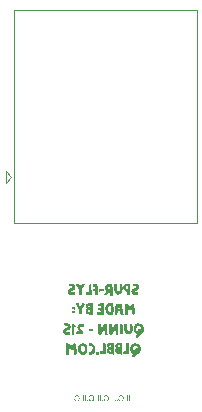
<source format=gbr>
%TF.GenerationSoftware,KiCad,Pcbnew,7.0.8*%
%TF.CreationDate,2023-11-04T19:06:47-07:00*%
%TF.ProjectId,Mini_Comp_Switch,4d696e69-5f43-46f6-9d70-5f5377697463,rev?*%
%TF.SameCoordinates,Original*%
%TF.FileFunction,Legend,Bot*%
%TF.FilePolarity,Positive*%
%FSLAX46Y46*%
G04 Gerber Fmt 4.6, Leading zero omitted, Abs format (unit mm)*
G04 Created by KiCad (PCBNEW 7.0.8) date 2023-11-04 19:06:47*
%MOMM*%
%LPD*%
G01*
G04 APERTURE LIST*
%ADD10C,0.150000*%
%ADD11C,0.125000*%
%ADD12C,0.120000*%
G04 APERTURE END LIST*
D10*
G36*
X160454877Y-65867745D02*
G01*
X160454877Y-65816699D01*
X160454877Y-65805807D01*
X160454877Y-65795572D01*
X160454877Y-65785571D01*
X160454877Y-65774437D01*
X160454877Y-65766385D01*
X160454877Y-65756440D01*
X160454877Y-65745655D01*
X160454877Y-65734657D01*
X160454877Y-65724177D01*
X160454877Y-65717780D01*
X160451946Y-65699462D01*
X160447992Y-65689998D01*
X160440807Y-65683292D01*
X160430724Y-65680759D01*
X160422392Y-65681388D01*
X160354737Y-65693845D01*
X160344299Y-65696097D01*
X160334049Y-65697543D01*
X160323988Y-65698181D01*
X160314117Y-65698012D01*
X160302838Y-65696795D01*
X160301248Y-65696531D01*
X160291285Y-65694681D01*
X160279990Y-65694047D01*
X160269248Y-65694470D01*
X160257528Y-65695787D01*
X160247013Y-65697566D01*
X160244828Y-65697997D01*
X160235123Y-65699303D01*
X160222336Y-65700124D01*
X160209725Y-65699891D01*
X160197290Y-65698605D01*
X160185030Y-65696266D01*
X160172946Y-65692873D01*
X160161037Y-65688427D01*
X160149304Y-65682928D01*
X160146398Y-65681388D01*
X160137407Y-65675923D01*
X160129450Y-65668333D01*
X160123966Y-65659307D01*
X160120955Y-65648847D01*
X160120753Y-65647438D01*
X160120753Y-65637268D01*
X160122218Y-65628143D01*
X160126008Y-65618057D01*
X160130965Y-65608863D01*
X160137090Y-65600563D01*
X160144383Y-65593155D01*
X160152844Y-65586641D01*
X160155924Y-65584668D01*
X160164682Y-65579645D01*
X160173372Y-65575017D01*
X160183423Y-65570116D01*
X160193380Y-65565754D01*
X160201841Y-65562442D01*
X160212012Y-65558047D01*
X160222192Y-65553747D01*
X160232380Y-65549540D01*
X160242576Y-65545429D01*
X160252782Y-65541412D01*
X160262995Y-65537489D01*
X160273218Y-65533661D01*
X160283449Y-65529927D01*
X160293688Y-65526288D01*
X160303937Y-65522743D01*
X160310774Y-65520432D01*
X160341304Y-65509441D01*
X160352615Y-65504957D01*
X160363591Y-65500053D01*
X160374231Y-65494729D01*
X160384535Y-65488986D01*
X160394503Y-65482823D01*
X160404135Y-65476239D01*
X160413432Y-65469237D01*
X160422392Y-65461814D01*
X160429693Y-65454581D01*
X160436635Y-65447171D01*
X160443218Y-65439583D01*
X160449442Y-65431818D01*
X160455308Y-65423875D01*
X160460815Y-65415755D01*
X160468403Y-65403242D01*
X160475183Y-65390330D01*
X160481157Y-65377018D01*
X160486323Y-65363308D01*
X160489319Y-65353945D01*
X160491956Y-65344406D01*
X160494234Y-65334688D01*
X160496154Y-65324794D01*
X160497470Y-65314039D01*
X160498612Y-65303270D01*
X160499577Y-65292485D01*
X160500367Y-65281685D01*
X160500981Y-65270869D01*
X160501420Y-65260039D01*
X160501684Y-65249193D01*
X160501771Y-65238332D01*
X160501324Y-65227499D01*
X160499983Y-65215916D01*
X160498265Y-65206108D01*
X160495975Y-65195819D01*
X160493113Y-65185050D01*
X160489679Y-65173799D01*
X160485671Y-65162068D01*
X160483453Y-65156022D01*
X160479896Y-65146899D01*
X160476094Y-65137850D01*
X160472048Y-65128873D01*
X160467757Y-65119969D01*
X160463221Y-65111139D01*
X160458440Y-65102381D01*
X160453415Y-65093696D01*
X160448145Y-65085085D01*
X160442630Y-65076546D01*
X160436871Y-65068080D01*
X160432895Y-65062477D01*
X160425792Y-65053057D01*
X160418220Y-65044121D01*
X160410181Y-65035671D01*
X160401674Y-65027707D01*
X160392699Y-65020227D01*
X160383255Y-65013232D01*
X160373344Y-65006723D01*
X160362965Y-65000699D01*
X160352118Y-64995160D01*
X160340803Y-64990106D01*
X160333000Y-64987006D01*
X160323497Y-64983399D01*
X160314346Y-64979663D01*
X160308575Y-64977236D01*
X160299240Y-64973238D01*
X160289989Y-64969575D01*
X160283907Y-64967466D01*
X160273410Y-64964098D01*
X160262984Y-64961017D01*
X160252630Y-64958221D01*
X160242347Y-64955712D01*
X160232136Y-64953489D01*
X160221997Y-64951552D01*
X160217961Y-64950858D01*
X160206593Y-64949068D01*
X160195204Y-64947455D01*
X160183793Y-64946017D01*
X160172360Y-64944756D01*
X160160906Y-64943670D01*
X160149431Y-64942761D01*
X160137934Y-64942027D01*
X160126416Y-64941470D01*
X160114876Y-64941088D01*
X160103315Y-64940883D01*
X160095596Y-64940844D01*
X160083296Y-64940932D01*
X160070942Y-64941195D01*
X160058536Y-64941634D01*
X160046075Y-64942248D01*
X160033562Y-64943038D01*
X160020995Y-64944004D01*
X160008374Y-64945145D01*
X159995700Y-64946461D01*
X159986138Y-64949203D01*
X159981778Y-64950614D01*
X159973177Y-64955355D01*
X159968179Y-64963767D01*
X159967693Y-64974319D01*
X159967857Y-64975526D01*
X159969377Y-64985458D01*
X159970970Y-64995470D01*
X159972009Y-65001905D01*
X159973712Y-65012414D01*
X159975640Y-65022156D01*
X159977626Y-65029993D01*
X159997166Y-65124515D01*
X159999852Y-65133063D01*
X160004841Y-65142274D01*
X160012741Y-65148657D01*
X160023121Y-65150985D01*
X160026719Y-65150893D01*
X160039286Y-65149671D01*
X160051706Y-65148569D01*
X160063981Y-65147587D01*
X160076110Y-65146725D01*
X160088092Y-65145984D01*
X160099929Y-65145363D01*
X160111620Y-65144862D01*
X160123164Y-65144481D01*
X160134563Y-65144221D01*
X160145816Y-65144081D01*
X160153237Y-65144054D01*
X160163310Y-65144262D01*
X160176168Y-65145188D01*
X160188368Y-65146853D01*
X160199913Y-65149260D01*
X160210800Y-65152406D01*
X160221032Y-65156293D01*
X160230607Y-65160920D01*
X160239526Y-65166288D01*
X160241653Y-65167745D01*
X160249631Y-65173742D01*
X160257690Y-65180223D01*
X160261436Y-65183377D01*
X160266653Y-65192623D01*
X160270183Y-65202669D01*
X160271328Y-65212477D01*
X160271206Y-65215373D01*
X160268615Y-65226474D01*
X160265115Y-65236698D01*
X160260708Y-65246044D01*
X160255391Y-65254513D01*
X160249167Y-65262103D01*
X160242034Y-65268816D01*
X160233993Y-65274651D01*
X160225044Y-65279609D01*
X160215687Y-65284494D01*
X160205932Y-65289378D01*
X160195781Y-65294263D01*
X160185233Y-65299148D01*
X160174288Y-65304033D01*
X160162946Y-65308918D01*
X160151207Y-65313803D01*
X160142142Y-65317466D01*
X160139071Y-65318688D01*
X160115135Y-65329923D01*
X160050655Y-65358011D01*
X160040120Y-65362892D01*
X160029580Y-65368194D01*
X160019037Y-65373917D01*
X160008489Y-65380061D01*
X159997936Y-65386626D01*
X159987380Y-65393611D01*
X159976819Y-65401017D01*
X159966254Y-65408844D01*
X159955684Y-65417091D01*
X159945110Y-65425759D01*
X159938059Y-65431772D01*
X159930537Y-65438069D01*
X159923359Y-65445114D01*
X159916524Y-65452907D01*
X159910032Y-65461448D01*
X159903884Y-65470736D01*
X159898079Y-65480773D01*
X159892618Y-65491558D01*
X159887501Y-65503091D01*
X159883448Y-65513033D01*
X159879718Y-65522434D01*
X159875246Y-65534127D01*
X159871345Y-65544858D01*
X159868018Y-65554628D01*
X159864663Y-65565488D01*
X159861818Y-65576536D01*
X159860878Y-65581249D01*
X159860878Y-65585645D01*
X159860878Y-65588332D01*
X159860976Y-65599624D01*
X159861271Y-65610665D01*
X159861763Y-65621453D01*
X159862450Y-65631990D01*
X159863335Y-65642275D01*
X159864416Y-65652308D01*
X159865693Y-65662089D01*
X159867978Y-65676289D01*
X159870705Y-65689921D01*
X159873874Y-65702987D01*
X159877486Y-65715487D01*
X159881539Y-65727419D01*
X159886035Y-65738785D01*
X159890855Y-65749845D01*
X159896156Y-65760553D01*
X159901938Y-65770911D01*
X159908200Y-65780917D01*
X159914944Y-65790572D01*
X159922168Y-65799877D01*
X159929873Y-65808830D01*
X159938059Y-65817431D01*
X159946750Y-65826111D01*
X159955055Y-65834198D01*
X159962973Y-65841693D01*
X159970505Y-65848595D01*
X159979947Y-65856877D01*
X159988701Y-65864105D01*
X159996769Y-65870280D01*
X160005887Y-65876517D01*
X160010843Y-65879469D01*
X160020661Y-65884868D01*
X160030699Y-65890074D01*
X160040955Y-65895086D01*
X160051430Y-65899905D01*
X160062124Y-65904531D01*
X160073036Y-65908964D01*
X160084168Y-65913204D01*
X160095519Y-65917250D01*
X160107089Y-65921104D01*
X160118878Y-65924764D01*
X160126859Y-65927096D01*
X160139021Y-65930417D01*
X160151573Y-65933294D01*
X160161242Y-65935162D01*
X160171131Y-65936780D01*
X160181238Y-65938150D01*
X160191564Y-65939270D01*
X160202109Y-65940142D01*
X160212873Y-65940765D01*
X160223856Y-65941138D01*
X160235058Y-65941263D01*
X160245085Y-65941014D01*
X160255197Y-65940267D01*
X160265395Y-65939021D01*
X160275679Y-65937278D01*
X160286049Y-65935037D01*
X160289524Y-65934180D01*
X160300393Y-65931875D01*
X160309987Y-65929845D01*
X160320818Y-65927558D01*
X160330788Y-65925456D01*
X160341617Y-65923174D01*
X160346189Y-65922212D01*
X160357331Y-65919817D01*
X160367555Y-65917518D01*
X160378612Y-65914884D01*
X160388346Y-65912389D01*
X160398032Y-65909650D01*
X160401632Y-65908534D01*
X160436559Y-65895833D01*
X160445414Y-65890254D01*
X160451854Y-65881925D01*
X160454591Y-65872512D01*
X160454877Y-65867745D01*
G37*
G36*
X159531486Y-64936947D02*
G01*
X159541244Y-64937888D01*
X159551964Y-64938699D01*
X159563646Y-64939380D01*
X159576289Y-64939932D01*
X159586403Y-64940260D01*
X159597057Y-64940515D01*
X159608253Y-64940698D01*
X159619989Y-64940807D01*
X159632267Y-64940844D01*
X159634939Y-64940933D01*
X159645100Y-64941878D01*
X159654813Y-64943080D01*
X159665240Y-64944508D01*
X159675969Y-64945968D01*
X159685716Y-64947359D01*
X159695654Y-64948863D01*
X159706272Y-64950614D01*
X159707030Y-64950815D01*
X159716433Y-64954288D01*
X159724835Y-64960139D01*
X159727344Y-64962859D01*
X159731918Y-64971618D01*
X159732766Y-64977593D01*
X159734116Y-64987739D01*
X159734890Y-64993433D01*
X159735856Y-65004008D01*
X159736425Y-65014739D01*
X159736708Y-65025034D01*
X159736803Y-65036343D01*
X159736830Y-65040190D01*
X159737230Y-65050997D01*
X159738305Y-65062217D01*
X159740336Y-65073208D01*
X159743642Y-65083237D01*
X159743642Y-65089962D01*
X159743642Y-65101451D01*
X159743642Y-65112310D01*
X159743642Y-65124339D01*
X159743642Y-65134803D01*
X159743642Y-65146016D01*
X159743642Y-65157976D01*
X159743662Y-65164044D01*
X159743822Y-65175584D01*
X159744143Y-65186331D01*
X159744769Y-65198648D01*
X159745645Y-65209725D01*
X159747028Y-65221380D01*
X159748771Y-65231249D01*
X159750042Y-65239888D01*
X159751796Y-65252843D01*
X159753366Y-65265794D01*
X159754750Y-65278740D01*
X159755950Y-65291683D01*
X159756965Y-65304620D01*
X159757796Y-65317554D01*
X159758442Y-65330483D01*
X159758904Y-65343409D01*
X159759181Y-65356329D01*
X159759273Y-65369246D01*
X159759273Y-65377702D01*
X159759273Y-65390382D01*
X159759273Y-65403058D01*
X159759273Y-65415730D01*
X159759273Y-65428397D01*
X159759273Y-65441061D01*
X159759273Y-65453720D01*
X159759273Y-65466374D01*
X159759273Y-65479024D01*
X159759273Y-65491670D01*
X159759273Y-65504312D01*
X159759273Y-65671863D01*
X159759273Y-65718269D01*
X159759273Y-65724363D01*
X159759273Y-65734934D01*
X159759273Y-65744971D01*
X159759273Y-65754905D01*
X159759273Y-65759282D01*
X159759273Y-65769860D01*
X159759273Y-65779864D01*
X159759273Y-65790076D01*
X159760021Y-65792442D01*
X159763914Y-65801556D01*
X159767089Y-65809860D01*
X159767089Y-65817030D01*
X159767089Y-65826830D01*
X159767089Y-65837935D01*
X159767089Y-65848187D01*
X159767089Y-65859345D01*
X159767089Y-65871409D01*
X159767089Y-65877156D01*
X159767089Y-65887415D01*
X159767089Y-65897299D01*
X159766615Y-65899042D01*
X159762433Y-65909694D01*
X159755793Y-65918548D01*
X159747168Y-65923860D01*
X159736559Y-65925631D01*
X159729208Y-65925631D01*
X159719212Y-65925631D01*
X159708715Y-65925631D01*
X159707073Y-65925631D01*
X159696975Y-65925631D01*
X159685695Y-65925631D01*
X159673868Y-65925631D01*
X159662818Y-65925631D01*
X159650356Y-65925631D01*
X159640083Y-65925631D01*
X159637133Y-65924715D01*
X159627564Y-65920937D01*
X159618147Y-65916472D01*
X159608575Y-65911465D01*
X159599751Y-65907091D01*
X159590039Y-65902893D01*
X159580723Y-65899550D01*
X159570718Y-65896810D01*
X159568528Y-65896343D01*
X159557838Y-65894635D01*
X159547577Y-65893977D01*
X159537745Y-65894368D01*
X159534994Y-65894291D01*
X159524813Y-65892030D01*
X159517249Y-65885017D01*
X159515030Y-65874584D01*
X159515030Y-65828178D01*
X159515030Y-65805708D01*
X159515030Y-65784459D01*
X159515030Y-65680411D01*
X159514923Y-65679280D01*
X159512089Y-65669463D01*
X159505281Y-65661804D01*
X159495735Y-65657697D01*
X159486841Y-65656035D01*
X159473465Y-65653148D01*
X159460045Y-65649789D01*
X159446583Y-65645958D01*
X159433077Y-65641655D01*
X159419529Y-65636879D01*
X159405938Y-65631631D01*
X159396853Y-65627870D01*
X159387749Y-65623900D01*
X159378626Y-65619719D01*
X159369484Y-65615328D01*
X159360323Y-65610728D01*
X159351143Y-65605917D01*
X159350454Y-65605558D01*
X159341770Y-65599982D01*
X159333956Y-65593552D01*
X159326475Y-65586378D01*
X159322533Y-65581737D01*
X159315414Y-65573366D01*
X159308677Y-65565450D01*
X159300742Y-65556130D01*
X159291609Y-65545406D01*
X159284855Y-65537477D01*
X159277569Y-65528923D01*
X159269750Y-65519746D01*
X159261399Y-65509945D01*
X159252516Y-65499520D01*
X159243100Y-65488471D01*
X159233152Y-65476798D01*
X159222672Y-65464501D01*
X159219671Y-65461277D01*
X159212629Y-65452791D01*
X159206242Y-65443698D01*
X159200512Y-65433996D01*
X159195438Y-65423686D01*
X159191019Y-65412768D01*
X159187256Y-65401242D01*
X159185904Y-65396348D01*
X159183328Y-65386693D01*
X159180924Y-65377213D01*
X159177639Y-65363323D01*
X159174741Y-65349828D01*
X159172230Y-65336727D01*
X159170105Y-65324022D01*
X159168366Y-65311711D01*
X159167971Y-65308231D01*
X159364718Y-65308231D01*
X159365187Y-65318081D01*
X159366775Y-65330900D01*
X159367868Y-65335115D01*
X159371086Y-65345402D01*
X159374995Y-65355332D01*
X159379596Y-65364903D01*
X159384889Y-65374117D01*
X159390873Y-65382974D01*
X159397550Y-65391472D01*
X159404508Y-65399596D01*
X159411738Y-65407025D01*
X159419237Y-65413759D01*
X159427007Y-65419796D01*
X159437789Y-65426765D01*
X159449050Y-65432497D01*
X159460793Y-65436993D01*
X159473017Y-65440252D01*
X159485721Y-65442274D01*
X159487276Y-65442449D01*
X159498442Y-65443189D01*
X159508304Y-65442635D01*
X159517961Y-65438855D01*
X159522636Y-65429933D01*
X159524373Y-65419438D01*
X159524800Y-65408569D01*
X159524800Y-65328213D01*
X159524800Y-65288646D01*
X159524800Y-65287424D01*
X159526598Y-65277354D01*
X159528209Y-65267546D01*
X159529743Y-65257687D01*
X159531395Y-65246636D01*
X159532734Y-65237059D01*
X159534210Y-65227145D01*
X159535782Y-65217474D01*
X159537745Y-65207069D01*
X159537745Y-65200047D01*
X159537745Y-65190216D01*
X159537745Y-65183155D01*
X159537745Y-65173363D01*
X159536823Y-65167138D01*
X159531645Y-65158068D01*
X159522113Y-65155045D01*
X159510781Y-65155229D01*
X159499865Y-65155783D01*
X159489366Y-65156706D01*
X159479283Y-65157999D01*
X159466487Y-65160296D01*
X159454431Y-65163250D01*
X159443116Y-65166860D01*
X159432541Y-65171127D01*
X159422707Y-65176050D01*
X159419611Y-65178018D01*
X159410907Y-65184461D01*
X159403078Y-65191711D01*
X159396126Y-65199768D01*
X159390050Y-65208632D01*
X159384849Y-65218304D01*
X159383219Y-65222170D01*
X159378743Y-65233634D01*
X159374885Y-65244896D01*
X159371644Y-65255956D01*
X159369023Y-65266815D01*
X159367019Y-65277472D01*
X159365634Y-65287927D01*
X159364867Y-65298180D01*
X159364718Y-65308231D01*
X159167971Y-65308231D01*
X159167013Y-65299796D01*
X159166047Y-65288276D01*
X159165468Y-65277150D01*
X159165275Y-65266420D01*
X159165285Y-65261945D01*
X159165403Y-65251677D01*
X159165718Y-65241087D01*
X159166432Y-65229905D01*
X159167961Y-65220013D01*
X159170037Y-65208525D01*
X159172419Y-65197200D01*
X159175105Y-65186039D01*
X159178097Y-65175042D01*
X159181395Y-65164210D01*
X159184997Y-65153541D01*
X159188905Y-65143037D01*
X159193118Y-65132697D01*
X159197637Y-65122520D01*
X159202461Y-65112508D01*
X159207590Y-65102660D01*
X159213024Y-65092977D01*
X159218764Y-65083457D01*
X159224809Y-65074101D01*
X159231159Y-65064910D01*
X159237815Y-65055882D01*
X159238264Y-65055268D01*
X159244658Y-65047259D01*
X159251403Y-65039693D01*
X159258575Y-65032191D01*
X159266464Y-65025577D01*
X159274741Y-65019047D01*
X159283408Y-65012602D01*
X159292464Y-65006240D01*
X159301909Y-64999962D01*
X159311744Y-64993768D01*
X159321968Y-64987658D01*
X159332581Y-64981632D01*
X159335046Y-64980262D01*
X159344036Y-64976008D01*
X159353586Y-64972595D01*
X159360176Y-64970672D01*
X159369805Y-64968107D01*
X159379476Y-64965757D01*
X159381248Y-64965302D01*
X159391375Y-64962483D01*
X159400969Y-64959162D01*
X159411001Y-64956460D01*
X159421053Y-64954143D01*
X159432907Y-64951689D01*
X159442979Y-64949759D01*
X159454064Y-64947751D01*
X159466163Y-64945666D01*
X159479274Y-64943503D01*
X159493400Y-64941264D01*
X159503379Y-64939728D01*
X159513809Y-64938157D01*
X159522113Y-64937424D01*
X159529196Y-64936692D01*
X159531486Y-64936947D01*
G37*
G36*
X158718799Y-65870921D02*
G01*
X158770334Y-65870921D01*
X158781223Y-65870871D01*
X158791451Y-65870723D01*
X158804060Y-65870372D01*
X158815494Y-65869845D01*
X158825752Y-65869143D01*
X158836922Y-65868019D01*
X158847901Y-65866307D01*
X158852399Y-65865303D01*
X158864497Y-65861800D01*
X158875633Y-65858251D01*
X158885807Y-65854656D01*
X158895020Y-65851015D01*
X158905183Y-65846400D01*
X158913844Y-65841713D01*
X158922253Y-65835994D01*
X158932717Y-65829369D01*
X158941884Y-65823538D01*
X158951518Y-65817365D01*
X158960402Y-65811594D01*
X158968722Y-65805946D01*
X158969636Y-65805219D01*
X158977355Y-65798957D01*
X158984882Y-65792442D01*
X158992216Y-65785676D01*
X158999357Y-65778658D01*
X159006306Y-65771388D01*
X159013062Y-65763866D01*
X159019625Y-65756092D01*
X159025995Y-65748066D01*
X159032173Y-65739789D01*
X159038158Y-65731260D01*
X159043950Y-65722478D01*
X159049549Y-65713445D01*
X159054956Y-65704160D01*
X159060170Y-65694623D01*
X159065191Y-65684834D01*
X159070020Y-65674794D01*
X159074062Y-65665360D01*
X159077638Y-65655378D01*
X159080750Y-65644848D01*
X159083396Y-65633768D01*
X159085577Y-65622141D01*
X159086987Y-65612443D01*
X159087850Y-65604940D01*
X159088828Y-65594359D01*
X159089804Y-65584607D01*
X159090966Y-65573522D01*
X159092110Y-65562961D01*
X159092734Y-65557313D01*
X159093948Y-65546262D01*
X159095024Y-65536190D01*
X159096106Y-65525676D01*
X159097114Y-65515292D01*
X159097619Y-65509685D01*
X159098031Y-65499828D01*
X159099005Y-65489147D01*
X159100195Y-65478988D01*
X159100550Y-65476224D01*
X159101817Y-65465691D01*
X159103060Y-65455520D01*
X159104317Y-65445503D01*
X159104702Y-65442519D01*
X159104702Y-65431711D01*
X159104702Y-65420903D01*
X159104702Y-65410095D01*
X159104702Y-65399288D01*
X159104702Y-65388480D01*
X159104702Y-65377672D01*
X159104702Y-65366864D01*
X159104702Y-65356057D01*
X159104702Y-65345249D01*
X159104702Y-65334441D01*
X159104702Y-65327236D01*
X159104702Y-65316492D01*
X159104702Y-65304808D01*
X159104702Y-65293327D01*
X159104702Y-65283000D01*
X159104702Y-65271658D01*
X159104702Y-65259301D01*
X159104702Y-65252742D01*
X159099085Y-65196322D01*
X159098035Y-65185674D01*
X159097131Y-65175073D01*
X159096220Y-65163824D01*
X159095388Y-65153245D01*
X159094464Y-65141262D01*
X159093711Y-65131353D01*
X159092790Y-65121343D01*
X159091810Y-65110402D01*
X159090826Y-65099251D01*
X159089890Y-65088520D01*
X159089559Y-65084703D01*
X159088460Y-65073560D01*
X159087361Y-65063397D01*
X159086079Y-65052776D01*
X159084613Y-65042270D01*
X159083697Y-65036587D01*
X159083079Y-65026455D01*
X159081864Y-65016446D01*
X159081744Y-65015582D01*
X159080408Y-65005618D01*
X159079790Y-64999951D01*
X159076898Y-64989205D01*
X159070960Y-64980702D01*
X159062213Y-64976230D01*
X159052255Y-64975622D01*
X159049015Y-64976015D01*
X159038650Y-64976396D01*
X159028403Y-64976154D01*
X159017058Y-64975375D01*
X159006459Y-64974278D01*
X158998945Y-64973328D01*
X158966949Y-64970397D01*
X158957165Y-64970397D01*
X158946472Y-64970397D01*
X158940327Y-64970397D01*
X158929856Y-64970397D01*
X158919814Y-64970397D01*
X158909264Y-64970397D01*
X158908331Y-64970397D01*
X158898122Y-64970397D01*
X158888317Y-64970397D01*
X158879755Y-64970397D01*
X158870321Y-64972939D01*
X158864442Y-64981429D01*
X158863146Y-64988471D01*
X158863748Y-64998404D01*
X158863879Y-64999706D01*
X158864612Y-65009476D01*
X158865616Y-65021575D01*
X158866521Y-65033691D01*
X158867327Y-65045823D01*
X158868035Y-65057974D01*
X158868644Y-65070141D01*
X158869154Y-65082325D01*
X158869565Y-65094527D01*
X158869878Y-65106746D01*
X158870092Y-65118982D01*
X158870207Y-65131235D01*
X158870229Y-65139413D01*
X158870229Y-65150069D01*
X158870229Y-65161205D01*
X158870229Y-65172142D01*
X158870229Y-65185294D01*
X158870229Y-65195292D01*
X158870229Y-65206276D01*
X158870229Y-65218244D01*
X158870229Y-65231196D01*
X158870229Y-65245133D01*
X158870229Y-65260055D01*
X158870229Y-65267885D01*
X158870229Y-65278640D01*
X158870229Y-65290754D01*
X158870229Y-65301425D01*
X158870229Y-65312965D01*
X158870229Y-65325376D01*
X158870229Y-65335255D01*
X158870229Y-65345623D01*
X158870229Y-65356481D01*
X158870229Y-65360209D01*
X158870229Y-65371641D01*
X158870229Y-65382549D01*
X158870229Y-65392935D01*
X158870229Y-65402799D01*
X158870229Y-65416613D01*
X158870229Y-65429251D01*
X158870229Y-65440713D01*
X158870229Y-65450998D01*
X158870229Y-65462882D01*
X158870229Y-65472675D01*
X158870229Y-65480376D01*
X158870193Y-65491051D01*
X158870083Y-65500910D01*
X158869824Y-65512786D01*
X158869434Y-65523212D01*
X158868765Y-65534206D01*
X158867695Y-65544407D01*
X158866077Y-65552184D01*
X158862931Y-65562279D01*
X158858807Y-65571498D01*
X158853704Y-65579841D01*
X158846513Y-65588468D01*
X158837989Y-65595903D01*
X158828800Y-65603002D01*
X158819552Y-65609337D01*
X158810243Y-65614908D01*
X158800876Y-65619717D01*
X158791448Y-65623762D01*
X158781961Y-65627044D01*
X158778150Y-65628143D01*
X158766140Y-65631456D01*
X158754657Y-65632967D01*
X158743700Y-65632677D01*
X158733270Y-65630586D01*
X158723367Y-65626693D01*
X158713990Y-65620999D01*
X158705140Y-65613504D01*
X158696817Y-65604207D01*
X158689264Y-65595048D01*
X158682177Y-65585126D01*
X158676841Y-65576639D01*
X158671804Y-65567663D01*
X158667064Y-65558198D01*
X158662622Y-65548245D01*
X158658477Y-65537804D01*
X158656517Y-65532400D01*
X158652703Y-65520923D01*
X158649138Y-65509205D01*
X158645822Y-65497246D01*
X158642755Y-65485047D01*
X158639937Y-65472608D01*
X158637368Y-65459929D01*
X158635049Y-65447009D01*
X158632978Y-65433848D01*
X158631156Y-65420447D01*
X158629583Y-65406806D01*
X158628673Y-65397578D01*
X158627102Y-65387703D01*
X158625835Y-65377109D01*
X158624826Y-65366437D01*
X158624036Y-65356248D01*
X158623788Y-65352637D01*
X158622990Y-65342044D01*
X158622123Y-65330923D01*
X158621327Y-65321134D01*
X158620406Y-65310506D01*
X158620125Y-65307452D01*
X158620125Y-65297232D01*
X158620125Y-65292065D01*
X158620125Y-65281952D01*
X158620125Y-65277899D01*
X158620125Y-65266608D01*
X158620125Y-65256372D01*
X158620125Y-65245068D01*
X158620125Y-65232696D01*
X158620125Y-65222715D01*
X158620125Y-65212134D01*
X158620125Y-65200951D01*
X158620125Y-65189167D01*
X158620125Y-65176782D01*
X158620125Y-65039274D01*
X158620125Y-65029274D01*
X158620125Y-65019417D01*
X158620125Y-65013140D01*
X158620125Y-65003055D01*
X158620125Y-64992655D01*
X158620125Y-64987250D01*
X158618383Y-64977289D01*
X158612446Y-64969418D01*
X158603392Y-64965068D01*
X158602295Y-64964780D01*
X158592178Y-64962270D01*
X158582294Y-64960720D01*
X158581534Y-64960628D01*
X158571430Y-64959345D01*
X158561297Y-64957788D01*
X158560774Y-64957697D01*
X158477731Y-64940844D01*
X158466568Y-64940844D01*
X158456622Y-64940844D01*
X158446570Y-64940844D01*
X158434655Y-64940844D01*
X158424497Y-64940844D01*
X158413292Y-64940844D01*
X158401039Y-64940844D01*
X158391078Y-64941634D01*
X158383853Y-64949234D01*
X158381499Y-64956231D01*
X158381499Y-64958918D01*
X158381499Y-64963314D01*
X158381499Y-64974137D01*
X158381499Y-64984440D01*
X158381499Y-64994224D01*
X158381499Y-65006461D01*
X158381499Y-65017774D01*
X158381499Y-65028164D01*
X158381499Y-65039853D01*
X158381499Y-65050098D01*
X158381499Y-65051974D01*
X158384029Y-65061981D01*
X158385246Y-65072733D01*
X158385635Y-65082915D01*
X158385651Y-65085680D01*
X158385663Y-65100419D01*
X158385697Y-65114413D01*
X158385754Y-65127660D01*
X158385835Y-65140161D01*
X158385938Y-65151916D01*
X158386064Y-65162926D01*
X158386212Y-65173188D01*
X158386479Y-65187184D01*
X158386796Y-65199501D01*
X158387166Y-65210139D01*
X158387738Y-65221712D01*
X158388582Y-65231981D01*
X158399573Y-65389762D01*
X158400695Y-65402381D01*
X158401924Y-65414957D01*
X158403260Y-65427492D01*
X158404702Y-65439985D01*
X158406252Y-65452435D01*
X158407908Y-65464844D01*
X158409671Y-65477211D01*
X158411541Y-65489535D01*
X158413518Y-65501818D01*
X158415602Y-65514059D01*
X158417792Y-65526258D01*
X158420090Y-65538415D01*
X158422494Y-65550529D01*
X158425005Y-65562602D01*
X158427623Y-65574633D01*
X158430348Y-65586622D01*
X158433119Y-65597433D01*
X158436165Y-65607239D01*
X158439828Y-65617543D01*
X158444110Y-65628345D01*
X158448151Y-65637727D01*
X158449887Y-65641577D01*
X158455217Y-65653172D01*
X158460306Y-65664145D01*
X158465154Y-65674496D01*
X158469763Y-65684224D01*
X158474130Y-65693329D01*
X158479580Y-65704501D01*
X158484602Y-65714567D01*
X158489197Y-65723526D01*
X158494339Y-65733168D01*
X158499213Y-65742712D01*
X158504185Y-65751684D01*
X158509257Y-65760084D01*
X158515737Y-65769779D01*
X158522371Y-65778579D01*
X158529161Y-65786484D01*
X158536105Y-65793496D01*
X158546600Y-65802411D01*
X158556653Y-65810658D01*
X158566263Y-65818234D01*
X158575432Y-65825140D01*
X158584158Y-65831377D01*
X158592442Y-65836944D01*
X158602799Y-65843325D01*
X158612371Y-65848515D01*
X158623229Y-65853328D01*
X158625254Y-65854068D01*
X158636172Y-65858018D01*
X158647312Y-65861441D01*
X158658673Y-65864338D01*
X158670255Y-65866707D01*
X158682059Y-65868551D01*
X158694084Y-65869867D01*
X158706331Y-65870657D01*
X158718799Y-65870921D01*
G37*
G36*
X157943279Y-64987751D02*
G01*
X157956112Y-64987937D01*
X157969726Y-64988346D01*
X157984122Y-64988979D01*
X157994153Y-64989525D01*
X158004531Y-64990169D01*
X158015257Y-64990914D01*
X158026330Y-64991757D01*
X158037750Y-64992700D01*
X158049518Y-64993742D01*
X158061633Y-64994883D01*
X158074095Y-64996123D01*
X158086904Y-64997462D01*
X158100061Y-64998901D01*
X158113565Y-65000439D01*
X158125975Y-65002374D01*
X158137562Y-65003904D01*
X158148324Y-65005030D01*
X158158261Y-65005751D01*
X158169524Y-65006084D01*
X158179499Y-65005785D01*
X158189769Y-65004591D01*
X158192047Y-65004572D01*
X158202225Y-65003370D01*
X158210499Y-65004240D01*
X158220047Y-65008808D01*
X158226161Y-65017292D01*
X158229275Y-65023459D01*
X158232267Y-65033168D01*
X158238373Y-65079574D01*
X158238571Y-65080751D01*
X158240159Y-65091406D01*
X158241548Y-65102533D01*
X158242739Y-65113409D01*
X158243731Y-65123417D01*
X158244723Y-65134284D01*
X158244905Y-65136513D01*
X158245762Y-65147190D01*
X158246536Y-65157092D01*
X158247355Y-65167951D01*
X158248158Y-65179210D01*
X158248875Y-65190216D01*
X158265728Y-65358499D01*
X158266645Y-65365924D01*
X158267909Y-65377082D01*
X158269041Y-65388266D01*
X158270039Y-65399476D01*
X158270904Y-65410712D01*
X158271636Y-65421973D01*
X158272235Y-65433260D01*
X158272701Y-65444573D01*
X158273033Y-65455912D01*
X158273233Y-65467276D01*
X158273300Y-65478667D01*
X158273300Y-65483984D01*
X158273300Y-65493886D01*
X158273300Y-65505088D01*
X158273300Y-65514986D01*
X158273300Y-65525715D01*
X158273300Y-65537277D01*
X158273300Y-65549670D01*
X158273300Y-65559511D01*
X158273300Y-65599078D01*
X158273300Y-65689692D01*
X158273300Y-65696837D01*
X158273300Y-65706771D01*
X158273300Y-65717289D01*
X158273300Y-65727794D01*
X158273300Y-65733950D01*
X158273300Y-65745094D01*
X158273300Y-65755769D01*
X158273300Y-65766140D01*
X158273300Y-65781085D01*
X158273300Y-65795511D01*
X158273300Y-65809417D01*
X158273300Y-65822805D01*
X158273300Y-65835673D01*
X158273300Y-65848023D01*
X158273300Y-65859853D01*
X158273300Y-65871165D01*
X158273300Y-65881957D01*
X158273300Y-65892231D01*
X158273300Y-65906668D01*
X158273300Y-65919937D01*
X158273300Y-65932039D01*
X158273300Y-65942972D01*
X158273607Y-65951486D01*
X158271569Y-65962107D01*
X158264643Y-65970188D01*
X158254249Y-65972526D01*
X158249165Y-65972526D01*
X158238727Y-65972526D01*
X158228217Y-65972526D01*
X158218356Y-65972526D01*
X158207494Y-65972526D01*
X158195630Y-65972526D01*
X158186277Y-65972526D01*
X158174493Y-65972526D01*
X158164153Y-65972526D01*
X158154353Y-65972526D01*
X158096956Y-65980341D01*
X158095824Y-65980325D01*
X158085863Y-65978350D01*
X158077772Y-65972376D01*
X158073021Y-65963489D01*
X158071352Y-65954933D01*
X158070090Y-65945170D01*
X158058854Y-65856266D01*
X158058069Y-65849923D01*
X158056931Y-65838024D01*
X158056175Y-65827312D01*
X158055557Y-65815539D01*
X158055076Y-65802704D01*
X158054806Y-65792382D01*
X158054613Y-65781464D01*
X158054497Y-65769948D01*
X158054458Y-65757836D01*
X158054434Y-65749617D01*
X158054309Y-65737492D01*
X158054076Y-65725611D01*
X158053737Y-65713976D01*
X158053289Y-65702585D01*
X158052735Y-65691439D01*
X158052073Y-65680537D01*
X158051304Y-65669880D01*
X158050427Y-65659468D01*
X158049443Y-65649301D01*
X158048352Y-65639378D01*
X158046753Y-65631902D01*
X158043389Y-65622325D01*
X158037605Y-65613977D01*
X158031988Y-65618374D01*
X158027836Y-65621060D01*
X158024844Y-65624069D01*
X158017364Y-65631742D01*
X158009884Y-65639630D01*
X158002404Y-65647733D01*
X157994924Y-65656050D01*
X157987444Y-65664582D01*
X157979964Y-65673328D01*
X157885931Y-65784459D01*
X157884130Y-65786611D01*
X157876331Y-65795819D01*
X157869856Y-65803357D01*
X157862845Y-65811436D01*
X157855296Y-65820055D01*
X157847211Y-65829216D01*
X157838589Y-65838917D01*
X157829431Y-65849160D01*
X157819736Y-65859943D01*
X157812974Y-65867433D01*
X157805974Y-65875162D01*
X157798736Y-65883133D01*
X157794178Y-65887886D01*
X157785312Y-65893858D01*
X157775596Y-65896507D01*
X157765030Y-65895833D01*
X157757473Y-65894715D01*
X157747468Y-65893528D01*
X157737656Y-65892467D01*
X157725864Y-65891261D01*
X157712094Y-65889909D01*
X157701813Y-65888926D01*
X157690654Y-65887878D01*
X157678614Y-65886766D01*
X157665695Y-65885589D01*
X157651896Y-65884346D01*
X157637218Y-65883039D01*
X157621660Y-65881667D01*
X157620580Y-65881656D01*
X157610669Y-65880935D01*
X157608064Y-65880668D01*
X157597968Y-65879713D01*
X157596564Y-65879519D01*
X157586733Y-65877515D01*
X157577141Y-65872814D01*
X157573523Y-65863471D01*
X157575498Y-65853579D01*
X157577132Y-65850069D01*
X157581115Y-65840879D01*
X157582620Y-65838033D01*
X157587412Y-65829235D01*
X157592626Y-65820047D01*
X157598260Y-65810468D01*
X157604315Y-65800498D01*
X157610791Y-65790137D01*
X157617687Y-65779386D01*
X157625005Y-65768244D01*
X157632743Y-65756712D01*
X157640902Y-65744788D01*
X157646574Y-65736622D01*
X157652434Y-65728283D01*
X157698841Y-65663314D01*
X157704458Y-65656048D01*
X157710375Y-65648187D01*
X157716191Y-65640333D01*
X157722694Y-65631449D01*
X157728638Y-65623258D01*
X157734541Y-65614956D01*
X157741090Y-65605842D01*
X157747055Y-65597656D01*
X157753276Y-65589278D01*
X157759413Y-65581249D01*
X157763839Y-65573967D01*
X157763548Y-65563449D01*
X157757947Y-65555359D01*
X157746712Y-65546810D01*
X157739284Y-65540588D01*
X157731325Y-65534842D01*
X157729913Y-65533873D01*
X157721851Y-65527945D01*
X157714228Y-65521165D01*
X157706536Y-65513854D01*
X157699213Y-65506393D01*
X157692259Y-65498782D01*
X157685674Y-65491020D01*
X157679459Y-65483108D01*
X157673613Y-65475046D01*
X157668136Y-65466833D01*
X157663028Y-65458471D01*
X157656793Y-65447087D01*
X157651213Y-65435436D01*
X157647198Y-65425666D01*
X157643581Y-65415774D01*
X157640360Y-65405760D01*
X157637536Y-65395624D01*
X157635108Y-65385366D01*
X157633078Y-65374986D01*
X157631445Y-65364483D01*
X157630208Y-65353859D01*
X157628590Y-65346940D01*
X157626785Y-65336834D01*
X157625518Y-65326237D01*
X157624788Y-65315149D01*
X157624644Y-65307914D01*
X157857476Y-65307914D01*
X157857720Y-65318214D01*
X157858820Y-65328583D01*
X157860774Y-65339021D01*
X157863582Y-65349527D01*
X157867246Y-65360102D01*
X157871764Y-65370746D01*
X157877138Y-65381458D01*
X157883198Y-65391773D01*
X157889899Y-65401226D01*
X157897242Y-65409817D01*
X157905226Y-65417545D01*
X157913851Y-65424410D01*
X157923116Y-65430413D01*
X157933024Y-65435554D01*
X157943572Y-65439832D01*
X157944957Y-65440309D01*
X157954256Y-65443388D01*
X157963625Y-65446445D01*
X157974102Y-65449846D01*
X157985058Y-65453222D01*
X157994846Y-65456084D01*
X158004600Y-65458725D01*
X158014647Y-65461081D01*
X158017249Y-65461845D01*
X158027744Y-65462031D01*
X158034797Y-65454258D01*
X158036140Y-65444228D01*
X158036140Y-65389274D01*
X158036140Y-65376600D01*
X158036140Y-65366168D01*
X158036140Y-65354941D01*
X158036140Y-65342921D01*
X158036140Y-65330106D01*
X158036140Y-65316497D01*
X158036140Y-65302093D01*
X158036140Y-65292050D01*
X158036140Y-65281653D01*
X158036140Y-65270904D01*
X158036140Y-65259801D01*
X158036140Y-65248346D01*
X158036122Y-65246458D01*
X158035120Y-65235906D01*
X158031499Y-65226608D01*
X158030118Y-65225074D01*
X158021386Y-65220006D01*
X158011471Y-65217327D01*
X158010324Y-65217068D01*
X157999894Y-65215088D01*
X157988940Y-65213480D01*
X157978192Y-65212195D01*
X157968278Y-65211189D01*
X157957494Y-65210244D01*
X157952972Y-65210324D01*
X157941911Y-65211225D01*
X157931196Y-65213129D01*
X157920826Y-65216034D01*
X157910802Y-65219941D01*
X157901124Y-65224850D01*
X157891792Y-65230760D01*
X157883177Y-65237804D01*
X157875802Y-65246111D01*
X157869667Y-65255683D01*
X157864773Y-65266519D01*
X157861750Y-65276098D01*
X157859522Y-65286486D01*
X157858087Y-65297683D01*
X157857476Y-65307914D01*
X157624644Y-65307914D01*
X157624591Y-65305254D01*
X157624656Y-65299782D01*
X157625081Y-65290021D01*
X157625904Y-65280027D01*
X157627125Y-65269798D01*
X157628743Y-65259337D01*
X157629231Y-65256528D01*
X157631052Y-65246457D01*
X157632895Y-65236622D01*
X157634082Y-65230423D01*
X157636171Y-65220285D01*
X157638513Y-65210000D01*
X157639211Y-65206981D01*
X157642076Y-65196956D01*
X157645596Y-65187773D01*
X157648076Y-65181117D01*
X157652513Y-65170899D01*
X157657808Y-65160403D01*
X157663961Y-65149627D01*
X157670974Y-65138573D01*
X157678845Y-65127239D01*
X157687575Y-65115626D01*
X157693872Y-65107729D01*
X157700550Y-65099709D01*
X157707610Y-65091564D01*
X157715052Y-65083295D01*
X157722876Y-65074902D01*
X157731081Y-65066385D01*
X157737313Y-65060448D01*
X157746904Y-65052066D01*
X157756787Y-65044311D01*
X157766962Y-65037183D01*
X157777429Y-65030681D01*
X157788189Y-65024807D01*
X157799240Y-65019559D01*
X157810583Y-65014938D01*
X157822217Y-65010943D01*
X157834144Y-65007576D01*
X157846363Y-65004836D01*
X157853446Y-65003370D01*
X157859064Y-65001905D01*
X157862883Y-65001107D01*
X157873833Y-64998852D01*
X157884018Y-64996802D01*
X157896410Y-64994390D01*
X157907442Y-64992345D01*
X157919323Y-64990303D01*
X157929081Y-64988834D01*
X157939175Y-64987739D01*
X157943279Y-64987751D01*
G37*
G36*
X157143188Y-65613000D02*
G01*
X157143188Y-65615931D01*
X157220369Y-65603963D01*
X157230624Y-65601722D01*
X157240691Y-65599945D01*
X157250568Y-65598631D01*
X157261853Y-65597684D01*
X157272881Y-65597369D01*
X157285402Y-65596750D01*
X157297443Y-65596361D01*
X157309002Y-65596201D01*
X157320081Y-65596270D01*
X157330679Y-65596567D01*
X157340796Y-65597094D01*
X157352766Y-65598074D01*
X157359587Y-65598834D01*
X157370475Y-65601255D01*
X157381339Y-65602320D01*
X157392180Y-65602030D01*
X157402998Y-65600384D01*
X157409168Y-65598834D01*
X157419810Y-65598336D01*
X157431036Y-65597941D01*
X157440837Y-65597691D01*
X157451043Y-65597512D01*
X157461654Y-65597404D01*
X157472672Y-65597369D01*
X157482466Y-65596312D01*
X157492373Y-65591618D01*
X157498678Y-65583169D01*
X157501239Y-65572696D01*
X157501492Y-65567327D01*
X157501492Y-65418583D01*
X157499751Y-65408260D01*
X157493814Y-65400210D01*
X157484759Y-65395898D01*
X157483663Y-65395624D01*
X157472982Y-65394851D01*
X157462685Y-65394439D01*
X157452399Y-65394229D01*
X157440920Y-65394159D01*
X157391339Y-65394159D01*
X157380560Y-65394159D01*
X157369843Y-65394159D01*
X157359831Y-65394159D01*
X157352748Y-65394159D01*
X157342795Y-65394159D01*
X157332099Y-65394159D01*
X157321241Y-65394159D01*
X157311329Y-65394159D01*
X157300872Y-65394159D01*
X157290381Y-65394159D01*
X157280440Y-65394159D01*
X157278499Y-65394159D01*
X157268290Y-65394349D01*
X157256746Y-65394922D01*
X157246549Y-65395655D01*
X157235497Y-65396632D01*
X157223590Y-65397853D01*
X157210828Y-65399318D01*
X157200696Y-65400578D01*
X157190083Y-65401974D01*
X157179172Y-65402939D01*
X157168726Y-65404154D01*
X157158745Y-65405620D01*
X157147382Y-65407710D01*
X157136689Y-65410160D01*
X157128289Y-65412477D01*
X157118011Y-65416527D01*
X157109356Y-65422702D01*
X157103560Y-65431619D01*
X157101911Y-65441297D01*
X157099870Y-65451109D01*
X157098176Y-65461767D01*
X157096827Y-65473272D01*
X157095997Y-65483086D01*
X157095388Y-65493441D01*
X157095001Y-65504339D01*
X157094835Y-65515778D01*
X157094828Y-65518722D01*
X157094828Y-65584424D01*
X157095795Y-65594383D01*
X157096293Y-65595903D01*
X157100453Y-65604919D01*
X157108996Y-65610980D01*
X157119077Y-65612933D01*
X157121695Y-65613000D01*
X157143188Y-65613000D01*
G37*
G36*
X156907005Y-65003370D02*
G01*
X156907005Y-65006301D01*
X156896167Y-65004755D01*
X156885268Y-65003416D01*
X156874307Y-65002282D01*
X156863286Y-65001355D01*
X156852203Y-65000634D01*
X156841060Y-65000119D01*
X156829855Y-64999809D01*
X156818589Y-64999706D01*
X156808438Y-64999706D01*
X156796736Y-64999706D01*
X156786132Y-64999706D01*
X156774855Y-64999706D01*
X156763695Y-64999706D01*
X156757040Y-64999706D01*
X156693781Y-64999706D01*
X156598282Y-64999706D01*
X156587703Y-65001522D01*
X156578850Y-65007800D01*
X156573492Y-65017284D01*
X156571904Y-65022665D01*
X156569145Y-65033381D01*
X156567279Y-65042998D01*
X156566230Y-65052829D01*
X156566668Y-65063271D01*
X156567508Y-65067117D01*
X156567508Y-65075910D01*
X156567508Y-65089192D01*
X156567508Y-65101833D01*
X156567508Y-65113835D01*
X156567508Y-65125198D01*
X156567508Y-65135920D01*
X156567508Y-65146003D01*
X156567508Y-65158452D01*
X156567508Y-65169763D01*
X156567508Y-65179938D01*
X156567508Y-65184598D01*
X156567508Y-65195101D01*
X156569969Y-65205262D01*
X156574595Y-65214620D01*
X156578743Y-65218548D01*
X156588392Y-65221908D01*
X156599125Y-65222509D01*
X156604388Y-65222212D01*
X156614509Y-65222212D01*
X156619287Y-65222212D01*
X156629198Y-65222212D01*
X156633697Y-65222212D01*
X156717961Y-65222212D01*
X156728241Y-65222498D01*
X156738080Y-65223139D01*
X156747865Y-65224001D01*
X156758750Y-65225143D01*
X156768252Y-65227570D01*
X156777246Y-65232419D01*
X156778289Y-65233447D01*
X156782572Y-65242529D01*
X156783418Y-65251521D01*
X156783418Y-65262298D01*
X156783418Y-65272555D01*
X156783418Y-65285424D01*
X156783418Y-65297369D01*
X156783418Y-65308390D01*
X156783418Y-65318488D01*
X156783418Y-65329812D01*
X156783418Y-65339692D01*
X156781924Y-65350649D01*
X156780739Y-65360438D01*
X156779748Y-65370382D01*
X156779091Y-65380832D01*
X156779022Y-65384633D01*
X156774870Y-65400753D01*
X156768849Y-65408722D01*
X156762169Y-65409790D01*
X156751921Y-65409790D01*
X156746049Y-65409790D01*
X156735073Y-65409790D01*
X156724915Y-65409790D01*
X156712824Y-65409790D01*
X156701761Y-65409790D01*
X156689461Y-65409790D01*
X156679424Y-65409790D01*
X156668692Y-65409790D01*
X156664961Y-65409790D01*
X156654187Y-65409790D01*
X156643267Y-65409790D01*
X156633091Y-65409790D01*
X156626614Y-65409790D01*
X156620508Y-65409790D01*
X156610404Y-65411630D01*
X156600835Y-65414770D01*
X156593886Y-65419316D01*
X156588802Y-65428557D01*
X156587052Y-65439222D01*
X156586803Y-65446427D01*
X156586803Y-65562198D01*
X156587363Y-65572695D01*
X156589570Y-65582691D01*
X156593886Y-65590041D01*
X156602561Y-65595050D01*
X156612854Y-65597018D01*
X156620997Y-65597369D01*
X156732127Y-65597369D01*
X156742870Y-65597512D01*
X156752704Y-65598000D01*
X156760459Y-65598834D01*
X156770105Y-65602064D01*
X156776517Y-65610032D01*
X156777556Y-65620083D01*
X156776681Y-65631826D01*
X156775734Y-65642781D01*
X156774716Y-65652949D01*
X156773399Y-65664111D01*
X156771979Y-65674141D01*
X156770718Y-65681632D01*
X156770718Y-65689937D01*
X156770718Y-65786657D01*
X156770607Y-65797320D01*
X156770275Y-65807204D01*
X156769549Y-65818464D01*
X156768477Y-65828508D01*
X156766733Y-65838955D01*
X156764070Y-65848930D01*
X156763635Y-65850160D01*
X156763635Y-65860434D01*
X156763635Y-65870493D01*
X156763635Y-65875561D01*
X156766767Y-65885492D01*
X156775285Y-65891449D01*
X156779999Y-65892903D01*
X156790210Y-65894225D01*
X156797829Y-65894368D01*
X156809684Y-65894368D01*
X156820414Y-65894368D01*
X156832250Y-65894368D01*
X156845193Y-65894368D01*
X156855626Y-65894368D01*
X156866682Y-65894368D01*
X156878361Y-65894368D01*
X156890662Y-65894368D01*
X156903586Y-65894368D01*
X156955854Y-65894368D01*
X156965929Y-65894002D01*
X156971241Y-65892903D01*
X156980458Y-65888384D01*
X156987024Y-65880428D01*
X156989559Y-65872386D01*
X156989559Y-65866769D01*
X156989559Y-65742937D01*
X156989559Y-65732839D01*
X156989559Y-65722398D01*
X156989559Y-65712163D01*
X156989559Y-65699867D01*
X156989559Y-65685510D01*
X156989559Y-65674794D01*
X156989559Y-65663162D01*
X156989559Y-65650614D01*
X156989559Y-65637150D01*
X156989559Y-65622770D01*
X156989559Y-65611535D01*
X156989559Y-65455219D01*
X156989559Y-65360942D01*
X156989559Y-65350909D01*
X156989559Y-65339860D01*
X156989559Y-65327797D01*
X156989559Y-65314719D01*
X156989559Y-65304244D01*
X156989559Y-65293198D01*
X156989559Y-65281581D01*
X156989559Y-65269392D01*
X156989559Y-65256633D01*
X156989559Y-65252254D01*
X156989498Y-65240227D01*
X156989315Y-65228818D01*
X156989010Y-65218024D01*
X156988582Y-65207847D01*
X156987712Y-65193737D01*
X156986567Y-65181014D01*
X156985148Y-65169677D01*
X156983453Y-65159727D01*
X156980767Y-65148618D01*
X156976721Y-65138199D01*
X156973928Y-65133796D01*
X156973912Y-65123548D01*
X156973832Y-65109132D01*
X156973683Y-65095862D01*
X156973466Y-65083738D01*
X156973180Y-65072761D01*
X156972825Y-65062930D01*
X156972245Y-65051605D01*
X156971348Y-65040315D01*
X156970020Y-65030969D01*
X156968699Y-65020215D01*
X156963956Y-65011159D01*
X156955762Y-65005553D01*
X156945763Y-65003478D01*
X156942420Y-65003370D01*
X156907005Y-65003370D01*
G37*
G36*
X156165728Y-65894368D02*
G01*
X156176800Y-65894368D01*
X156186654Y-65894368D01*
X156197393Y-65894368D01*
X156209017Y-65894368D01*
X156221527Y-65894368D01*
X156231491Y-65894368D01*
X156241952Y-65894368D01*
X156252911Y-65894368D01*
X156260494Y-65894368D01*
X156310564Y-65894368D01*
X156320502Y-65894368D01*
X156324486Y-65894368D01*
X156334634Y-65894368D01*
X156338408Y-65894368D01*
X156451004Y-65894368D01*
X156461168Y-65894100D01*
X156467368Y-65893147D01*
X156477233Y-65890337D01*
X156485293Y-65884384D01*
X156488861Y-65877271D01*
X156489594Y-65868967D01*
X156490327Y-65861639D01*
X156490327Y-65857243D01*
X156490327Y-65752219D01*
X156490276Y-65742434D01*
X156490011Y-65727928D01*
X156489518Y-65713628D01*
X156488797Y-65699535D01*
X156487849Y-65685647D01*
X156486674Y-65671966D01*
X156485270Y-65658490D01*
X156483640Y-65645221D01*
X156481781Y-65632158D01*
X156479695Y-65619301D01*
X156477382Y-65606650D01*
X156477382Y-65595734D01*
X156477382Y-65584480D01*
X156477382Y-65573763D01*
X156477382Y-65561830D01*
X156477382Y-65551408D01*
X156477382Y-65540207D01*
X156477382Y-65537285D01*
X156477372Y-65526089D01*
X156477340Y-65515460D01*
X156477288Y-65505397D01*
X156477170Y-65491366D01*
X156477004Y-65478609D01*
X156476792Y-65467128D01*
X156476532Y-65456922D01*
X156476112Y-65445298D01*
X156475469Y-65433955D01*
X156474695Y-65426154D01*
X156473732Y-65416386D01*
X156471889Y-65397680D01*
X156470156Y-65380083D01*
X156468534Y-65363595D01*
X156467023Y-65348215D01*
X156465623Y-65333944D01*
X156464333Y-65320782D01*
X156463153Y-65308728D01*
X156462085Y-65297783D01*
X156461127Y-65287947D01*
X156459898Y-65275271D01*
X156458917Y-65265089D01*
X156457837Y-65253663D01*
X156457598Y-65251032D01*
X156456337Y-65238778D01*
X156455248Y-65228821D01*
X156453909Y-65216911D01*
X156452322Y-65203047D01*
X156451126Y-65192719D01*
X156449819Y-65181523D01*
X156448401Y-65169459D01*
X156446873Y-65156527D01*
X156445234Y-65142726D01*
X156443484Y-65128057D01*
X156441623Y-65112520D01*
X156439652Y-65096115D01*
X156437570Y-65078841D01*
X156436487Y-65069087D01*
X156434701Y-65059363D01*
X156432212Y-65049669D01*
X156429022Y-65040006D01*
X156424870Y-65030817D01*
X156417279Y-65023617D01*
X156407937Y-65020007D01*
X156397759Y-65019002D01*
X156342316Y-65019002D01*
X156283697Y-65024619D01*
X156279790Y-65024619D01*
X156269910Y-65027515D01*
X156260847Y-65032634D01*
X156257075Y-65037076D01*
X156254130Y-65046846D01*
X156253915Y-65056630D01*
X156254877Y-65066140D01*
X156256361Y-65076015D01*
X156258113Y-65088273D01*
X156259605Y-65099493D01*
X156260837Y-65109675D01*
X156262013Y-65120942D01*
X156262889Y-65132323D01*
X156263181Y-65141367D01*
X156263181Y-65152238D01*
X156263181Y-65162792D01*
X156263181Y-65174706D01*
X156263181Y-65185216D01*
X156263181Y-65196597D01*
X156263181Y-65208847D01*
X156263181Y-65221967D01*
X156263181Y-65233344D01*
X156263181Y-65243903D01*
X156263181Y-65255955D01*
X156263181Y-65266730D01*
X156263181Y-65277975D01*
X156263181Y-65288773D01*
X156263181Y-65290111D01*
X156263181Y-65384633D01*
X156263181Y-65458150D01*
X156267560Y-65467319D01*
X156270115Y-65477936D01*
X156271193Y-65487744D01*
X156271485Y-65497229D01*
X156271485Y-65622281D01*
X156271284Y-65632098D01*
X156270264Y-65640355D01*
X156266834Y-65650359D01*
X156258499Y-65656129D01*
X156248038Y-65655743D01*
X156238406Y-65652644D01*
X156228560Y-65650430D01*
X156218500Y-65649102D01*
X156208226Y-65648660D01*
X156197806Y-65646534D01*
X156187983Y-65645504D01*
X156178040Y-65644882D01*
X156166498Y-65644474D01*
X156156113Y-65644302D01*
X156147654Y-65644263D01*
X156137282Y-65644263D01*
X156126575Y-65644263D01*
X156118589Y-65644263D01*
X156107529Y-65644263D01*
X156096971Y-65644263D01*
X156086915Y-65644263D01*
X156074289Y-65644263D01*
X156062556Y-65644263D01*
X156051716Y-65644263D01*
X156041768Y-65644263D01*
X156030590Y-65644263D01*
X156026510Y-65644263D01*
X156017067Y-65647284D01*
X156009355Y-65654701D01*
X156006002Y-65665000D01*
X156005749Y-65667466D01*
X156005749Y-65677265D01*
X156005749Y-65680167D01*
X156005749Y-65690336D01*
X156005749Y-65694577D01*
X156005749Y-65704574D01*
X156005749Y-65706789D01*
X156005749Y-65717356D01*
X156005749Y-65727835D01*
X156005749Y-65738483D01*
X156005749Y-65748706D01*
X156005749Y-65750509D01*
X156005749Y-65760819D01*
X156005749Y-65771588D01*
X156005749Y-65782235D01*
X156005749Y-65792097D01*
X156005749Y-65793984D01*
X156005749Y-65805128D01*
X156005749Y-65816331D01*
X156005749Y-65827013D01*
X156005749Y-65838691D01*
X156005749Y-65849183D01*
X156006822Y-65860105D01*
X156010788Y-65870591D01*
X156017675Y-65878645D01*
X156027484Y-65884268D01*
X156036279Y-65886796D01*
X156046277Y-65888978D01*
X156056119Y-65890789D01*
X156065807Y-65892231D01*
X156077227Y-65893473D01*
X156088424Y-65894183D01*
X156097584Y-65894368D01*
X156165728Y-65894368D01*
G37*
G36*
X155917089Y-64949392D02*
G01*
X155886314Y-64949392D01*
X155875524Y-64949392D01*
X155865228Y-64949392D01*
X155855426Y-64949392D01*
X155843124Y-64949392D01*
X155831700Y-64949392D01*
X155821154Y-64949392D01*
X155809205Y-64949392D01*
X155798628Y-64949392D01*
X155796677Y-64949392D01*
X155786591Y-64949392D01*
X155775952Y-64949392D01*
X155765282Y-64949392D01*
X155755175Y-64949392D01*
X155753202Y-64949392D01*
X155742946Y-64951384D01*
X155734474Y-64956650D01*
X155727542Y-64964204D01*
X155726091Y-64966245D01*
X155719502Y-64974420D01*
X155714104Y-64982846D01*
X155712658Y-64985296D01*
X155707071Y-64994158D01*
X155700860Y-65002336D01*
X155698980Y-65004347D01*
X155691870Y-65013727D01*
X155684707Y-65022940D01*
X155677491Y-65031985D01*
X155670220Y-65040861D01*
X155662897Y-65049570D01*
X155655520Y-65058111D01*
X155648090Y-65066484D01*
X155640606Y-65074689D01*
X155631824Y-65085971D01*
X155623063Y-65097103D01*
X155614324Y-65108085D01*
X155605607Y-65118916D01*
X155596911Y-65129597D01*
X155588236Y-65140128D01*
X155579583Y-65150508D01*
X155570951Y-65160739D01*
X155562341Y-65170819D01*
X155553752Y-65180749D01*
X155548038Y-65187285D01*
X155541293Y-65195385D01*
X155533292Y-65201115D01*
X155529476Y-65201451D01*
X155521950Y-65195138D01*
X155517080Y-65185984D01*
X155515309Y-65181667D01*
X155507178Y-65165262D01*
X155499514Y-65149813D01*
X155492317Y-65135319D01*
X155485588Y-65121782D01*
X155479327Y-65109201D01*
X155473532Y-65097575D01*
X155468206Y-65086906D01*
X155463347Y-65077192D01*
X155458955Y-65068435D01*
X155453244Y-65057091D01*
X155448585Y-65047899D01*
X155444010Y-65038988D01*
X155441304Y-65033900D01*
X155436128Y-65024651D01*
X155431129Y-65015362D01*
X155426128Y-65005857D01*
X155421377Y-64996686D01*
X155420543Y-64995066D01*
X155415594Y-64985695D01*
X155410277Y-64975847D01*
X155405450Y-64967169D01*
X155400534Y-64958681D01*
X155398317Y-64955010D01*
X155391070Y-64948162D01*
X155381968Y-64943555D01*
X155372321Y-64941342D01*
X155364123Y-64940844D01*
X155353836Y-64940327D01*
X155343612Y-64939469D01*
X155342630Y-64939378D01*
X155332442Y-64938717D01*
X155322064Y-64938878D01*
X155317961Y-64939378D01*
X155305846Y-64939640D01*
X155294689Y-64939876D01*
X155284488Y-64940087D01*
X155272377Y-64940327D01*
X155261968Y-64940522D01*
X155251351Y-64940701D01*
X155240954Y-64940831D01*
X155238094Y-64940844D01*
X155227000Y-64941093D01*
X155215700Y-64941840D01*
X155204194Y-64943085D01*
X155194448Y-64944503D01*
X155184559Y-64946267D01*
X155176545Y-64947927D01*
X155169706Y-64947927D01*
X155160135Y-64951148D01*
X155152850Y-64958394D01*
X155150740Y-64967975D01*
X155151388Y-64974549D01*
X155153632Y-64984166D01*
X155154319Y-64986273D01*
X155186314Y-65066385D01*
X155190989Y-65076224D01*
X155195488Y-65085590D01*
X155199810Y-65094485D01*
X155205300Y-65105609D01*
X155210477Y-65115894D01*
X155215341Y-65125339D01*
X155220981Y-65135965D01*
X155226131Y-65145279D01*
X155227103Y-65146985D01*
X155232100Y-65156062D01*
X155237564Y-65165801D01*
X155243497Y-65176201D01*
X155249898Y-65187262D01*
X155256766Y-65198984D01*
X155264103Y-65211368D01*
X155269254Y-65219991D01*
X155274613Y-65228907D01*
X155280180Y-65238118D01*
X155285955Y-65247622D01*
X155291938Y-65257421D01*
X155298129Y-65267513D01*
X155304528Y-65277899D01*
X155310878Y-65288155D01*
X155316923Y-65297919D01*
X155322663Y-65307191D01*
X155328097Y-65315970D01*
X155335676Y-65328216D01*
X155342569Y-65339355D01*
X155348774Y-65349385D01*
X155354292Y-65358308D01*
X155360582Y-65368483D01*
X155366726Y-65378431D01*
X155369496Y-65382923D01*
X155372183Y-65387076D01*
X155379069Y-65395714D01*
X155383854Y-65404793D01*
X155387610Y-65415418D01*
X155389952Y-65425452D01*
X155391579Y-65436560D01*
X155392211Y-65443740D01*
X155392211Y-65455446D01*
X155392211Y-65466569D01*
X155392211Y-65477108D01*
X155392211Y-65487062D01*
X155392211Y-65500900D01*
X155392211Y-65513424D01*
X155392211Y-65524633D01*
X155392211Y-65534530D01*
X155392211Y-65545681D01*
X155392211Y-65556335D01*
X155392211Y-65560976D01*
X155392211Y-65571571D01*
X155392211Y-65581456D01*
X155392211Y-65592592D01*
X155392211Y-65601765D01*
X155392211Y-65612023D01*
X155392211Y-65621915D01*
X155392211Y-65632326D01*
X155392211Y-65636448D01*
X155392211Y-65646839D01*
X155392211Y-65656231D01*
X155392211Y-65666582D01*
X155392211Y-65674549D01*
X155395875Y-65686094D01*
X155398302Y-65695638D01*
X155400454Y-65705943D01*
X155402332Y-65717008D01*
X155403935Y-65728832D01*
X155405263Y-65741417D01*
X155406316Y-65754761D01*
X155407095Y-65768866D01*
X155407461Y-65778691D01*
X155407705Y-65788853D01*
X155407827Y-65799354D01*
X155407843Y-65804731D01*
X155407843Y-65814701D01*
X155407843Y-65819385D01*
X155407843Y-65829496D01*
X155407843Y-65837704D01*
X155407843Y-65847484D01*
X155407843Y-65853824D01*
X155408575Y-65862372D01*
X155409308Y-65869211D01*
X155412761Y-65879013D01*
X155418882Y-65887268D01*
X155427324Y-65892378D01*
X155438086Y-65894343D01*
X155439594Y-65894368D01*
X155540711Y-65894368D01*
X155585651Y-65894368D01*
X155596069Y-65894155D01*
X155606229Y-65893696D01*
X155616370Y-65893098D01*
X155627833Y-65892311D01*
X155636210Y-65891681D01*
X155645720Y-65888644D01*
X155653171Y-65881759D01*
X155656907Y-65872558D01*
X155657947Y-65862128D01*
X155657947Y-65850711D01*
X155657947Y-65839251D01*
X155657947Y-65828520D01*
X155657947Y-65816715D01*
X155657947Y-65806499D01*
X155657947Y-65795596D01*
X155657947Y-65792763D01*
X155657947Y-65774200D01*
X155657947Y-65763768D01*
X155657947Y-65754417D01*
X155657947Y-65743417D01*
X155657947Y-65732139D01*
X155657947Y-65721734D01*
X155657947Y-65710100D01*
X155657947Y-65697237D01*
X155657947Y-65686783D01*
X155657947Y-65675639D01*
X155657947Y-65663803D01*
X155657947Y-65634249D01*
X155657947Y-65623997D01*
X155657947Y-65613479D01*
X155657947Y-65603469D01*
X155657947Y-65602986D01*
X155657947Y-65593111D01*
X155657947Y-65584668D01*
X155657947Y-65574776D01*
X155657947Y-65567571D01*
X155657947Y-65526538D01*
X155657947Y-65514147D01*
X155657947Y-65502344D01*
X155657947Y-65491129D01*
X155657947Y-65480502D01*
X155657947Y-65470464D01*
X155657947Y-65457994D01*
X155657947Y-65446570D01*
X155657947Y-65436192D01*
X155657947Y-65424689D01*
X155658625Y-65413903D01*
X155660659Y-65403772D01*
X155664048Y-65394295D01*
X155668793Y-65385473D01*
X155672113Y-65380725D01*
X155678107Y-65372709D01*
X155684793Y-65363619D01*
X155690640Y-65355574D01*
X155696929Y-65346842D01*
X155703661Y-65337424D01*
X155710835Y-65327318D01*
X155716507Y-65319288D01*
X155722427Y-65310872D01*
X155728299Y-65302474D01*
X155735586Y-65292078D01*
X155742255Y-65282599D01*
X155748305Y-65274035D01*
X155754999Y-65264618D01*
X155760727Y-65256633D01*
X155767124Y-65247857D01*
X155774186Y-65237447D01*
X155781174Y-65226917D01*
X155788090Y-65216267D01*
X155794933Y-65205496D01*
X155801703Y-65194606D01*
X155808400Y-65183595D01*
X155815024Y-65172463D01*
X155821575Y-65161212D01*
X155828053Y-65149840D01*
X155834458Y-65138349D01*
X155838687Y-65130621D01*
X155844640Y-65122515D01*
X155845526Y-65119141D01*
X155853151Y-65109715D01*
X155859180Y-65101894D01*
X155865475Y-65093429D01*
X155872037Y-65084320D01*
X155878865Y-65074567D01*
X155885959Y-65064170D01*
X155893319Y-65053129D01*
X155900946Y-65041444D01*
X155908838Y-65029115D01*
X155914248Y-65020538D01*
X155919776Y-65011674D01*
X155925485Y-65002866D01*
X155931377Y-64994760D01*
X155938225Y-64986481D01*
X155943711Y-64980655D01*
X155950670Y-64973249D01*
X155954947Y-64967711D01*
X155958507Y-64958511D01*
X155957633Y-64955254D01*
X155949482Y-64949759D01*
X155944933Y-64949392D01*
X155917089Y-64949392D01*
G37*
G36*
X155060041Y-65867745D02*
G01*
X155060041Y-65816699D01*
X155060041Y-65805807D01*
X155060041Y-65795572D01*
X155060041Y-65785571D01*
X155060041Y-65774437D01*
X155060041Y-65766385D01*
X155060041Y-65756440D01*
X155060041Y-65745655D01*
X155060041Y-65734657D01*
X155060041Y-65724177D01*
X155060041Y-65717780D01*
X155057110Y-65699462D01*
X155053156Y-65689998D01*
X155045971Y-65683292D01*
X155035888Y-65680759D01*
X155027556Y-65681388D01*
X154959901Y-65693845D01*
X154949463Y-65696097D01*
X154939213Y-65697543D01*
X154929152Y-65698181D01*
X154919281Y-65698012D01*
X154908002Y-65696795D01*
X154906412Y-65696531D01*
X154896449Y-65694681D01*
X154885154Y-65694047D01*
X154874412Y-65694470D01*
X154862692Y-65695787D01*
X154852177Y-65697566D01*
X154849992Y-65697997D01*
X154840287Y-65699303D01*
X154827500Y-65700124D01*
X154814889Y-65699891D01*
X154802454Y-65698605D01*
X154790194Y-65696266D01*
X154778110Y-65692873D01*
X154766201Y-65688427D01*
X154754468Y-65682928D01*
X154751562Y-65681388D01*
X154742571Y-65675923D01*
X154734614Y-65668333D01*
X154729130Y-65659307D01*
X154726119Y-65648847D01*
X154725917Y-65647438D01*
X154725917Y-65637268D01*
X154727382Y-65628143D01*
X154731172Y-65618057D01*
X154736129Y-65608863D01*
X154742254Y-65600563D01*
X154749547Y-65593155D01*
X154758008Y-65586641D01*
X154761088Y-65584668D01*
X154769846Y-65579645D01*
X154778536Y-65575017D01*
X154788587Y-65570116D01*
X154798544Y-65565754D01*
X154807005Y-65562442D01*
X154817176Y-65558047D01*
X154827356Y-65553747D01*
X154837544Y-65549540D01*
X154847740Y-65545429D01*
X154857946Y-65541412D01*
X154868159Y-65537489D01*
X154878382Y-65533661D01*
X154888613Y-65529927D01*
X154898852Y-65526288D01*
X154909101Y-65522743D01*
X154915938Y-65520432D01*
X154946468Y-65509441D01*
X154957779Y-65504957D01*
X154968755Y-65500053D01*
X154979395Y-65494729D01*
X154989699Y-65488986D01*
X154999667Y-65482823D01*
X155009299Y-65476239D01*
X155018596Y-65469237D01*
X155027556Y-65461814D01*
X155034857Y-65454581D01*
X155041799Y-65447171D01*
X155048382Y-65439583D01*
X155054606Y-65431818D01*
X155060472Y-65423875D01*
X155065979Y-65415755D01*
X155073567Y-65403242D01*
X155080347Y-65390330D01*
X155086321Y-65377018D01*
X155091487Y-65363308D01*
X155094483Y-65353945D01*
X155097120Y-65344406D01*
X155099398Y-65334688D01*
X155101318Y-65324794D01*
X155102634Y-65314039D01*
X155103776Y-65303270D01*
X155104741Y-65292485D01*
X155105531Y-65281685D01*
X155106145Y-65270869D01*
X155106584Y-65260039D01*
X155106848Y-65249193D01*
X155106935Y-65238332D01*
X155106488Y-65227499D01*
X155105147Y-65215916D01*
X155103429Y-65206108D01*
X155101139Y-65195819D01*
X155098277Y-65185050D01*
X155094843Y-65173799D01*
X155090835Y-65162068D01*
X155088617Y-65156022D01*
X155085060Y-65146899D01*
X155081258Y-65137850D01*
X155077212Y-65128873D01*
X155072921Y-65119969D01*
X155068385Y-65111139D01*
X155063604Y-65102381D01*
X155058579Y-65093696D01*
X155053309Y-65085085D01*
X155047794Y-65076546D01*
X155042035Y-65068080D01*
X155038059Y-65062477D01*
X155030956Y-65053057D01*
X155023384Y-65044121D01*
X155015345Y-65035671D01*
X155006838Y-65027707D01*
X154997863Y-65020227D01*
X154988419Y-65013232D01*
X154978508Y-65006723D01*
X154968129Y-65000699D01*
X154957282Y-64995160D01*
X154945967Y-64990106D01*
X154938164Y-64987006D01*
X154928661Y-64983399D01*
X154919510Y-64979663D01*
X154913739Y-64977236D01*
X154904404Y-64973238D01*
X154895153Y-64969575D01*
X154889071Y-64967466D01*
X154878574Y-64964098D01*
X154868148Y-64961017D01*
X154857794Y-64958221D01*
X154847511Y-64955712D01*
X154837300Y-64953489D01*
X154827161Y-64951552D01*
X154823125Y-64950858D01*
X154811757Y-64949068D01*
X154800368Y-64947455D01*
X154788957Y-64946017D01*
X154777524Y-64944756D01*
X154766070Y-64943670D01*
X154754595Y-64942761D01*
X154743098Y-64942027D01*
X154731580Y-64941470D01*
X154720040Y-64941088D01*
X154708479Y-64940883D01*
X154700760Y-64940844D01*
X154688460Y-64940932D01*
X154676106Y-64941195D01*
X154663700Y-64941634D01*
X154651239Y-64942248D01*
X154638726Y-64943038D01*
X154626159Y-64944004D01*
X154613538Y-64945145D01*
X154600864Y-64946461D01*
X154591302Y-64949203D01*
X154586942Y-64950614D01*
X154578341Y-64955355D01*
X154573343Y-64963767D01*
X154572857Y-64974319D01*
X154573021Y-64975526D01*
X154574541Y-64985458D01*
X154576134Y-64995470D01*
X154577173Y-65001905D01*
X154578876Y-65012414D01*
X154580804Y-65022156D01*
X154582790Y-65029993D01*
X154602330Y-65124515D01*
X154605016Y-65133063D01*
X154610005Y-65142274D01*
X154617905Y-65148657D01*
X154628285Y-65150985D01*
X154631883Y-65150893D01*
X154644450Y-65149671D01*
X154656870Y-65148569D01*
X154669145Y-65147587D01*
X154681274Y-65146725D01*
X154693256Y-65145984D01*
X154705093Y-65145363D01*
X154716784Y-65144862D01*
X154728328Y-65144481D01*
X154739727Y-65144221D01*
X154750980Y-65144081D01*
X154758401Y-65144054D01*
X154768474Y-65144262D01*
X154781332Y-65145188D01*
X154793532Y-65146853D01*
X154805077Y-65149260D01*
X154815964Y-65152406D01*
X154826196Y-65156293D01*
X154835771Y-65160920D01*
X154844690Y-65166288D01*
X154846817Y-65167745D01*
X154854795Y-65173742D01*
X154862854Y-65180223D01*
X154866600Y-65183377D01*
X154871817Y-65192623D01*
X154875347Y-65202669D01*
X154876492Y-65212477D01*
X154876370Y-65215373D01*
X154873779Y-65226474D01*
X154870279Y-65236698D01*
X154865872Y-65246044D01*
X154860555Y-65254513D01*
X154854331Y-65262103D01*
X154847198Y-65268816D01*
X154839157Y-65274651D01*
X154830208Y-65279609D01*
X154820851Y-65284494D01*
X154811096Y-65289378D01*
X154800945Y-65294263D01*
X154790397Y-65299148D01*
X154779452Y-65304033D01*
X154768110Y-65308918D01*
X154756371Y-65313803D01*
X154747306Y-65317466D01*
X154744235Y-65318688D01*
X154720299Y-65329923D01*
X154655819Y-65358011D01*
X154645284Y-65362892D01*
X154634744Y-65368194D01*
X154624201Y-65373917D01*
X154613653Y-65380061D01*
X154603100Y-65386626D01*
X154592544Y-65393611D01*
X154581983Y-65401017D01*
X154571418Y-65408844D01*
X154560848Y-65417091D01*
X154550274Y-65425759D01*
X154543223Y-65431772D01*
X154535701Y-65438069D01*
X154528523Y-65445114D01*
X154521688Y-65452907D01*
X154515196Y-65461448D01*
X154509048Y-65470736D01*
X154503243Y-65480773D01*
X154497782Y-65491558D01*
X154492665Y-65503091D01*
X154488612Y-65513033D01*
X154484882Y-65522434D01*
X154480410Y-65534127D01*
X154476509Y-65544858D01*
X154473182Y-65554628D01*
X154469827Y-65565488D01*
X154466982Y-65576536D01*
X154466042Y-65581249D01*
X154466042Y-65585645D01*
X154466042Y-65588332D01*
X154466140Y-65599624D01*
X154466435Y-65610665D01*
X154466927Y-65621453D01*
X154467614Y-65631990D01*
X154468499Y-65642275D01*
X154469580Y-65652308D01*
X154470857Y-65662089D01*
X154473142Y-65676289D01*
X154475869Y-65689921D01*
X154479038Y-65702987D01*
X154482650Y-65715487D01*
X154486703Y-65727419D01*
X154491199Y-65738785D01*
X154496019Y-65749845D01*
X154501320Y-65760553D01*
X154507102Y-65770911D01*
X154513364Y-65780917D01*
X154520108Y-65790572D01*
X154527332Y-65799877D01*
X154535037Y-65808830D01*
X154543223Y-65817431D01*
X154551914Y-65826111D01*
X154560219Y-65834198D01*
X154568137Y-65841693D01*
X154575669Y-65848595D01*
X154585111Y-65856877D01*
X154593865Y-65864105D01*
X154601933Y-65870280D01*
X154611051Y-65876517D01*
X154616007Y-65879469D01*
X154625825Y-65884868D01*
X154635863Y-65890074D01*
X154646119Y-65895086D01*
X154656594Y-65899905D01*
X154667288Y-65904531D01*
X154678200Y-65908964D01*
X154689332Y-65913204D01*
X154700683Y-65917250D01*
X154712253Y-65921104D01*
X154724042Y-65924764D01*
X154732023Y-65927096D01*
X154744185Y-65930417D01*
X154756737Y-65933294D01*
X154766406Y-65935162D01*
X154776295Y-65936780D01*
X154786402Y-65938150D01*
X154796728Y-65939270D01*
X154807273Y-65940142D01*
X154818037Y-65940765D01*
X154829020Y-65941138D01*
X154840222Y-65941263D01*
X154850249Y-65941014D01*
X154860361Y-65940267D01*
X154870559Y-65939021D01*
X154880843Y-65937278D01*
X154891213Y-65935037D01*
X154894688Y-65934180D01*
X154905557Y-65931875D01*
X154915151Y-65929845D01*
X154925982Y-65927558D01*
X154935952Y-65925456D01*
X154946781Y-65923174D01*
X154951353Y-65922212D01*
X154962495Y-65919817D01*
X154972719Y-65917518D01*
X154983776Y-65914884D01*
X154993510Y-65912389D01*
X155003196Y-65909650D01*
X155006796Y-65908534D01*
X155041723Y-65895833D01*
X155050578Y-65890254D01*
X155057018Y-65881925D01*
X155059755Y-65872512D01*
X155060041Y-65867745D01*
G37*
G36*
X159548003Y-66969378D02*
G01*
X159556138Y-66975079D01*
X159562784Y-66982762D01*
X159563391Y-66983545D01*
X159569218Y-66991536D01*
X159574897Y-67001061D01*
X159580097Y-67010409D01*
X159585048Y-67019642D01*
X159586105Y-67021646D01*
X159591004Y-67030877D01*
X159595871Y-67039946D01*
X159600705Y-67048852D01*
X159605507Y-67057596D01*
X159610277Y-67066178D01*
X159617370Y-67078747D01*
X159624390Y-67090950D01*
X159631338Y-67102789D01*
X159638212Y-67114263D01*
X159645013Y-67125372D01*
X159651742Y-67136116D01*
X159658397Y-67146495D01*
X159660599Y-67149874D01*
X159699922Y-67200432D01*
X159707005Y-67207515D01*
X159715707Y-67212736D01*
X159725639Y-67214024D01*
X159734521Y-67209492D01*
X159737780Y-67206050D01*
X159767333Y-67161109D01*
X159775548Y-67147086D01*
X159783278Y-67133899D01*
X159790523Y-67121547D01*
X159797284Y-67110032D01*
X159803560Y-67099352D01*
X159809351Y-67089508D01*
X159814657Y-67080499D01*
X159821709Y-67068554D01*
X159827669Y-67058489D01*
X159833920Y-67047994D01*
X159839008Y-67039577D01*
X159840606Y-67037034D01*
X159845617Y-67028389D01*
X159846957Y-67026531D01*
X159852747Y-67018451D01*
X159854528Y-67016029D01*
X159860672Y-67008255D01*
X159861367Y-67007480D01*
X159889699Y-66972309D01*
X159897087Y-66965287D01*
X159905086Y-66963761D01*
X159906552Y-66970844D01*
X159908017Y-66979392D01*
X159908017Y-66989712D01*
X159908017Y-67000096D01*
X159908017Y-67004061D01*
X159908017Y-67014076D01*
X159908017Y-67024290D01*
X159908017Y-67027264D01*
X159908017Y-67037305D01*
X159908017Y-67048138D01*
X159908017Y-67058419D01*
X159908017Y-67061214D01*
X159908017Y-67071655D01*
X159908017Y-67081504D01*
X159908017Y-67091510D01*
X159908017Y-67093454D01*
X159908017Y-67103405D01*
X159908017Y-67113191D01*
X159908017Y-67120321D01*
X159908017Y-67130897D01*
X159908017Y-67140791D01*
X159908017Y-67145478D01*
X159908256Y-67155977D01*
X159908790Y-67166747D01*
X159909508Y-67177898D01*
X159910310Y-67188740D01*
X159910460Y-67190662D01*
X159914856Y-67263935D01*
X159914856Y-67275491D01*
X159914856Y-67288299D01*
X159914856Y-67298726D01*
X159914856Y-67309857D01*
X159914856Y-67321692D01*
X159914856Y-67334231D01*
X159914856Y-67347475D01*
X159914856Y-67361423D01*
X159914856Y-67376074D01*
X159914856Y-67386233D01*
X159914856Y-67391430D01*
X159914856Y-67401715D01*
X159914856Y-67410725D01*
X159914856Y-67420816D01*
X159914856Y-67429532D01*
X159914856Y-67440186D01*
X159914856Y-67450964D01*
X159914856Y-67459818D01*
X159914856Y-67470575D01*
X159914856Y-67480810D01*
X159914856Y-67489371D01*
X159914856Y-67523321D01*
X159916428Y-67534159D01*
X159921956Y-67543360D01*
X159930211Y-67548878D01*
X159940013Y-67551653D01*
X159949730Y-67553343D01*
X159959495Y-67554902D01*
X159969308Y-67556330D01*
X159979168Y-67557626D01*
X159989076Y-67558791D01*
X159999032Y-67559825D01*
X160003028Y-67560202D01*
X160013920Y-67561175D01*
X160024857Y-67562018D01*
X160035840Y-67562732D01*
X160046869Y-67563316D01*
X160057944Y-67563770D01*
X160069065Y-67564094D01*
X160080231Y-67564289D01*
X160091444Y-67564354D01*
X160101404Y-67563255D01*
X160110420Y-67559194D01*
X160117290Y-67550890D01*
X160120295Y-67540418D01*
X160120753Y-67533091D01*
X160120753Y-67521229D01*
X160120753Y-67510487D01*
X160120753Y-67498629D01*
X160120753Y-67485658D01*
X160120753Y-67475198D01*
X160120753Y-67464111D01*
X160120753Y-67452397D01*
X160120753Y-67440057D01*
X160120753Y-67427090D01*
X160120753Y-67416452D01*
X160120753Y-67406338D01*
X160120753Y-67393668D01*
X160120753Y-67381929D01*
X160120753Y-67371122D01*
X160120753Y-67361245D01*
X160120753Y-67350209D01*
X160120753Y-67340628D01*
X160120753Y-67238778D01*
X160120753Y-67144012D01*
X160120709Y-67129916D01*
X160120577Y-67116386D01*
X160120358Y-67103423D01*
X160120051Y-67091027D01*
X160119656Y-67079197D01*
X160119173Y-67067934D01*
X160118602Y-67057238D01*
X160117944Y-67047109D01*
X160116792Y-67032977D01*
X160115442Y-67020121D01*
X160113895Y-67008540D01*
X160112151Y-66998233D01*
X160109518Y-66986475D01*
X160109518Y-66965226D01*
X160109518Y-66955090D01*
X160109518Y-66944618D01*
X160109518Y-66934452D01*
X160109518Y-66923186D01*
X160109518Y-66912958D01*
X160109518Y-66902416D01*
X160109518Y-66892160D01*
X160109518Y-66882189D01*
X160109518Y-66870603D01*
X160109518Y-66859429D01*
X160109518Y-66850432D01*
X160109518Y-66839911D01*
X160109518Y-66829595D01*
X160109518Y-66819486D01*
X160109518Y-66809583D01*
X160109518Y-66798289D01*
X160109518Y-66796699D01*
X160109518Y-66785639D01*
X160109518Y-66775151D01*
X160109518Y-66764271D01*
X160109518Y-66751177D01*
X160109518Y-66739905D01*
X160109518Y-66727387D01*
X160109518Y-66722937D01*
X160106659Y-66713400D01*
X160101103Y-66704791D01*
X160093104Y-66698624D01*
X160082662Y-66694899D01*
X160081186Y-66694605D01*
X160069931Y-66693109D01*
X160058761Y-66692041D01*
X160047675Y-66691400D01*
X160036672Y-66691186D01*
X160025754Y-66691400D01*
X160014919Y-66692041D01*
X160004169Y-66693109D01*
X159993502Y-66694605D01*
X159983794Y-66695871D01*
X159971276Y-66697365D01*
X159959247Y-66698638D01*
X159947707Y-66699689D01*
X159936655Y-66700519D01*
X159926091Y-66701128D01*
X159916016Y-66701515D01*
X159904109Y-66701688D01*
X159893946Y-66702416D01*
X159882726Y-66705209D01*
X159872571Y-66710098D01*
X159863481Y-66717082D01*
X159856719Y-66724502D01*
X159851841Y-66731486D01*
X159842862Y-66745397D01*
X159834302Y-66758616D01*
X159826162Y-66771142D01*
X159818441Y-66782975D01*
X159811141Y-66794116D01*
X159804260Y-66804564D01*
X159797799Y-66814320D01*
X159791758Y-66823382D01*
X159786136Y-66831752D01*
X159778491Y-66843009D01*
X159771791Y-66852707D01*
X159766035Y-66860846D01*
X159759830Y-66869274D01*
X159758541Y-66870949D01*
X159752684Y-66878970D01*
X159747148Y-66887705D01*
X159744619Y-66891953D01*
X159731674Y-66908806D01*
X159724103Y-66916048D01*
X159714226Y-66915126D01*
X159708959Y-66908806D01*
X159703927Y-66899764D01*
X159699242Y-66890803D01*
X159698457Y-66889267D01*
X159693862Y-66880318D01*
X159689176Y-66872170D01*
X159608576Y-66722937D01*
X159597340Y-66699734D01*
X159591125Y-66691105D01*
X159582471Y-66686071D01*
X159572347Y-66683770D01*
X159564856Y-66683370D01*
X159554972Y-66683370D01*
X159546294Y-66683370D01*
X159535355Y-66683370D01*
X159525471Y-66683370D01*
X159514579Y-66683370D01*
X159502680Y-66683370D01*
X159489773Y-66683370D01*
X159479432Y-66683370D01*
X159468524Y-66683370D01*
X159457050Y-66683370D01*
X159449085Y-66683370D01*
X159438687Y-66683370D01*
X159428221Y-66683370D01*
X159420509Y-66683370D01*
X159410004Y-66683370D01*
X159399629Y-66683370D01*
X159394619Y-66683370D01*
X159383995Y-66683370D01*
X159373829Y-66683370D01*
X159367508Y-66683370D01*
X159357305Y-66684656D01*
X159348134Y-66689273D01*
X159341620Y-66697249D01*
X159338099Y-66706983D01*
X159337466Y-66710237D01*
X159335797Y-66720157D01*
X159334947Y-66730291D01*
X159334581Y-66740824D01*
X159334535Y-66746629D01*
X159334430Y-66756563D01*
X159334052Y-66766600D01*
X159333193Y-66777171D01*
X159332337Y-66783265D01*
X159314019Y-66885603D01*
X159312387Y-66895791D01*
X159312065Y-66905143D01*
X159310248Y-66915843D01*
X159309226Y-66927656D01*
X159308598Y-66939979D01*
X159308241Y-66951460D01*
X159308014Y-66964384D01*
X159307929Y-66975024D01*
X159307913Y-66982568D01*
X159307913Y-67056817D01*
X159307913Y-67170390D01*
X159307913Y-67180645D01*
X159307913Y-67190850D01*
X159307913Y-67191639D01*
X159307913Y-67201990D01*
X159307913Y-67209958D01*
X159307913Y-67322065D01*
X159289594Y-67439790D01*
X159289594Y-67450009D01*
X159289594Y-67459085D01*
X159289594Y-67469099D01*
X159289594Y-67475205D01*
X159289594Y-67485117D01*
X159289594Y-67496035D01*
X159289594Y-67507216D01*
X159289594Y-67518010D01*
X159289594Y-67521856D01*
X159289594Y-67531924D01*
X159289594Y-67542605D01*
X159289594Y-67547745D01*
X159289594Y-67558379D01*
X159289594Y-67568491D01*
X159289594Y-67573391D01*
X159290201Y-67583319D01*
X159292980Y-67593136D01*
X159294724Y-67595861D01*
X159302464Y-67601903D01*
X159311825Y-67605221D01*
X159313530Y-67605631D01*
X159385338Y-67605631D01*
X159395687Y-67605631D01*
X159406497Y-67605631D01*
X159417064Y-67605631D01*
X159428833Y-67605631D01*
X159439560Y-67605631D01*
X159450256Y-67605631D01*
X159460058Y-67605631D01*
X159470639Y-67605631D01*
X159481357Y-67605631D01*
X159491459Y-67605631D01*
X159492560Y-67605631D01*
X159502362Y-67605631D01*
X159508192Y-67605631D01*
X159518017Y-67605631D01*
X159522358Y-67605631D01*
X159532548Y-67604275D01*
X159540863Y-67598053D01*
X159542386Y-67594152D01*
X159542386Y-67583705D01*
X159542386Y-67573492D01*
X159542386Y-67568750D01*
X159542386Y-67558412D01*
X159542386Y-67548036D01*
X159542386Y-67537621D01*
X159542386Y-67527168D01*
X159542386Y-67516677D01*
X159542386Y-67506148D01*
X159542386Y-67495581D01*
X159542386Y-67484975D01*
X159542386Y-67473664D01*
X159542386Y-67463054D01*
X159542386Y-67453147D01*
X159542386Y-67441751D01*
X159542386Y-67431452D01*
X159542386Y-67420541D01*
X159542386Y-67414145D01*
X159542386Y-67361877D01*
X159542386Y-67350338D01*
X159542386Y-67339170D01*
X159542386Y-67328372D01*
X159542386Y-67317943D01*
X159542386Y-67307886D01*
X159542386Y-67293493D01*
X159542386Y-67279933D01*
X159542386Y-67267206D01*
X159542386Y-67255312D01*
X159542386Y-67244251D01*
X159542386Y-67234023D01*
X159542386Y-67221681D01*
X159542386Y-67211430D01*
X159542386Y-67201157D01*
X159542386Y-67197013D01*
X159542386Y-67186457D01*
X159542386Y-67175936D01*
X159542386Y-67166727D01*
X159542386Y-67156862D01*
X159542386Y-67146787D01*
X159542386Y-67139860D01*
X159542386Y-67127387D01*
X159542386Y-67115310D01*
X159542386Y-67103627D01*
X159542386Y-67092339D01*
X159542386Y-67081447D01*
X159542386Y-67070949D01*
X159542386Y-67060846D01*
X159542386Y-67046433D01*
X159542386Y-67032908D01*
X159542386Y-67020272D01*
X159542386Y-67008525D01*
X159542386Y-66997666D01*
X159542386Y-66987697D01*
X159543313Y-66977957D01*
X159548003Y-66969378D01*
G37*
G36*
X158868344Y-66632681D02*
G01*
X158880684Y-66633137D01*
X158893909Y-66633889D01*
X158908018Y-66634937D01*
X158917916Y-66635801D01*
X158928207Y-66636796D01*
X158938890Y-66637923D01*
X158949967Y-66639181D01*
X158961437Y-66640571D01*
X158973300Y-66642093D01*
X158979397Y-66642379D01*
X158990250Y-66644663D01*
X158999318Y-66649231D01*
X159006599Y-66656083D01*
X159012095Y-66665219D01*
X159015310Y-66674577D01*
X159016964Y-66678516D01*
X159020316Y-66688479D01*
X159022393Y-66698757D01*
X159054633Y-66834801D01*
X159057253Y-66845547D01*
X159059861Y-66856538D01*
X159062458Y-66867773D01*
X159065044Y-66879253D01*
X159067618Y-66890976D01*
X159070180Y-66902944D01*
X159072732Y-66915157D01*
X159075271Y-66927613D01*
X159077800Y-66940314D01*
X159080317Y-66953258D01*
X159082822Y-66966448D01*
X159085316Y-66979881D01*
X159087798Y-66993558D01*
X159090269Y-67007480D01*
X159092729Y-67021646D01*
X159095177Y-67036057D01*
X159096058Y-67047057D01*
X159097023Y-67057008D01*
X159098291Y-67067564D01*
X159099922Y-67077969D01*
X159102260Y-67088325D01*
X159131569Y-67230230D01*
X159133486Y-67239345D01*
X159135538Y-67249159D01*
X159137688Y-67259468D01*
X159139755Y-67269398D01*
X159142072Y-67280544D01*
X159143505Y-67287450D01*
X159145751Y-67298312D01*
X159147817Y-67308364D01*
X159150061Y-67319355D01*
X159152048Y-67329178D01*
X159154040Y-67339162D01*
X159184814Y-67496454D01*
X159185995Y-67503515D01*
X159187678Y-67513916D01*
X159189211Y-67523565D01*
X159190218Y-67530083D01*
X159192065Y-67540202D01*
X159194584Y-67550188D01*
X159195005Y-67552801D01*
X159194160Y-67563663D01*
X159187557Y-67571369D01*
X159177731Y-67574368D01*
X159176275Y-67574939D01*
X159166496Y-67575833D01*
X159163482Y-67575572D01*
X159152895Y-67574940D01*
X159143057Y-67574610D01*
X159131817Y-67574419D01*
X159121067Y-67574368D01*
X159117369Y-67574357D01*
X159106962Y-67574185D01*
X159096123Y-67573724D01*
X159085452Y-67572854D01*
X159075638Y-67571437D01*
X158957668Y-67560446D01*
X158947312Y-67558501D01*
X158937851Y-67554131D01*
X158930237Y-67546478D01*
X158926161Y-67537243D01*
X158924055Y-67530267D01*
X158921904Y-67520630D01*
X158920186Y-67510475D01*
X158918834Y-67500362D01*
X158918308Y-67496955D01*
X158916830Y-67487055D01*
X158915094Y-67474610D01*
X158913625Y-67463028D01*
X158912422Y-67452308D01*
X158911295Y-67440120D01*
X158910586Y-67429281D01*
X158910285Y-67418053D01*
X158910160Y-67410713D01*
X158909679Y-67400867D01*
X158908838Y-67389888D01*
X158907861Y-67379872D01*
X158906634Y-67369070D01*
X158905156Y-67357480D01*
X158904839Y-67355099D01*
X158903362Y-67344125D01*
X158901825Y-67333003D01*
X158900357Y-67322848D01*
X158898562Y-67312051D01*
X158897121Y-67303860D01*
X158891967Y-67294954D01*
X158882518Y-67292616D01*
X158872183Y-67293000D01*
X158868099Y-67293000D01*
X158857433Y-67293000D01*
X158847026Y-67293000D01*
X158835452Y-67293000D01*
X158824914Y-67293000D01*
X158813565Y-67293000D01*
X158811020Y-67293012D01*
X158800621Y-67293292D01*
X158789870Y-67293947D01*
X158778769Y-67294975D01*
X158767316Y-67296378D01*
X158755512Y-67298154D01*
X158743357Y-67300305D01*
X158730851Y-67302829D01*
X158721241Y-67304968D01*
X158711166Y-67308479D01*
X158701492Y-67312782D01*
X158693398Y-67318646D01*
X158688763Y-67327241D01*
X158685796Y-67337101D01*
X158683628Y-67347222D01*
X158670927Y-67438813D01*
X158652853Y-67546769D01*
X158650806Y-67556301D01*
X158645675Y-67566541D01*
X158637903Y-67573157D01*
X158627489Y-67576151D01*
X158616461Y-67575833D01*
X158614483Y-67575656D01*
X158604237Y-67574999D01*
X158593281Y-67574610D01*
X158582266Y-67574419D01*
X158571765Y-67574368D01*
X158568874Y-67574368D01*
X158558792Y-67574368D01*
X158548806Y-67574368D01*
X158544894Y-67574368D01*
X158534579Y-67574368D01*
X158524137Y-67574368D01*
X158514104Y-67574050D01*
X158503907Y-67573421D01*
X158492981Y-67572594D01*
X158482128Y-67571681D01*
X158444758Y-67567041D01*
X158438500Y-67565195D01*
X158430104Y-67559958D01*
X158427356Y-67553729D01*
X158426440Y-67543838D01*
X158432058Y-67488639D01*
X158432629Y-67482985D01*
X158433201Y-67472720D01*
X158433453Y-67462652D01*
X158433523Y-67452491D01*
X158434882Y-67442782D01*
X158436096Y-67432584D01*
X158437155Y-67422578D01*
X158438231Y-67411404D01*
X158439141Y-67401200D01*
X158440021Y-67390990D01*
X158440983Y-67379793D01*
X158441841Y-67369747D01*
X158442713Y-67359480D01*
X158443537Y-67349665D01*
X158443756Y-67347807D01*
X158444857Y-67338055D01*
X158445998Y-67327472D01*
X158447122Y-67316735D01*
X158448178Y-67306434D01*
X158448345Y-67304631D01*
X158449295Y-67294419D01*
X158450295Y-67283807D01*
X158451295Y-67273396D01*
X158452330Y-67262958D01*
X158452708Y-67258446D01*
X158453753Y-67247214D01*
X158454940Y-67236053D01*
X158456271Y-67224965D01*
X158457745Y-67213948D01*
X158459362Y-67203002D01*
X158461123Y-67192128D01*
X158472846Y-67118367D01*
X158473391Y-67114669D01*
X158474979Y-67104704D01*
X158476693Y-67094675D01*
X158478734Y-67083272D01*
X158480418Y-67074159D01*
X158707075Y-67074159D01*
X158708092Y-67085171D01*
X158711744Y-67094895D01*
X158719028Y-67102185D01*
X158728324Y-67105422D01*
X158828708Y-67105422D01*
X158837012Y-67105422D01*
X158843986Y-67105563D01*
X158853132Y-67101025D01*
X158856491Y-67093759D01*
X158856796Y-67083684D01*
X158856699Y-67082752D01*
X158854907Y-67072338D01*
X158852126Y-67062621D01*
X158848248Y-67052665D01*
X158846185Y-67039980D01*
X158844210Y-67027936D01*
X158842323Y-67016533D01*
X158840523Y-67005771D01*
X158838812Y-66995650D01*
X158836409Y-66981671D01*
X158834204Y-66969134D01*
X158832196Y-66958040D01*
X158830385Y-66948389D01*
X158828279Y-66937764D01*
X158825777Y-66926636D01*
X158824094Y-66917800D01*
X158822358Y-66907829D01*
X158820451Y-66898322D01*
X158817229Y-66888778D01*
X158811967Y-66879376D01*
X158804251Y-66873055D01*
X158794514Y-66870949D01*
X158787477Y-66871147D01*
X158777626Y-66871845D01*
X158767150Y-66872887D01*
X158756657Y-66874124D01*
X158755601Y-66874307D01*
X158746432Y-66877789D01*
X158739267Y-66885091D01*
X158735407Y-66894884D01*
X158734837Y-66897240D01*
X158732509Y-66907483D01*
X158730105Y-66918737D01*
X158727813Y-66929861D01*
X158725790Y-66939901D01*
X158723600Y-66950957D01*
X158721241Y-66963028D01*
X158708541Y-67069762D01*
X158707808Y-67071228D01*
X158707075Y-67072937D01*
X158707075Y-67074159D01*
X158480418Y-67074159D01*
X158480684Y-67072720D01*
X158482860Y-67061214D01*
X158484152Y-67054181D01*
X158486142Y-67043155D01*
X158487930Y-67033000D01*
X158489808Y-67021963D01*
X158491393Y-67012180D01*
X158492874Y-67002351D01*
X158493446Y-66999125D01*
X158495067Y-66987936D01*
X158496561Y-66975773D01*
X158497796Y-66964778D01*
X158499131Y-66952177D01*
X158500564Y-66937970D01*
X158501574Y-66927607D01*
X158502629Y-66916530D01*
X158503727Y-66904740D01*
X158504869Y-66892236D01*
X158506055Y-66879018D01*
X158507285Y-66865087D01*
X158508315Y-66858904D01*
X158509603Y-66848200D01*
X158510440Y-66837967D01*
X158511063Y-66826542D01*
X158511406Y-66816543D01*
X158511612Y-66805782D01*
X158511681Y-66794256D01*
X158522916Y-66700223D01*
X158524092Y-66693964D01*
X158525603Y-66683614D01*
X158525704Y-66682597D01*
X158529755Y-66673600D01*
X158531968Y-66670303D01*
X158540257Y-66664808D01*
X158549411Y-66663236D01*
X158559308Y-66662121D01*
X158657250Y-66650642D01*
X158741269Y-66639162D01*
X158742140Y-66638997D01*
X158752635Y-66637632D01*
X158763367Y-66636919D01*
X158774460Y-66636570D01*
X158785233Y-66636475D01*
X158788931Y-66636464D01*
X158799338Y-66636292D01*
X158810177Y-66635831D01*
X158820848Y-66634961D01*
X158830662Y-66633545D01*
X158833596Y-66633301D01*
X158846316Y-66632658D01*
X158856888Y-66632522D01*
X158868344Y-66632681D01*
G37*
G36*
X158059602Y-66596652D02*
G01*
X158070090Y-66597397D01*
X158080423Y-66597498D01*
X158090847Y-66597801D01*
X158101360Y-66598307D01*
X158111962Y-66599015D01*
X158122655Y-66599925D01*
X158133437Y-66601037D01*
X158144308Y-66602352D01*
X158155270Y-66603869D01*
X158166321Y-66605588D01*
X158177461Y-66607510D01*
X158188692Y-66609634D01*
X158200012Y-66611960D01*
X158211422Y-66614488D01*
X158222921Y-66617218D01*
X158234510Y-66620151D01*
X158246189Y-66623286D01*
X158249889Y-66624317D01*
X158260113Y-66627298D01*
X158269485Y-66630181D01*
X158279254Y-66633322D01*
X158289420Y-66636720D01*
X158292644Y-66637796D01*
X158302289Y-66642644D01*
X158310193Y-66650247D01*
X158314769Y-66660047D01*
X158316042Y-66670425D01*
X158317035Y-66680592D01*
X158318128Y-66691141D01*
X158319233Y-66701410D01*
X158320493Y-66712813D01*
X158321660Y-66723182D01*
X158322607Y-66731516D01*
X158323912Y-66742988D01*
X158325079Y-66753224D01*
X158326268Y-66763602D01*
X158327522Y-66774473D01*
X158328025Y-66777345D01*
X158329338Y-66787097D01*
X158330360Y-66798549D01*
X158330989Y-66809391D01*
X158331415Y-66821413D01*
X158331609Y-66831881D01*
X158331674Y-66843105D01*
X158331674Y-66845982D01*
X158331674Y-66857022D01*
X158331674Y-66867315D01*
X158331674Y-66879129D01*
X158331674Y-66889774D01*
X158331674Y-66901005D01*
X158331674Y-66911981D01*
X158333242Y-66921388D01*
X158335403Y-66935164D01*
X158337337Y-66948541D01*
X158339044Y-66961519D01*
X158340523Y-66974098D01*
X158341775Y-66986278D01*
X158342799Y-66998058D01*
X158343595Y-67009439D01*
X158344164Y-67020420D01*
X158344505Y-67031003D01*
X158344619Y-67041186D01*
X158344619Y-67049246D01*
X158344619Y-67133510D01*
X158344619Y-67141462D01*
X158344619Y-67153014D01*
X158344619Y-67165650D01*
X158344619Y-67175838D01*
X158344619Y-67186636D01*
X158344619Y-67198043D01*
X158344619Y-67210060D01*
X158344619Y-67222687D01*
X158344619Y-67235923D01*
X158344619Y-67249769D01*
X158344617Y-67254019D01*
X158344596Y-67266111D01*
X158344549Y-67277215D01*
X158344476Y-67287331D01*
X158344338Y-67299284D01*
X158344155Y-67309481D01*
X158343795Y-67321485D01*
X158343153Y-67331346D01*
X158342246Y-67337420D01*
X158340481Y-67349281D01*
X158338783Y-67360760D01*
X158337151Y-67371858D01*
X158335586Y-67382574D01*
X158334089Y-67392909D01*
X158332657Y-67402862D01*
X158330636Y-67417076D01*
X158328765Y-67430431D01*
X158327044Y-67442927D01*
X158325473Y-67454565D01*
X158324053Y-67465344D01*
X158322393Y-67478381D01*
X158321459Y-67486879D01*
X158319990Y-67499213D01*
X158318439Y-67511048D01*
X158316807Y-67522385D01*
X158315093Y-67533224D01*
X158313298Y-67543566D01*
X158311421Y-67553409D01*
X158308792Y-67565758D01*
X158306017Y-67577223D01*
X158303098Y-67587801D01*
X158301786Y-67592930D01*
X158299434Y-67602456D01*
X158298289Y-67606669D01*
X158294305Y-67615645D01*
X158289527Y-67624941D01*
X158281488Y-67632225D01*
X158271974Y-67635877D01*
X158261821Y-67636894D01*
X158251153Y-67636894D01*
X158239406Y-67636894D01*
X158228810Y-67636894D01*
X158217903Y-67636894D01*
X158207354Y-67636894D01*
X158200871Y-67636894D01*
X158190888Y-67636894D01*
X158180732Y-67636894D01*
X158173294Y-67636894D01*
X158163069Y-67636894D01*
X158152644Y-67636894D01*
X158140270Y-67635519D01*
X158128244Y-67634049D01*
X158116565Y-67632485D01*
X158105234Y-67630826D01*
X158094251Y-67629073D01*
X158083616Y-67627226D01*
X158073328Y-67625284D01*
X158063389Y-67623247D01*
X158050676Y-67620385D01*
X158038583Y-67617355D01*
X158034786Y-67616469D01*
X158023821Y-67613813D01*
X158013491Y-67611157D01*
X158003797Y-67608501D01*
X157991860Y-67604959D01*
X157981052Y-67601418D01*
X157971374Y-67597876D01*
X157960865Y-67593449D01*
X157952121Y-67589023D01*
X157946956Y-67586216D01*
X157936961Y-67580711D01*
X157927413Y-67575349D01*
X157918311Y-67570131D01*
X157909655Y-67565055D01*
X157897509Y-67557710D01*
X157886368Y-67550687D01*
X157876232Y-67543985D01*
X157867100Y-67537606D01*
X157858973Y-67531549D01*
X157849699Y-67523974D01*
X157842211Y-67516971D01*
X157837142Y-67512159D01*
X157827363Y-67502701D01*
X157818063Y-67493461D01*
X157809241Y-67484442D01*
X157800899Y-67475641D01*
X157793035Y-67467060D01*
X157785651Y-67458699D01*
X157778745Y-67450557D01*
X157772319Y-67442634D01*
X157763577Y-67431162D01*
X157755912Y-67420183D01*
X157749326Y-67409698D01*
X157743817Y-67399706D01*
X157739385Y-67390209D01*
X157739291Y-67389949D01*
X157733768Y-67381660D01*
X157730390Y-67375944D01*
X157725428Y-67366629D01*
X157720865Y-67357444D01*
X157715776Y-67346716D01*
X157711614Y-67337658D01*
X157707155Y-67327734D01*
X157702400Y-67316942D01*
X157697349Y-67305282D01*
X157692002Y-67292756D01*
X157689615Y-67286129D01*
X157686242Y-67276410D01*
X157683118Y-67266958D01*
X157679340Y-67254769D01*
X157676004Y-67243053D01*
X157673111Y-67231810D01*
X157670661Y-67221040D01*
X157668654Y-67210744D01*
X157667089Y-67200921D01*
X157665715Y-67193651D01*
X157663973Y-67183547D01*
X157662204Y-67172833D01*
X157661568Y-67168926D01*
X157659911Y-67159263D01*
X157657927Y-67148730D01*
X157655854Y-67139127D01*
X157655026Y-67134552D01*
X157653189Y-67123157D01*
X157651687Y-67111822D01*
X157651080Y-67105965D01*
X157842409Y-67105965D01*
X157842944Y-67117390D01*
X157844524Y-67128424D01*
X157846455Y-67139303D01*
X157848737Y-67150025D01*
X157851370Y-67160590D01*
X157854355Y-67170999D01*
X157857690Y-67181251D01*
X157861377Y-67191347D01*
X157865414Y-67201287D01*
X157869803Y-67211070D01*
X157874543Y-67220697D01*
X157879634Y-67230167D01*
X157885076Y-67239480D01*
X157890869Y-67248638D01*
X157897013Y-67257638D01*
X157903509Y-67266483D01*
X157910355Y-67275170D01*
X157917010Y-67282900D01*
X157924762Y-67290211D01*
X157933611Y-67297106D01*
X157943557Y-67303583D01*
X157952304Y-67308464D01*
X157961753Y-67313078D01*
X157971904Y-67317424D01*
X158010983Y-67333056D01*
X158015620Y-67334525D01*
X158025538Y-67336972D01*
X158036518Y-67339235D01*
X158047079Y-67341191D01*
X158059221Y-67343276D01*
X158069364Y-67344926D01*
X158080396Y-67346648D01*
X158092316Y-67348443D01*
X158099857Y-67348031D01*
X158108855Y-67342478D01*
X158113321Y-67333056D01*
X158117473Y-67307655D01*
X158118957Y-67293198D01*
X158120295Y-67279410D01*
X158121487Y-67266293D01*
X158122533Y-67253845D01*
X158123434Y-67242067D01*
X158124188Y-67230959D01*
X158124796Y-67220520D01*
X158125258Y-67210751D01*
X158125648Y-67198768D01*
X158125777Y-67187976D01*
X158125777Y-67177123D01*
X158125777Y-67166425D01*
X158125777Y-67155882D01*
X158125777Y-67145493D01*
X158125777Y-67135258D01*
X158125777Y-67125179D01*
X158125777Y-67115253D01*
X158125777Y-67100655D01*
X158125777Y-67086405D01*
X158125777Y-67072503D01*
X158125777Y-67058948D01*
X158125777Y-67045741D01*
X158125777Y-67032882D01*
X158125777Y-66952770D01*
X158125777Y-66944630D01*
X158125777Y-66933493D01*
X158125777Y-66923644D01*
X158125777Y-66913781D01*
X158125777Y-66903677D01*
X158125777Y-66900746D01*
X158126124Y-66893757D01*
X158126179Y-66883173D01*
X158125045Y-66873391D01*
X158123045Y-66869712D01*
X158114623Y-66864376D01*
X158104772Y-66861423D01*
X158101625Y-66861007D01*
X158088978Y-66859866D01*
X158076239Y-66859564D01*
X158063409Y-66860102D01*
X158050487Y-66861480D01*
X158040735Y-66863064D01*
X158030932Y-66865121D01*
X158021077Y-66867649D01*
X158011171Y-66870650D01*
X158001213Y-66874124D01*
X157993051Y-66877248D01*
X157983689Y-66881390D01*
X157973329Y-66886140D01*
X157963367Y-66890790D01*
X157951916Y-66896196D01*
X157942351Y-66900746D01*
X157936129Y-66905179D01*
X157927867Y-66911533D01*
X157920125Y-66917599D01*
X157915281Y-66922625D01*
X157908284Y-66930579D01*
X157901608Y-66939031D01*
X157895255Y-66947981D01*
X157889223Y-66957430D01*
X157883514Y-66967376D01*
X157878126Y-66977820D01*
X157873061Y-66988762D01*
X157868318Y-67000203D01*
X157863896Y-67012141D01*
X157859797Y-67024577D01*
X157857293Y-67031599D01*
X157855156Y-67041430D01*
X157853405Y-67049066D01*
X157850027Y-67058283D01*
X157847278Y-67065329D01*
X157844782Y-67074854D01*
X157843162Y-67085547D01*
X157842481Y-67095350D01*
X157842409Y-67105965D01*
X157651080Y-67105965D01*
X157650518Y-67100546D01*
X157649683Y-67089329D01*
X157649182Y-67078173D01*
X157649015Y-67067076D01*
X157649118Y-67055493D01*
X157649427Y-67044010D01*
X157649943Y-67032626D01*
X157650664Y-67021341D01*
X157651591Y-67010156D01*
X157652725Y-66999069D01*
X157654064Y-66988082D01*
X157655610Y-66977194D01*
X157657361Y-66966406D01*
X157659319Y-66955716D01*
X157661483Y-66945126D01*
X157663853Y-66934635D01*
X157666429Y-66924243D01*
X157669211Y-66913951D01*
X157672199Y-66903757D01*
X157675393Y-66893663D01*
X157676836Y-66889122D01*
X157680317Y-66879352D01*
X157684591Y-66868666D01*
X157689659Y-66857065D01*
X157693981Y-66847763D01*
X157698749Y-66837945D01*
X157703964Y-66827613D01*
X157709626Y-66816765D01*
X157715734Y-66805402D01*
X157722288Y-66793524D01*
X157727496Y-66783910D01*
X157732678Y-66774670D01*
X157737834Y-66765804D01*
X157742965Y-66757311D01*
X157749765Y-66746568D01*
X157756520Y-66736489D01*
X157763229Y-66727074D01*
X157769893Y-66718323D01*
X157776510Y-66710237D01*
X157781042Y-66705169D01*
X157788004Y-66697796D01*
X157795164Y-66690697D01*
X157802521Y-66683874D01*
X157810076Y-66677325D01*
X157817829Y-66671051D01*
X157825778Y-66665052D01*
X157833926Y-66659327D01*
X157842271Y-66653878D01*
X157850813Y-66648703D01*
X157859553Y-66643803D01*
X157860618Y-66643101D01*
X157869582Y-66638185D01*
X157879368Y-66633972D01*
X157889005Y-66630461D01*
X157899990Y-66626950D01*
X157909748Y-66624141D01*
X157920369Y-66621332D01*
X157932174Y-66617776D01*
X157943652Y-66614494D01*
X157954804Y-66611486D01*
X157965630Y-66608754D01*
X157976130Y-66606296D01*
X157986303Y-66604113D01*
X157996150Y-66602205D01*
X158010309Y-66599858D01*
X158023733Y-66598129D01*
X158036424Y-66597019D01*
X158048380Y-66596526D01*
X158059602Y-66596652D01*
G37*
G36*
X157049155Y-66732463D02*
G01*
X157049155Y-66808178D01*
X157049155Y-66816971D01*
X157050801Y-66827165D01*
X157057120Y-66835683D01*
X157066008Y-66839685D01*
X157076449Y-66839685D01*
X157086687Y-66839685D01*
X157088234Y-66839685D01*
X157099104Y-66840741D01*
X157110265Y-66841456D01*
X157120073Y-66841918D01*
X157131113Y-66842315D01*
X157143386Y-66842648D01*
X157156890Y-66842916D01*
X157171627Y-66843120D01*
X157182136Y-66843220D01*
X157193193Y-66843292D01*
X157204798Y-66843335D01*
X157216950Y-66843349D01*
X157228483Y-66843418D01*
X157239267Y-66843624D01*
X157249304Y-66843967D01*
X157260798Y-66844590D01*
X157271124Y-66845427D01*
X157281972Y-66846715D01*
X157288269Y-66847745D01*
X157298160Y-66850287D01*
X157306816Y-66855388D01*
X157307320Y-66856050D01*
X157310084Y-66865761D01*
X157310709Y-66875577D01*
X157310739Y-66878764D01*
X157311558Y-66888599D01*
X157311998Y-66898502D01*
X157312061Y-66908474D01*
X157311746Y-66918515D01*
X157311054Y-66928624D01*
X157310739Y-66932009D01*
X157310667Y-66942662D01*
X157310393Y-66953744D01*
X157309812Y-66964329D01*
X157308652Y-66974230D01*
X157307808Y-66977927D01*
X157305121Y-66987556D01*
X157297183Y-66994322D01*
X157289734Y-66996001D01*
X157279877Y-66996001D01*
X157277278Y-66996001D01*
X157267380Y-66996001D01*
X157264577Y-66996001D01*
X157198387Y-66996001D01*
X157188556Y-66996001D01*
X157177127Y-66996001D01*
X157166651Y-66996001D01*
X157155339Y-66996001D01*
X157145402Y-66996001D01*
X157136838Y-66996001D01*
X157126634Y-66996067D01*
X157116448Y-66996267D01*
X157106278Y-66996600D01*
X157096126Y-66997066D01*
X157085991Y-66997665D01*
X157075873Y-66998397D01*
X157065772Y-66999262D01*
X157055688Y-67000260D01*
X157045622Y-67001391D01*
X157035573Y-67002656D01*
X157028883Y-67003572D01*
X157018509Y-67006082D01*
X157009774Y-67011955D01*
X157004366Y-67021034D01*
X157002364Y-67031608D01*
X157002260Y-67035080D01*
X156996398Y-67148164D01*
X156995454Y-67158990D01*
X156994767Y-67169342D01*
X156994446Y-67179434D01*
X156994444Y-67180160D01*
X156995874Y-67190209D01*
X157001505Y-67199184D01*
X157010330Y-67204188D01*
X157012518Y-67204829D01*
X157024171Y-67206618D01*
X157034858Y-67208232D01*
X157044579Y-67209669D01*
X157056037Y-67211312D01*
X157065778Y-67212642D01*
X157075540Y-67213865D01*
X157085577Y-67214803D01*
X157087012Y-67214842D01*
X157096899Y-67214842D01*
X157100202Y-67214842D01*
X157110248Y-67214842D01*
X157111925Y-67214842D01*
X157123969Y-67215075D01*
X157134305Y-67215555D01*
X157145757Y-67216297D01*
X157158325Y-67217301D01*
X157172009Y-67218567D01*
X157181752Y-67219557D01*
X157191991Y-67220662D01*
X157202726Y-67221885D01*
X157213958Y-67223223D01*
X157225685Y-67224678D01*
X157237909Y-67226249D01*
X157250628Y-67227937D01*
X157263844Y-67229741D01*
X157298283Y-67233893D01*
X157307738Y-67238425D01*
X157314096Y-67246612D01*
X157314891Y-67251723D01*
X157314891Y-67262319D01*
X157314891Y-67273791D01*
X157314891Y-67283906D01*
X157314891Y-67293992D01*
X157314891Y-67303258D01*
X157314891Y-67313780D01*
X157314891Y-67323700D01*
X157314891Y-67333977D01*
X157314891Y-67338185D01*
X157312577Y-67348623D01*
X157305637Y-67355816D01*
X157295433Y-67359517D01*
X157291199Y-67360167D01*
X157280558Y-67360874D01*
X157270310Y-67361164D01*
X157260456Y-67361036D01*
X157249150Y-67360332D01*
X157238411Y-67359027D01*
X157229895Y-67357480D01*
X157219990Y-67355862D01*
X157208595Y-67354518D01*
X157198405Y-67353640D01*
X157187262Y-67352938D01*
X157175164Y-67352411D01*
X157162112Y-67352060D01*
X157151697Y-67351912D01*
X157140746Y-67351863D01*
X157129992Y-67351863D01*
X157119304Y-67351863D01*
X157109362Y-67351863D01*
X157098477Y-67351863D01*
X157086650Y-67351863D01*
X157076510Y-67351863D01*
X157066336Y-67351863D01*
X157054541Y-67351863D01*
X157043772Y-67351863D01*
X157032203Y-67351863D01*
X157022111Y-67351863D01*
X157013495Y-67351863D01*
X157003237Y-67352229D01*
X156996887Y-67353328D01*
X156987809Y-67357991D01*
X156981329Y-67366434D01*
X156978813Y-67375066D01*
X156978813Y-67393872D01*
X156978813Y-67404070D01*
X156978813Y-67414801D01*
X156978813Y-67425314D01*
X156978813Y-67429288D01*
X156978813Y-67440885D01*
X156978813Y-67451315D01*
X156978813Y-67462008D01*
X156978813Y-67472281D01*
X156978813Y-67477648D01*
X156978220Y-67488658D01*
X156978080Y-67498958D01*
X156978183Y-67508996D01*
X156978492Y-67520150D01*
X156978813Y-67528206D01*
X156978813Y-67545547D01*
X156981563Y-67556051D01*
X156987201Y-67564323D01*
X156996544Y-67569289D01*
X156998597Y-67569727D01*
X157008271Y-67571304D01*
X157019525Y-67572555D01*
X157030111Y-67573348D01*
X157041793Y-67573915D01*
X157051929Y-67574205D01*
X157062768Y-67574350D01*
X157068450Y-67574368D01*
X157078450Y-67574368D01*
X157088307Y-67574368D01*
X157094584Y-67574368D01*
X157104540Y-67574368D01*
X157114844Y-67574368D01*
X157120229Y-67574368D01*
X157166880Y-67574368D01*
X157177636Y-67574368D01*
X157189906Y-67574368D01*
X157200813Y-67574368D01*
X157212690Y-67574368D01*
X157225535Y-67574368D01*
X157235806Y-67574368D01*
X157246621Y-67574368D01*
X157257982Y-67574368D01*
X157261890Y-67574368D01*
X157272849Y-67573725D01*
X157283742Y-67573261D01*
X157294571Y-67572977D01*
X157305335Y-67572872D01*
X157316034Y-67572946D01*
X157326668Y-67573200D01*
X157337237Y-67573633D01*
X157347742Y-67574246D01*
X157358181Y-67575038D01*
X157368556Y-67576009D01*
X157378865Y-67577160D01*
X157389110Y-67578490D01*
X157399290Y-67579999D01*
X157409405Y-67581688D01*
X157419456Y-67583556D01*
X157429441Y-67585603D01*
X157441062Y-67587828D01*
X157452110Y-67589618D01*
X157462585Y-67590973D01*
X157472489Y-67591892D01*
X157484063Y-67592430D01*
X157494743Y-67592288D01*
X157504528Y-67591467D01*
X157506377Y-67591221D01*
X157516615Y-67590733D01*
X157527482Y-67591106D01*
X157537483Y-67591878D01*
X157545456Y-67592686D01*
X157555634Y-67592212D01*
X157564977Y-67587892D01*
X157565973Y-67587069D01*
X157571467Y-67578302D01*
X157572079Y-67568506D01*
X157570937Y-67558005D01*
X157569496Y-67546990D01*
X157567938Y-67537308D01*
X157565764Y-67526817D01*
X157564996Y-67523810D01*
X157564996Y-67513551D01*
X157564996Y-67400223D01*
X157564996Y-67388400D01*
X157564996Y-67376928D01*
X157564996Y-67365807D01*
X157564996Y-67355038D01*
X157564996Y-67344619D01*
X157564996Y-67334552D01*
X157564996Y-67320109D01*
X157564996Y-67306456D01*
X157564996Y-67293594D01*
X157564996Y-67281521D01*
X157564996Y-67270238D01*
X157564996Y-67259745D01*
X157564996Y-67253189D01*
X157564929Y-67242032D01*
X157564730Y-67230820D01*
X157564397Y-67219553D01*
X157563931Y-67208229D01*
X157563332Y-67196849D01*
X157562600Y-67185414D01*
X157561735Y-67173923D01*
X157560737Y-67162376D01*
X157559605Y-67150773D01*
X157558341Y-67139115D01*
X157557424Y-67131311D01*
X157544235Y-66964494D01*
X157542963Y-66949597D01*
X157541774Y-66935375D01*
X157540666Y-66921829D01*
X157539640Y-66908959D01*
X157538697Y-66896764D01*
X157537835Y-66885244D01*
X157537056Y-66874400D01*
X157536358Y-66864232D01*
X157535466Y-66850246D01*
X157534758Y-66837779D01*
X157534235Y-66826833D01*
X157533825Y-66814601D01*
X157533733Y-66807201D01*
X157533506Y-66794847D01*
X157532998Y-66783770D01*
X157532201Y-66771633D01*
X157531412Y-66761833D01*
X157530461Y-66751437D01*
X157529346Y-66740444D01*
X157528068Y-66728854D01*
X157526627Y-66716667D01*
X157525022Y-66703884D01*
X157524451Y-66699490D01*
X157520055Y-66661388D01*
X157517900Y-66650266D01*
X157513632Y-66641444D01*
X157505984Y-66634061D01*
X157495460Y-66629810D01*
X157484151Y-66628660D01*
X157461681Y-66628660D01*
X157452262Y-66625240D01*
X157442594Y-66623050D01*
X157431592Y-66621607D01*
X157421102Y-66620966D01*
X157413565Y-66620844D01*
X157403307Y-66620844D01*
X157393369Y-66620844D01*
X157389629Y-66620844D01*
X157379720Y-66620844D01*
X157369528Y-66620844D01*
X157365449Y-66620844D01*
X157355181Y-66620844D01*
X157340998Y-66620844D01*
X157328279Y-66620844D01*
X157317024Y-66620844D01*
X157307233Y-66620844D01*
X157296455Y-66620844D01*
X157286644Y-66620844D01*
X157279232Y-66620844D01*
X157269013Y-66620844D01*
X157258618Y-66620844D01*
X157248800Y-66620844D01*
X157237934Y-66620844D01*
X157226017Y-66620844D01*
X157215728Y-66620844D01*
X157203976Y-66623637D01*
X157192808Y-66626156D01*
X157182223Y-66628400D01*
X157172223Y-66630369D01*
X157159797Y-66632568D01*
X157148409Y-66634277D01*
X157138059Y-66635498D01*
X157126582Y-66636338D01*
X157120474Y-66636475D01*
X157110389Y-66635951D01*
X157100329Y-66635874D01*
X157090075Y-66636058D01*
X157080206Y-66636401D01*
X157078464Y-66636475D01*
X157068481Y-66637803D01*
X157059178Y-66643199D01*
X157053825Y-66651603D01*
X157052086Y-66657725D01*
X157050300Y-66668280D01*
X157049567Y-66678905D01*
X157049258Y-66688757D01*
X157049155Y-66700223D01*
X157049155Y-66710115D01*
X157049155Y-66720762D01*
X157049155Y-66731020D01*
X157049155Y-66732463D01*
G37*
G36*
X156395181Y-66575188D02*
G01*
X156404947Y-66576378D01*
X156415521Y-66577621D01*
X156426091Y-66578834D01*
X156429791Y-66579259D01*
X156440227Y-66580498D01*
X156451143Y-66581879D01*
X156461958Y-66583371D01*
X156472009Y-66584940D01*
X156476661Y-66585761D01*
X156486430Y-66587550D01*
X156497129Y-66589552D01*
X156507362Y-66591489D01*
X156519084Y-66593723D01*
X156528852Y-66595594D01*
X156539457Y-66597633D01*
X156550899Y-66599839D01*
X156557322Y-66601579D01*
X156566854Y-66606241D01*
X156574212Y-66612959D01*
X156579396Y-66621735D01*
X156582407Y-66632568D01*
X156583036Y-66635109D01*
X156585093Y-66644780D01*
X156585093Y-66722693D01*
X156585093Y-66732689D01*
X156585093Y-66743536D01*
X156585093Y-66755232D01*
X156585093Y-66767779D01*
X156585093Y-66781175D01*
X156585093Y-66795422D01*
X156585093Y-66805392D01*
X156585093Y-66815740D01*
X156585093Y-66826466D01*
X156585093Y-66837569D01*
X156585093Y-66849051D01*
X156585093Y-66860910D01*
X156585093Y-66873147D01*
X156585179Y-66877225D01*
X156586047Y-66887825D01*
X156587536Y-66898121D01*
X156589711Y-66909532D01*
X156592049Y-66919895D01*
X156594863Y-66931032D01*
X156594863Y-67027752D01*
X156594863Y-67030579D01*
X156594863Y-67040919D01*
X156594863Y-67051200D01*
X156594863Y-67058435D01*
X156594863Y-67068946D01*
X156594863Y-67079043D01*
X156594863Y-67083059D01*
X156594863Y-67093220D01*
X156594863Y-67103712D01*
X156594863Y-67109964D01*
X156594863Y-67122151D01*
X156594863Y-67133917D01*
X156594863Y-67145261D01*
X156594863Y-67156183D01*
X156594863Y-67166683D01*
X156594863Y-67176762D01*
X156594863Y-67191090D01*
X156594863Y-67204469D01*
X156594863Y-67216899D01*
X156594863Y-67228380D01*
X156594863Y-67238912D01*
X156594863Y-67251479D01*
X156594863Y-67252219D01*
X156594863Y-67262214D01*
X156594863Y-67272117D01*
X156594863Y-67282254D01*
X156594863Y-67290156D01*
X156594863Y-67300826D01*
X156594863Y-67311318D01*
X156594863Y-67387522D01*
X156594863Y-67476671D01*
X156594863Y-67479487D01*
X156594863Y-67490295D01*
X156594863Y-67500370D01*
X156594863Y-67511933D01*
X156594863Y-67522352D01*
X156594863Y-67533343D01*
X156594863Y-67544082D01*
X156594863Y-67551394D01*
X156594863Y-67561335D01*
X156594863Y-67571696D01*
X156594863Y-67581939D01*
X156593694Y-67590381D01*
X156588757Y-67599036D01*
X156583868Y-67603055D01*
X156574347Y-67605631D01*
X156573917Y-67605631D01*
X156564020Y-67605631D01*
X156553830Y-67605631D01*
X156543641Y-67605631D01*
X156533314Y-67605631D01*
X156527540Y-67605140D01*
X156517427Y-67602736D01*
X156507757Y-67599370D01*
X156498143Y-67595373D01*
X156491090Y-67592286D01*
X156482137Y-67588366D01*
X156472207Y-67584013D01*
X156462484Y-67579741D01*
X156455081Y-67578193D01*
X156444017Y-67576908D01*
X156432530Y-67576068D01*
X156422377Y-67575549D01*
X156410906Y-67575124D01*
X156398117Y-67574793D01*
X156384010Y-67574557D01*
X156373873Y-67574452D01*
X156363150Y-67574389D01*
X156351841Y-67574368D01*
X156341353Y-67573097D01*
X156330959Y-67571498D01*
X156321067Y-67568750D01*
X156245352Y-67550188D01*
X156240595Y-67549093D01*
X156230995Y-67546557D01*
X156221416Y-67543838D01*
X156215397Y-67542074D01*
X156205922Y-67539199D01*
X156196259Y-67536022D01*
X156192973Y-67534728D01*
X156183970Y-67530908D01*
X156174765Y-67526741D01*
X156169064Y-67523916D01*
X156160105Y-67518855D01*
X156151562Y-67513063D01*
X156148666Y-67510931D01*
X156140037Y-67505755D01*
X156130557Y-67501095D01*
X156122825Y-67497603D01*
X156113705Y-67493279D01*
X156105400Y-67488150D01*
X156104709Y-67487696D01*
X156096852Y-67481800D01*
X156046538Y-67430509D01*
X156044958Y-67429118D01*
X156038913Y-67421287D01*
X156032746Y-67412326D01*
X156026999Y-67403642D01*
X156023210Y-67397170D01*
X156017860Y-67387232D01*
X156012909Y-67377020D01*
X156008357Y-67366533D01*
X156004205Y-67355771D01*
X156000452Y-67344734D01*
X155997098Y-67333422D01*
X155994143Y-67321836D01*
X155991588Y-67309975D01*
X155989432Y-67297839D01*
X155987675Y-67285429D01*
X155985947Y-67275201D01*
X155984912Y-67265157D01*
X155984681Y-67258441D01*
X156197137Y-67258441D01*
X156197869Y-67269516D01*
X156200495Y-67280415D01*
X156205013Y-67291139D01*
X156211425Y-67301687D01*
X156217475Y-67309483D01*
X156224591Y-67317180D01*
X156230909Y-67323174D01*
X156238997Y-67329240D01*
X156248283Y-67334277D01*
X156256793Y-67338338D01*
X156267667Y-67342984D01*
X156278803Y-67347153D01*
X156290202Y-67350846D01*
X156301863Y-67354061D01*
X156311381Y-67356290D01*
X156321067Y-67358213D01*
X156330237Y-67358373D01*
X156339874Y-67355282D01*
X156343952Y-67346821D01*
X156344758Y-67336964D01*
X156344758Y-67272240D01*
X156344758Y-67255387D01*
X156344758Y-67253025D01*
X156344758Y-67241794D01*
X156344758Y-67231529D01*
X156344758Y-67220487D01*
X156344758Y-67209362D01*
X156344758Y-67198967D01*
X156344454Y-67193654D01*
X156341243Y-67184260D01*
X156332302Y-67179183D01*
X156329606Y-67178676D01*
X156319235Y-67176892D01*
X156309528Y-67175497D01*
X156298328Y-67174301D01*
X156288166Y-67173713D01*
X156277341Y-67173810D01*
X156266601Y-67175031D01*
X156256427Y-67178027D01*
X156246909Y-67182129D01*
X156238047Y-67187338D01*
X156229842Y-67193654D01*
X156222294Y-67201077D01*
X156215401Y-67209607D01*
X156209166Y-67219243D01*
X156203586Y-67229986D01*
X156201350Y-67235764D01*
X156198297Y-67247190D01*
X156197137Y-67258441D01*
X155984681Y-67258441D01*
X155984573Y-67255295D01*
X155985125Y-67243226D01*
X155986762Y-67231443D01*
X155989485Y-67219947D01*
X155993293Y-67208736D01*
X156003063Y-67181625D01*
X156006710Y-67171511D01*
X156010630Y-67161807D01*
X156014824Y-67152514D01*
X156019290Y-67143630D01*
X156026500Y-67131075D01*
X156034325Y-67119442D01*
X156042763Y-67108732D01*
X156051816Y-67098945D01*
X156061482Y-67090082D01*
X156071763Y-67082141D01*
X156082657Y-67075124D01*
X156094165Y-67069030D01*
X156100424Y-67065733D01*
X156108820Y-67059993D01*
X156109553Y-67052177D01*
X156103145Y-67045492D01*
X156095387Y-67039232D01*
X156088453Y-67033802D01*
X156080732Y-67027752D01*
X156080169Y-67027310D01*
X156072061Y-67020853D01*
X156064123Y-67014319D01*
X156056491Y-67007663D01*
X156049225Y-67000886D01*
X156042922Y-66993521D01*
X156034105Y-66982335D01*
X156026052Y-66970981D01*
X156018763Y-66959460D01*
X156012239Y-66947772D01*
X156006479Y-66935915D01*
X156001483Y-66923892D01*
X155997251Y-66911701D01*
X155993783Y-66899343D01*
X155991240Y-66887557D01*
X156204075Y-66887557D01*
X156204344Y-66895843D01*
X156205756Y-66907632D01*
X156208379Y-66918652D01*
X156212213Y-66928904D01*
X156217258Y-66938387D01*
X156223513Y-66947102D01*
X156230979Y-66955048D01*
X156239656Y-66962226D01*
X156249544Y-66968635D01*
X156260642Y-66974276D01*
X156272951Y-66979148D01*
X156278592Y-66981217D01*
X156288573Y-66984506D01*
X156298694Y-66987374D01*
X156308955Y-66989822D01*
X156319357Y-66991849D01*
X156323897Y-66992393D01*
X156334836Y-66991219D01*
X156342749Y-66984064D01*
X156344758Y-66973531D01*
X156345900Y-66966670D01*
X156347557Y-66955839D01*
X156349131Y-66944785D01*
X156350574Y-66934137D01*
X156351841Y-66924438D01*
X156352838Y-66916736D01*
X156354174Y-66906759D01*
X156355663Y-66896394D01*
X156357459Y-66886336D01*
X156357627Y-66884238D01*
X156358646Y-66872640D01*
X156359682Y-66862742D01*
X156361091Y-66852190D01*
X156363077Y-66842616D01*
X156363831Y-66834009D01*
X156363450Y-66824106D01*
X156359657Y-66814528D01*
X156351998Y-66810386D01*
X156341614Y-66809399D01*
X156331814Y-66810132D01*
X156319758Y-66811712D01*
X156307893Y-66813643D01*
X156296219Y-66815925D01*
X156284736Y-66818558D01*
X156273443Y-66821543D01*
X156262342Y-66824878D01*
X156251431Y-66828565D01*
X156240711Y-66832602D01*
X156234164Y-66835244D01*
X156224683Y-66840800D01*
X156216990Y-66847799D01*
X156211087Y-66856242D01*
X156206973Y-66866127D01*
X156204647Y-66877455D01*
X156204075Y-66887557D01*
X155991240Y-66887557D01*
X155991080Y-66886817D01*
X155989141Y-66874124D01*
X155987721Y-66862896D01*
X155987004Y-66851928D01*
X155986988Y-66841220D01*
X155987675Y-66830771D01*
X155989065Y-66820581D01*
X155991156Y-66810651D01*
X155993949Y-66800981D01*
X155997445Y-66791570D01*
X156028220Y-66729043D01*
X156040920Y-66710481D01*
X156044337Y-66707822D01*
X156052321Y-66701171D01*
X156060159Y-66694342D01*
X156068013Y-66687336D01*
X156075359Y-66680683D01*
X156082771Y-66673889D01*
X156091082Y-66666539D01*
X156098759Y-66660065D01*
X156106912Y-66653618D01*
X156115170Y-66647711D01*
X156123648Y-66642115D01*
X156132290Y-66636685D01*
X156141096Y-66631422D01*
X156150066Y-66626324D01*
X156159201Y-66621392D01*
X156168499Y-66616627D01*
X156177962Y-66612027D01*
X156187588Y-66607594D01*
X156197379Y-66603326D01*
X156207334Y-66599225D01*
X156217453Y-66595289D01*
X156227736Y-66591519D01*
X156238183Y-66587916D01*
X156248794Y-66584478D01*
X156259569Y-66581207D01*
X156270509Y-66578101D01*
X156276859Y-66575903D01*
X156284430Y-66574682D01*
X156291514Y-66573949D01*
X156377243Y-66573949D01*
X156385791Y-66573949D01*
X156395181Y-66575188D01*
G37*
G36*
X155672602Y-67489127D02*
G01*
X155674068Y-67489127D01*
X155666008Y-67396071D01*
X155660878Y-67334277D01*
X155659753Y-67322915D01*
X155658989Y-67312632D01*
X155658348Y-67301288D01*
X155657829Y-67288884D01*
X155657520Y-67278884D01*
X155657280Y-67268287D01*
X155657108Y-67257094D01*
X155657005Y-67245303D01*
X155656971Y-67232916D01*
X155657018Y-67219805D01*
X155657160Y-67207308D01*
X155657396Y-67195425D01*
X155657726Y-67184156D01*
X155658151Y-67173500D01*
X155658671Y-67163459D01*
X155659510Y-67151025D01*
X155660518Y-67139683D01*
X155661693Y-67129433D01*
X155662344Y-67124717D01*
X155664313Y-67115008D01*
X155667290Y-67105666D01*
X155671274Y-67096690D01*
X155676266Y-67088080D01*
X155680936Y-67079475D01*
X155686077Y-67070588D01*
X155691393Y-67061780D01*
X155695072Y-67055840D01*
X155700690Y-67046742D01*
X155705842Y-67038405D01*
X155711101Y-67029909D01*
X155711681Y-67028974D01*
X155731953Y-66999420D01*
X155739466Y-66990391D01*
X155745855Y-66981597D01*
X155752579Y-66971405D01*
X155757843Y-66962845D01*
X155763295Y-66953499D01*
X155768937Y-66943368D01*
X155774767Y-66932450D01*
X155780786Y-66920747D01*
X155786995Y-66908259D01*
X155789106Y-66903921D01*
X155794172Y-66894596D01*
X155798997Y-66885592D01*
X155804371Y-66875467D01*
X155809065Y-66866560D01*
X155814110Y-66856935D01*
X155819507Y-66846593D01*
X155825254Y-66835533D01*
X155831001Y-66824420D01*
X155836398Y-66814040D01*
X155841443Y-66804392D01*
X155846137Y-66795478D01*
X155851511Y-66785364D01*
X155856336Y-66776396D01*
X155861402Y-66767145D01*
X155906343Y-66687034D01*
X155911700Y-66678268D01*
X155916019Y-66669098D01*
X155919043Y-66660411D01*
X155920646Y-66649939D01*
X155916918Y-66640426D01*
X155907568Y-66636686D01*
X155903656Y-66636475D01*
X155893169Y-66633945D01*
X155882666Y-66632907D01*
X155871173Y-66632425D01*
X155861646Y-66632323D01*
X155851890Y-66631246D01*
X155841368Y-66630093D01*
X155830734Y-66628934D01*
X155820559Y-66627830D01*
X155816950Y-66627438D01*
X155806365Y-66626239D01*
X155795275Y-66624818D01*
X155785542Y-66623374D01*
X155775019Y-66621483D01*
X155772009Y-66620844D01*
X155710460Y-66620844D01*
X155699915Y-66621737D01*
X155689437Y-66625036D01*
X155680922Y-66630766D01*
X155674370Y-66638927D01*
X155670892Y-66646245D01*
X155651597Y-66684103D01*
X155647426Y-66693059D01*
X155642606Y-66702722D01*
X155637343Y-66713030D01*
X155632317Y-66722754D01*
X155626566Y-66733791D01*
X155621777Y-66742930D01*
X155620090Y-66746140D01*
X155613873Y-66757341D01*
X155609065Y-66766578D01*
X155604133Y-66776532D01*
X155599076Y-66787204D01*
X155593895Y-66798592D01*
X155588589Y-66810697D01*
X155583159Y-66823519D01*
X155577604Y-66837058D01*
X155573831Y-66846482D01*
X155570004Y-66856225D01*
X155566121Y-66866287D01*
X155564158Y-66871437D01*
X155560320Y-66882176D01*
X155556558Y-66892448D01*
X155552855Y-66902082D01*
X155550236Y-66908073D01*
X155542176Y-66925170D01*
X155533628Y-66930437D01*
X155528499Y-66925170D01*
X155520195Y-66912470D01*
X155454493Y-66761772D01*
X155449856Y-66750946D01*
X155445166Y-66740328D01*
X155440423Y-66729918D01*
X155435626Y-66719716D01*
X155430775Y-66709723D01*
X155425871Y-66699937D01*
X155420914Y-66690359D01*
X155415903Y-66680989D01*
X155410839Y-66671827D01*
X155405721Y-66662873D01*
X155400550Y-66654127D01*
X155395325Y-66645589D01*
X155390048Y-66637259D01*
X155382030Y-66625154D01*
X155373893Y-66613517D01*
X155366957Y-66605724D01*
X155358514Y-66600482D01*
X155348565Y-66597790D01*
X155342386Y-66597397D01*
X155298666Y-66597397D01*
X155289701Y-66601846D01*
X155279397Y-66604289D01*
X155268370Y-66605182D01*
X155265694Y-66605212D01*
X155255481Y-66605212D01*
X155245561Y-66605212D01*
X155235694Y-66605212D01*
X155232721Y-66605212D01*
X155222302Y-66605212D01*
X155211493Y-66605212D01*
X155203412Y-66605212D01*
X155171172Y-66607899D01*
X155161346Y-66611686D01*
X155154742Y-66619882D01*
X155153898Y-66630740D01*
X155154319Y-66633300D01*
X155157682Y-66644309D01*
X155160819Y-66654241D01*
X155164353Y-66665173D01*
X155168284Y-66677104D01*
X155171492Y-66686709D01*
X155174924Y-66696877D01*
X155178579Y-66707606D01*
X155182457Y-66718899D01*
X155186559Y-66730753D01*
X155190537Y-66741176D01*
X155194985Y-66751575D01*
X155199872Y-66762615D01*
X155204555Y-66773001D01*
X155209925Y-66784768D01*
X155214403Y-66794501D01*
X155274486Y-66920041D01*
X155278774Y-66929131D01*
X155283061Y-66938831D01*
X155286210Y-66946175D01*
X155290196Y-66955333D01*
X155294701Y-66964532D01*
X155299155Y-66972065D01*
X155336035Y-67042896D01*
X155341033Y-67052120D01*
X155345696Y-67061028D01*
X155350812Y-67071045D01*
X155355231Y-67079856D01*
X155359941Y-67089378D01*
X155364940Y-67099609D01*
X155370229Y-67110551D01*
X155374322Y-67120359D01*
X155376130Y-67130817D01*
X155376244Y-67141411D01*
X155375603Y-67148653D01*
X155375603Y-67160454D01*
X155375603Y-67171585D01*
X155375603Y-67182046D01*
X155375603Y-67191838D01*
X155375603Y-67203852D01*
X155375603Y-67214675D01*
X155375603Y-67226529D01*
X155375603Y-67236523D01*
X155375603Y-67240000D01*
X155375603Y-67399246D01*
X155375603Y-67410032D01*
X155375603Y-67420789D01*
X155375603Y-67430663D01*
X155375603Y-67442361D01*
X155375603Y-67444919D01*
X155375603Y-67454945D01*
X155375603Y-67466650D01*
X155375603Y-67477437D01*
X155375603Y-67487306D01*
X155375603Y-67497936D01*
X155375603Y-67508667D01*
X155376292Y-67519036D01*
X155377208Y-67530026D01*
X155377557Y-67534068D01*
X155381561Y-67543663D01*
X155389495Y-67550114D01*
X155394654Y-67550921D01*
X155405263Y-67549973D01*
X155415036Y-67549008D01*
X155422742Y-67548234D01*
X155433770Y-67547092D01*
X155443559Y-67546230D01*
X155454324Y-67545535D01*
X155463042Y-67545303D01*
X155546329Y-67545303D01*
X155555366Y-67545303D01*
X155565362Y-67545303D01*
X155565624Y-67545303D01*
X155576243Y-67545303D01*
X155586482Y-67545303D01*
X155597986Y-67545303D01*
X155608099Y-67545303D01*
X155619021Y-67545303D01*
X155630753Y-67545303D01*
X155643293Y-67545303D01*
X155653691Y-67545445D01*
X155663497Y-67542847D01*
X155666008Y-67540907D01*
X155670343Y-67532053D01*
X155672232Y-67521486D01*
X155672602Y-67517215D01*
X155672602Y-67489127D01*
G37*
G36*
X154979685Y-66902212D02*
G01*
X154877592Y-66902212D01*
X154867459Y-66903989D01*
X154859827Y-66910133D01*
X154856220Y-66919415D01*
X154855610Y-66924682D01*
X154854144Y-66928834D01*
X154854144Y-66939494D01*
X154854144Y-66949459D01*
X154854144Y-66959705D01*
X154854144Y-66969623D01*
X154854144Y-66979509D01*
X154854144Y-66989870D01*
X154854144Y-67000167D01*
X154854144Y-67010719D01*
X154854144Y-67011632D01*
X154854219Y-67022397D01*
X154854445Y-67032890D01*
X154854821Y-67043113D01*
X154855346Y-67053066D01*
X154856281Y-67065915D01*
X154857484Y-67078284D01*
X154858953Y-67090172D01*
X154860689Y-67101579D01*
X154862693Y-67112505D01*
X154866762Y-67121926D01*
X154873788Y-67129861D01*
X154883347Y-67134772D01*
X154893791Y-67136590D01*
X154897131Y-67136685D01*
X154907590Y-67136701D01*
X154917594Y-67136750D01*
X154931749Y-67136883D01*
X154944882Y-67137090D01*
X154956994Y-67137370D01*
X154968084Y-67137723D01*
X154978152Y-67138149D01*
X154989986Y-67138830D01*
X155000004Y-67139641D01*
X155009971Y-67140837D01*
X155020291Y-67140837D01*
X155030227Y-67139549D01*
X155040013Y-67137906D01*
X155049420Y-67134724D01*
X155056462Y-67127753D01*
X155059859Y-67118260D01*
X155060041Y-67117145D01*
X155060041Y-67006748D01*
X155060041Y-66996952D01*
X155060041Y-66984620D01*
X155060041Y-66973120D01*
X155060041Y-66962451D01*
X155060041Y-66952615D01*
X155060041Y-66941489D01*
X155060041Y-66931663D01*
X155060041Y-66926392D01*
X155058708Y-66915888D01*
X155053458Y-66906986D01*
X155044225Y-66902413D01*
X155043188Y-66902212D01*
X154979685Y-66902212D01*
G37*
G36*
X154921311Y-67449316D02*
G01*
X155025359Y-67449316D01*
X155035506Y-67446334D01*
X155043835Y-67439894D01*
X155048680Y-67431284D01*
X155050027Y-67426601D01*
X155052958Y-67415610D01*
X155052958Y-67402883D01*
X155052958Y-67391201D01*
X155052958Y-67380565D01*
X155052958Y-67368741D01*
X155052958Y-67358550D01*
X155052958Y-67348478D01*
X155052958Y-67343070D01*
X155055718Y-67333650D01*
X155057274Y-67323630D01*
X155058270Y-67313639D01*
X155059045Y-67301892D01*
X155059481Y-67291930D01*
X155059792Y-67280981D01*
X155059979Y-67269044D01*
X155060041Y-67256120D01*
X155060041Y-67247815D01*
X155058380Y-67237662D01*
X155051836Y-67229764D01*
X155041580Y-67226892D01*
X155039036Y-67226810D01*
X155028564Y-67226810D01*
X155018329Y-67226810D01*
X155008098Y-67226810D01*
X154996050Y-67226810D01*
X154985822Y-67226810D01*
X154974572Y-67226810D01*
X154962300Y-67226810D01*
X154953551Y-67226810D01*
X154943447Y-67225432D01*
X154933639Y-67223333D01*
X154927661Y-67221926D01*
X154917999Y-67219682D01*
X154907594Y-67217778D01*
X154897565Y-67216816D01*
X154896154Y-67216796D01*
X154885972Y-67218170D01*
X154877036Y-67223000D01*
X154870765Y-67231308D01*
X154868066Y-67238778D01*
X154866164Y-67248648D01*
X154864407Y-67258436D01*
X154863914Y-67261249D01*
X154861956Y-67271610D01*
X154860185Y-67281760D01*
X154859762Y-67284452D01*
X154848527Y-67414633D01*
X154848659Y-67425669D01*
X154852273Y-67435477D01*
X154859581Y-67442293D01*
X154869006Y-67445803D01*
X154872218Y-67446385D01*
X154882516Y-67448282D01*
X154893055Y-67449132D01*
X154901772Y-67449316D01*
X154912235Y-67449316D01*
X154921311Y-67449316D01*
G37*
G36*
X160426108Y-68305569D02*
G01*
X160436803Y-68306217D01*
X160445951Y-68307190D01*
X160457568Y-68308407D01*
X160467932Y-68309457D01*
X160478569Y-68310369D01*
X160484737Y-68311428D01*
X160494720Y-68313077D01*
X160505191Y-68314766D01*
X160511634Y-68315773D01*
X160521706Y-68317620D01*
X160531814Y-68320139D01*
X160535603Y-68321198D01*
X160546464Y-68324253D01*
X160556566Y-68327128D01*
X160568852Y-68330681D01*
X160579788Y-68333914D01*
X160591558Y-68337503D01*
X160601216Y-68340592D01*
X160611192Y-68344075D01*
X160615183Y-68345760D01*
X160626858Y-68350879D01*
X160638092Y-68356098D01*
X160648883Y-68361415D01*
X160659232Y-68366831D01*
X160669139Y-68372346D01*
X160678604Y-68377960D01*
X160687626Y-68383672D01*
X160696206Y-68389483D01*
X160704344Y-68395393D01*
X160714507Y-68403426D01*
X160721390Y-68408619D01*
X160730040Y-68415317D01*
X160738086Y-68421755D01*
X160747297Y-68429438D01*
X160755565Y-68436715D01*
X160762891Y-68443587D01*
X160770439Y-68451297D01*
X160778484Y-68460941D01*
X160786620Y-68470944D01*
X160792782Y-68478681D01*
X160798996Y-68486620D01*
X160805262Y-68494761D01*
X160811578Y-68503104D01*
X160817947Y-68511648D01*
X160824367Y-68520394D01*
X160830838Y-68529342D01*
X160837361Y-68538492D01*
X160843427Y-68546988D01*
X160849076Y-68555531D01*
X160854309Y-68564121D01*
X160859126Y-68572759D01*
X160864900Y-68584349D01*
X160869933Y-68596023D01*
X160874227Y-68607781D01*
X160877780Y-68619623D01*
X160880592Y-68631549D01*
X160882306Y-68641046D01*
X160884776Y-68655298D01*
X160887126Y-68669559D01*
X160889355Y-68683829D01*
X160891465Y-68698107D01*
X160893454Y-68712394D01*
X160895323Y-68726689D01*
X160897072Y-68740993D01*
X160898701Y-68755305D01*
X160900209Y-68769627D01*
X160901597Y-68783956D01*
X160901815Y-68786968D01*
X160902341Y-68797523D01*
X160902617Y-68807309D01*
X160902775Y-68818474D01*
X160902818Y-68829141D01*
X160902818Y-68836201D01*
X160902818Y-68846977D01*
X160902818Y-68856831D01*
X160902818Y-68867243D01*
X160902735Y-68877303D01*
X160902486Y-68887271D01*
X160902071Y-68897148D01*
X160901490Y-68906933D01*
X160900308Y-68921438D01*
X160898751Y-68935738D01*
X160896821Y-68949831D01*
X160894518Y-68963719D01*
X160891841Y-68977400D01*
X160888791Y-68990876D01*
X160885367Y-69004145D01*
X160881569Y-69017208D01*
X160878466Y-69026819D01*
X160875139Y-69036232D01*
X160871589Y-69045450D01*
X160867815Y-69054470D01*
X160861737Y-69067633D01*
X160855156Y-69080354D01*
X160848072Y-69092632D01*
X160840487Y-69104468D01*
X160832399Y-69115862D01*
X160823809Y-69126813D01*
X160814716Y-69137322D01*
X160805121Y-69147390D01*
X160801314Y-69151147D01*
X160793200Y-69158856D01*
X160784423Y-69166824D01*
X160774981Y-69175052D01*
X160767464Y-69181393D01*
X160759574Y-69187880D01*
X160751310Y-69194514D01*
X160742672Y-69201293D01*
X160733661Y-69208218D01*
X160724277Y-69215289D01*
X160721573Y-69217314D01*
X160713065Y-69223322D01*
X160703964Y-69229232D01*
X160694271Y-69235043D01*
X160683986Y-69240755D01*
X160673108Y-69246369D01*
X160661638Y-69251884D01*
X160649575Y-69257300D01*
X160636920Y-69262617D01*
X160623672Y-69267836D01*
X160614511Y-69271260D01*
X160605086Y-69274640D01*
X160601993Y-69275740D01*
X160592460Y-69280567D01*
X160584026Y-69287944D01*
X160578217Y-69297305D01*
X160575289Y-69307124D01*
X160570892Y-69332526D01*
X160568979Y-69340930D01*
X160565463Y-69353225D01*
X160561168Y-69365147D01*
X160556097Y-69376696D01*
X160550249Y-69387871D01*
X160543624Y-69398672D01*
X160536221Y-69409100D01*
X160528042Y-69419154D01*
X160519085Y-69428835D01*
X160509352Y-69438142D01*
X160498841Y-69447076D01*
X160490310Y-69453742D01*
X160482303Y-69459910D01*
X160472442Y-69467359D01*
X160463511Y-69473923D01*
X160453658Y-69480883D01*
X160443755Y-69487409D01*
X160434849Y-69492505D01*
X160429288Y-69494900D01*
X160417770Y-69499228D01*
X160405726Y-69502938D01*
X160393155Y-69506029D01*
X160383381Y-69507941D01*
X160373311Y-69509506D01*
X160362945Y-69510723D01*
X160352283Y-69511593D01*
X160341324Y-69512115D01*
X160330069Y-69512288D01*
X160304423Y-69512288D01*
X160303187Y-69512271D01*
X160292530Y-69510153D01*
X160284389Y-69503746D01*
X160280243Y-69494214D01*
X160278945Y-69488337D01*
X160277557Y-69478583D01*
X160277557Y-69437550D01*
X160277557Y-69427162D01*
X160277557Y-69417245D01*
X160277557Y-69404759D01*
X160277557Y-69393111D01*
X160277557Y-69382304D01*
X160277557Y-69372335D01*
X160277557Y-69361056D01*
X160277557Y-69351088D01*
X160278038Y-69343539D01*
X160281193Y-69333084D01*
X160288406Y-69325429D01*
X160297873Y-69322487D01*
X160308331Y-69322756D01*
X160318116Y-69323771D01*
X160330219Y-69322915D01*
X160339798Y-69320530D01*
X160349285Y-69316633D01*
X160358681Y-69311225D01*
X160367985Y-69304307D01*
X160377197Y-69295876D01*
X160384047Y-69288562D01*
X160386733Y-69282944D01*
X160387946Y-69273322D01*
X160381116Y-69266092D01*
X160372811Y-69263405D01*
X160370552Y-69262768D01*
X160360241Y-69259155D01*
X160350585Y-69255257D01*
X160341487Y-69251349D01*
X160331168Y-69246739D01*
X160319628Y-69241427D01*
X160310171Y-69236982D01*
X160300027Y-69232142D01*
X160290722Y-69227172D01*
X160281552Y-69221849D01*
X160272518Y-69216174D01*
X160263620Y-69210145D01*
X160254856Y-69203763D01*
X160246229Y-69197028D01*
X160237737Y-69189940D01*
X160229380Y-69182500D01*
X160221159Y-69174706D01*
X160213073Y-69166559D01*
X160205123Y-69158059D01*
X160197308Y-69149206D01*
X160189628Y-69140000D01*
X160182084Y-69130441D01*
X160174676Y-69120530D01*
X160167403Y-69110265D01*
X160160175Y-69100115D01*
X160153023Y-69089512D01*
X160145948Y-69078454D01*
X160138949Y-69066942D01*
X160132026Y-69054976D01*
X160125180Y-69042556D01*
X160118410Y-69029682D01*
X160111716Y-69016353D01*
X160105098Y-69002571D01*
X160098557Y-68988334D01*
X160092092Y-68973643D01*
X160085704Y-68958498D01*
X160079392Y-68942899D01*
X160073156Y-68926846D01*
X160066996Y-68910339D01*
X160060913Y-68893377D01*
X160059388Y-68889114D01*
X160055185Y-68876089D01*
X160051545Y-68862713D01*
X160048467Y-68848984D01*
X160045952Y-68834903D01*
X160044000Y-68820471D01*
X160043010Y-68810653D01*
X160042271Y-68800679D01*
X160041901Y-68793034D01*
X160255186Y-68793034D01*
X160255692Y-68807420D01*
X160256533Y-68817299D01*
X160257776Y-68827410D01*
X160259422Y-68837751D01*
X160261470Y-68848323D01*
X160263921Y-68859126D01*
X160266775Y-68870160D01*
X160270031Y-68881424D01*
X160273690Y-68892920D01*
X160277751Y-68904647D01*
X160282215Y-68916604D01*
X160287082Y-68928792D01*
X160290618Y-68936625D01*
X160296129Y-68947981D01*
X160301889Y-68958865D01*
X160307899Y-68969276D01*
X160314157Y-68979215D01*
X160320664Y-68988682D01*
X160327420Y-68997676D01*
X160334426Y-69006199D01*
X160341680Y-69014249D01*
X160349183Y-69021826D01*
X160356936Y-69028932D01*
X160361461Y-69033622D01*
X160369177Y-69039936D01*
X160377941Y-69045785D01*
X160378725Y-69046205D01*
X160389060Y-69046566D01*
X160393328Y-69037236D01*
X160569671Y-69037236D01*
X160571891Y-69043607D01*
X160576510Y-69052868D01*
X160577589Y-69053338D01*
X160587608Y-69053407D01*
X160596294Y-69048715D01*
X160601529Y-69044237D01*
X160610322Y-69036000D01*
X160617417Y-69028714D01*
X160624565Y-69020811D01*
X160631766Y-69012289D01*
X160639021Y-69003149D01*
X160646329Y-68993391D01*
X160653691Y-68983014D01*
X160670299Y-68957369D01*
X160671097Y-68955476D01*
X160671483Y-68945172D01*
X160661995Y-68941737D01*
X160659301Y-68941755D01*
X160648993Y-68942178D01*
X160637160Y-68943502D01*
X160626496Y-68945708D01*
X160617001Y-68948797D01*
X160607149Y-68953669D01*
X160598980Y-68959811D01*
X160593107Y-68966039D01*
X160586665Y-68974344D01*
X160581316Y-68983686D01*
X160577975Y-68993028D01*
X160577148Y-68995760D01*
X160574808Y-69005603D01*
X160573091Y-69015254D01*
X160572820Y-69016972D01*
X160571244Y-69027018D01*
X160569671Y-69037236D01*
X160393328Y-69037236D01*
X160393671Y-69035336D01*
X160394587Y-69025138D01*
X160394793Y-69014766D01*
X160394892Y-69006326D01*
X160395407Y-68993731D01*
X160396366Y-68981213D01*
X160397766Y-68968772D01*
X160399609Y-68956409D01*
X160401893Y-68944123D01*
X160404620Y-68931914D01*
X160407789Y-68919782D01*
X160411401Y-68907728D01*
X160415454Y-68895751D01*
X160419950Y-68883852D01*
X160424414Y-68873170D01*
X160429380Y-68862984D01*
X160434848Y-68853294D01*
X160440818Y-68844101D01*
X160447289Y-68835404D01*
X160454263Y-68827202D01*
X160461738Y-68819497D01*
X160469715Y-68812288D01*
X160478194Y-68805576D01*
X160487174Y-68799359D01*
X160496657Y-68793638D01*
X160506641Y-68788414D01*
X160517127Y-68783685D01*
X160528116Y-68779453D01*
X160539605Y-68775717D01*
X160551597Y-68772477D01*
X160557960Y-68771564D01*
X160568270Y-68770737D01*
X160579581Y-68770234D01*
X160590752Y-68769958D01*
X160600831Y-68769832D01*
X160611925Y-68769790D01*
X160613073Y-68769790D01*
X160623541Y-68769790D01*
X160634579Y-68769790D01*
X160645435Y-68769790D01*
X160655466Y-68769790D01*
X160666391Y-68769790D01*
X160684710Y-68769790D01*
X160691123Y-68768960D01*
X160698830Y-68762322D01*
X160700097Y-68752449D01*
X160698433Y-68744157D01*
X160695651Y-68732224D01*
X160692525Y-68720896D01*
X160689056Y-68710173D01*
X160685244Y-68700056D01*
X160681088Y-68690544D01*
X160676588Y-68681638D01*
X160670055Y-68670704D01*
X160662911Y-68660846D01*
X160655156Y-68652065D01*
X160651500Y-68648364D01*
X160644236Y-68641197D01*
X160637035Y-68634343D01*
X160626351Y-68624649D01*
X160615809Y-68615659D01*
X160605408Y-68607372D01*
X160595149Y-68599790D01*
X160585032Y-68592913D01*
X160575056Y-68586739D01*
X160565222Y-68581269D01*
X160555530Y-68576503D01*
X160545980Y-68572442D01*
X160536253Y-68569227D01*
X160526995Y-68565762D01*
X160517817Y-68562078D01*
X160507633Y-68557787D01*
X160500223Y-68554666D01*
X160490849Y-68550838D01*
X160480515Y-68546843D01*
X160470509Y-68543377D01*
X160465109Y-68541488D01*
X160455305Y-68539127D01*
X160445575Y-68537592D01*
X160434426Y-68536450D01*
X160424484Y-68535821D01*
X160413634Y-68535443D01*
X160401876Y-68535317D01*
X160394752Y-68536875D01*
X160385312Y-68541238D01*
X160376719Y-68547529D01*
X160371157Y-68551659D01*
X160363021Y-68558116D01*
X160355134Y-68564886D01*
X160347497Y-68571969D01*
X160340108Y-68579366D01*
X160332968Y-68587076D01*
X160326077Y-68595099D01*
X160319435Y-68603436D01*
X160313043Y-68612087D01*
X160306899Y-68621050D01*
X160301004Y-68630327D01*
X160297228Y-68636536D01*
X160291828Y-68646345D01*
X160286746Y-68656752D01*
X160281982Y-68667755D01*
X160277536Y-68679354D01*
X160273407Y-68691551D01*
X160269596Y-68704345D01*
X160266103Y-68717735D01*
X160262927Y-68731722D01*
X160260986Y-68741378D01*
X160259187Y-68751299D01*
X160257529Y-68761486D01*
X160256892Y-68765820D01*
X160255586Y-68779167D01*
X160255186Y-68793034D01*
X160041901Y-68793034D01*
X160041781Y-68790549D01*
X160041542Y-68780262D01*
X160041552Y-68769819D01*
X160041813Y-68759219D01*
X160042323Y-68748463D01*
X160043084Y-68737550D01*
X160043084Y-68735024D01*
X160043084Y-68724972D01*
X160043084Y-68714591D01*
X160044146Y-68708701D01*
X160046238Y-68697481D01*
X160048283Y-68687009D01*
X160050776Y-68674971D01*
X160053197Y-68664102D01*
X160056007Y-68652601D01*
X160058715Y-68642784D01*
X160059957Y-68638210D01*
X160063247Y-68626826D01*
X160066798Y-68615513D01*
X160070612Y-68604271D01*
X160074688Y-68593101D01*
X160079027Y-68582003D01*
X160083628Y-68570976D01*
X160084595Y-68568438D01*
X160088574Y-68558504D01*
X160092728Y-68548922D01*
X160097057Y-68539690D01*
X160101562Y-68530809D01*
X160107441Y-68520203D01*
X160113593Y-68510144D01*
X160120020Y-68500635D01*
X160156412Y-68448367D01*
X160162185Y-68440012D01*
X160168820Y-68431619D01*
X160175321Y-68423970D01*
X160182883Y-68415488D01*
X160191506Y-68406174D01*
X160198669Y-68398643D01*
X160206429Y-68390644D01*
X160214786Y-68382177D01*
X160217606Y-68379590D01*
X160225420Y-68373647D01*
X160233593Y-68368255D01*
X160236772Y-68366164D01*
X160244889Y-68360439D01*
X160252400Y-68354089D01*
X160254973Y-68351971D01*
X160264261Y-68345479D01*
X160273798Y-68339912D01*
X160282604Y-68335356D01*
X160292456Y-68330707D01*
X160303353Y-68325968D01*
X160315296Y-68321136D01*
X160324940Y-68317452D01*
X160331788Y-68315577D01*
X160342096Y-68313057D01*
X160352448Y-68310888D01*
X160362842Y-68309072D01*
X160373279Y-68307608D01*
X160383759Y-68306496D01*
X160394282Y-68305736D01*
X160404848Y-68305329D01*
X160415457Y-68305273D01*
X160426108Y-68305569D01*
G37*
G36*
X159961018Y-68707020D02*
G01*
X159961018Y-68622756D01*
X159960422Y-68612805D01*
X159958865Y-68601973D01*
X159956987Y-68592319D01*
X159954912Y-68583189D01*
X159952286Y-68572695D01*
X159949656Y-68562219D01*
X159947172Y-68552368D01*
X159945386Y-68545331D01*
X159945386Y-68534409D01*
X159945386Y-68524234D01*
X159945386Y-68512569D01*
X159945386Y-68502071D01*
X159945386Y-68491017D01*
X159945386Y-68480248D01*
X159945386Y-68478897D01*
X159945386Y-68467917D01*
X159945386Y-68457246D01*
X159945386Y-68445191D01*
X159945386Y-68434552D01*
X159945386Y-68423026D01*
X159945386Y-68410616D01*
X159945386Y-68400727D01*
X159945386Y-68397320D01*
X159943952Y-68387230D01*
X159938907Y-68378615D01*
X159930230Y-68372898D01*
X159922428Y-68370697D01*
X159911563Y-68369323D01*
X159901116Y-68369020D01*
X159889622Y-68369524D01*
X159879242Y-68370560D01*
X159868136Y-68372157D01*
X159861123Y-68373384D01*
X159848575Y-68374849D01*
X159836488Y-68376040D01*
X159824859Y-68376956D01*
X159813690Y-68377597D01*
X159802980Y-68377964D01*
X159792730Y-68378055D01*
X159782939Y-68377872D01*
X159770599Y-68377200D01*
X159759076Y-68376040D01*
X159750969Y-68374849D01*
X159727766Y-68371919D01*
X159721172Y-68372651D01*
X159712867Y-68373384D01*
X159703594Y-68377362D01*
X159697360Y-68384935D01*
X159695299Y-68394723D01*
X159695282Y-68395854D01*
X159695282Y-68406459D01*
X159695282Y-68416565D01*
X159695282Y-68429266D01*
X159695282Y-68441081D01*
X159695282Y-68452011D01*
X159695282Y-68462056D01*
X159695282Y-68473366D01*
X159695282Y-68483293D01*
X159695419Y-68494884D01*
X159695831Y-68505933D01*
X159696518Y-68516442D01*
X159697480Y-68526410D01*
X159699190Y-68538859D01*
X159701388Y-68550346D01*
X159704075Y-68560871D01*
X159707250Y-68570435D01*
X159710913Y-68579036D01*
X159710913Y-68654996D01*
X159710913Y-68742191D01*
X159710913Y-68809846D01*
X159719218Y-68832316D01*
X159719007Y-68842532D01*
X159718376Y-68852572D01*
X159717324Y-68862436D01*
X159715852Y-68872124D01*
X159713234Y-68884767D01*
X159709868Y-68897098D01*
X159705754Y-68909115D01*
X159700892Y-68920820D01*
X159695282Y-68932212D01*
X159691418Y-68941543D01*
X159690397Y-68943691D01*
X159685821Y-68952633D01*
X159684047Y-68956392D01*
X159679158Y-68965100D01*
X159678429Y-68966161D01*
X159672315Y-68974493D01*
X159665515Y-68981537D01*
X159656712Y-68988127D01*
X159646975Y-68992964D01*
X159637885Y-68995715D01*
X159626830Y-68997296D01*
X159615892Y-68997124D01*
X159605071Y-68995199D01*
X159594368Y-68991521D01*
X159588303Y-68988632D01*
X159577805Y-68982419D01*
X159568047Y-68975015D01*
X159559029Y-68966421D01*
X159550751Y-68956636D01*
X159545029Y-68948516D01*
X159539723Y-68939726D01*
X159534834Y-68930266D01*
X159530361Y-68920137D01*
X159526304Y-68909338D01*
X159525045Y-68905589D01*
X159522376Y-68895376D01*
X159520213Y-68884603D01*
X159518328Y-68873899D01*
X159516305Y-68861339D01*
X159514698Y-68850703D01*
X159513014Y-68839023D01*
X159511252Y-68826299D01*
X159509413Y-68812533D01*
X159498178Y-68729490D01*
X159497131Y-68718926D01*
X159496249Y-68708199D01*
X159495659Y-68697845D01*
X159495491Y-68690167D01*
X159493873Y-68678927D01*
X159492961Y-68666949D01*
X159492377Y-68654996D01*
X159492024Y-68644649D01*
X159491744Y-68633117D01*
X159491538Y-68620400D01*
X159491404Y-68606499D01*
X159491355Y-68596572D01*
X159491339Y-68586120D01*
X159491512Y-68575887D01*
X159491911Y-68565283D01*
X159492461Y-68554170D01*
X159492804Y-68548018D01*
X159494216Y-68537443D01*
X159495335Y-68526877D01*
X159496162Y-68516320D01*
X159496697Y-68505771D01*
X159496940Y-68495231D01*
X159496892Y-68484700D01*
X159496551Y-68474177D01*
X159495919Y-68463662D01*
X159494994Y-68453156D01*
X159493778Y-68442659D01*
X159492804Y-68435666D01*
X159492233Y-68424595D01*
X159491856Y-68413300D01*
X159491619Y-68402616D01*
X159491455Y-68390775D01*
X159491375Y-68380469D01*
X159491340Y-68369422D01*
X159491339Y-68366545D01*
X159491011Y-68356595D01*
X159489376Y-68346385D01*
X159487187Y-68341877D01*
X159478295Y-68337652D01*
X159467766Y-68335946D01*
X159463007Y-68335526D01*
X159452530Y-68334585D01*
X159441801Y-68333866D01*
X159430818Y-68333371D01*
X159419581Y-68333099D01*
X159408092Y-68333051D01*
X159396349Y-68333225D01*
X159384352Y-68333623D01*
X159372103Y-68334244D01*
X159359600Y-68335088D01*
X159346844Y-68336156D01*
X159338199Y-68336992D01*
X159326530Y-68338134D01*
X159315290Y-68338778D01*
X159304554Y-68339190D01*
X159292270Y-68339511D01*
X159282039Y-68339691D01*
X159270938Y-68339820D01*
X159258964Y-68339897D01*
X159246119Y-68339923D01*
X159235953Y-68339923D01*
X159231953Y-68339923D01*
X159221995Y-68339923D01*
X159217787Y-68339923D01*
X159206888Y-68340125D01*
X159197271Y-68344747D01*
X159192599Y-68354276D01*
X159192386Y-68365080D01*
X159193433Y-68375109D01*
X159194125Y-68385213D01*
X159194629Y-68396708D01*
X159194905Y-68407349D01*
X159195049Y-68418957D01*
X159195072Y-68426385D01*
X159195137Y-68436212D01*
X159195401Y-68447626D01*
X159195867Y-68458074D01*
X159196694Y-68469337D01*
X159197813Y-68479209D01*
X159199225Y-68487690D01*
X159199225Y-68497614D01*
X159199225Y-68507926D01*
X159199225Y-68510160D01*
X159199487Y-68520798D01*
X159200382Y-68530626D01*
X159201911Y-68538492D01*
X159220229Y-68675024D01*
X159232686Y-68779560D01*
X159234087Y-68791054D01*
X159235422Y-68801965D01*
X159236690Y-68812295D01*
X159237891Y-68822043D01*
X159239568Y-68835573D01*
X159241094Y-68847794D01*
X159242470Y-68858706D01*
X159244071Y-68871217D01*
X159245405Y-68881401D01*
X159246905Y-68892312D01*
X159247096Y-68893621D01*
X159249027Y-68903528D01*
X159251155Y-68913190D01*
X159254299Y-68925692D01*
X159257795Y-68937760D01*
X159261642Y-68949392D01*
X159265840Y-68960589D01*
X159270389Y-68971351D01*
X159275289Y-68981677D01*
X159277871Y-68986678D01*
X159282212Y-68995660D01*
X159288516Y-69008587D01*
X159294571Y-69020857D01*
X159300377Y-69032469D01*
X159305934Y-69043425D01*
X159311242Y-69053724D01*
X159316301Y-69063366D01*
X159321111Y-69072351D01*
X159327137Y-69083310D01*
X159332720Y-69093101D01*
X159334047Y-69095366D01*
X159341246Y-69107278D01*
X159348647Y-69118744D01*
X159356250Y-69129764D01*
X159364054Y-69140337D01*
X159372060Y-69150464D01*
X159380269Y-69160144D01*
X159388679Y-69169377D01*
X159397290Y-69178164D01*
X159406104Y-69186505D01*
X159415119Y-69194399D01*
X159421241Y-69199413D01*
X159429942Y-69205974D01*
X159439315Y-69212221D01*
X159449360Y-69218155D01*
X159460076Y-69223777D01*
X159471464Y-69229085D01*
X159483523Y-69234081D01*
X159493009Y-69237622D01*
X159502872Y-69240987D01*
X159509657Y-69243133D01*
X159519320Y-69245743D01*
X159523091Y-69246796D01*
X159532802Y-69248733D01*
X159533349Y-69248750D01*
X159543134Y-69251208D01*
X159553926Y-69252964D01*
X159564196Y-69253924D01*
X159575237Y-69254346D01*
X159578534Y-69254368D01*
X159588997Y-69254368D01*
X159599994Y-69254368D01*
X159610588Y-69254368D01*
X159622481Y-69254368D01*
X159632932Y-69254368D01*
X159644215Y-69254368D01*
X159647166Y-69254368D01*
X159657853Y-69255065D01*
X159668664Y-69255049D01*
X159679600Y-69254321D01*
X159690660Y-69252880D01*
X159701845Y-69250726D01*
X159713154Y-69247859D01*
X159724588Y-69244280D01*
X159736147Y-69239988D01*
X159747830Y-69234984D01*
X159759637Y-69229266D01*
X159767578Y-69225059D01*
X159777160Y-69219124D01*
X159786980Y-69212679D01*
X159797036Y-69205722D01*
X159807328Y-69198253D01*
X159815203Y-69192316D01*
X159823211Y-69186092D01*
X159831352Y-69179579D01*
X159839625Y-69172779D01*
X159848033Y-69165692D01*
X159850864Y-69163265D01*
X159858678Y-69154971D01*
X159866183Y-69146023D01*
X159872201Y-69138069D01*
X159878004Y-69129661D01*
X159883593Y-69120800D01*
X159888966Y-69111486D01*
X159894196Y-69102265D01*
X159899259Y-69092859D01*
X159904156Y-69083267D01*
X159908887Y-69073491D01*
X159913453Y-69063529D01*
X159917852Y-69053383D01*
X159922085Y-69043051D01*
X159926152Y-69032534D01*
X159930054Y-69021833D01*
X159933789Y-69010946D01*
X159937358Y-68999874D01*
X159940761Y-68988616D01*
X159943998Y-68977174D01*
X159947069Y-68965547D01*
X159949975Y-68953735D01*
X159952714Y-68941737D01*
X159954503Y-68931673D01*
X159955881Y-68921205D01*
X159957041Y-68910215D01*
X159957599Y-68904124D01*
X159958430Y-68893689D01*
X159959323Y-68883423D01*
X159960353Y-68873081D01*
X159961018Y-68867487D01*
X159961018Y-68856113D01*
X159961018Y-68845348D01*
X159961018Y-68833415D01*
X159961018Y-68823027D01*
X159961018Y-68811892D01*
X159961018Y-68800008D01*
X159961018Y-68787376D01*
X159961018Y-68774686D01*
X159961018Y-68762753D01*
X159961018Y-68751575D01*
X159961018Y-68741153D01*
X159961018Y-68729187D01*
X159961018Y-68718403D01*
X159961018Y-68707020D01*
G37*
G36*
X159106168Y-69144214D02*
G01*
X159106168Y-69133239D01*
X159106168Y-69122679D01*
X159106168Y-69112345D01*
X159106168Y-69109288D01*
X159106168Y-69099236D01*
X159106168Y-69088655D01*
X159106168Y-69078748D01*
X159106168Y-69076071D01*
X159106168Y-69065812D01*
X159106168Y-69056024D01*
X159106168Y-69045857D01*
X159106168Y-69043831D01*
X159106168Y-69033893D01*
X159106168Y-69023303D01*
X159106168Y-69013319D01*
X159106168Y-69010614D01*
X159106168Y-69000187D01*
X159106168Y-68990100D01*
X159106168Y-68980133D01*
X159106168Y-68977152D01*
X159106168Y-68967135D01*
X159106168Y-68956090D01*
X159106168Y-68951507D01*
X159106168Y-68926106D01*
X159106168Y-68904856D01*
X159106168Y-68893802D01*
X159106168Y-68883627D01*
X159106168Y-68871430D01*
X159106168Y-68860798D01*
X159106168Y-68849708D01*
X159106168Y-68839628D01*
X159106168Y-68832316D01*
X159106168Y-68822401D01*
X159106168Y-68812529D01*
X159106168Y-68802423D01*
X159106168Y-68796901D01*
X159106168Y-68786521D01*
X159106168Y-68776293D01*
X159106168Y-68767103D01*
X159106168Y-68755898D01*
X159106168Y-68744973D01*
X159106168Y-68735193D01*
X159106168Y-68724490D01*
X159106168Y-68712864D01*
X159106168Y-68700314D01*
X159106168Y-68690296D01*
X159106168Y-68683328D01*
X159106168Y-68672920D01*
X159106168Y-68663035D01*
X159106168Y-68650670D01*
X159106168Y-68639237D01*
X159106168Y-68628734D01*
X159106168Y-68616916D01*
X159106168Y-68606552D01*
X159106168Y-68599309D01*
X159106168Y-68421744D01*
X159101894Y-68412051D01*
X159099156Y-68401691D01*
X159097553Y-68391415D01*
X159096637Y-68379852D01*
X159096398Y-68369232D01*
X159095147Y-68359401D01*
X159090746Y-68350531D01*
X159083177Y-68343979D01*
X159076370Y-68340900D01*
X159066455Y-68339483D01*
X159056541Y-68338152D01*
X159054633Y-68337969D01*
X159043943Y-68338083D01*
X159032758Y-68338427D01*
X159021076Y-68338999D01*
X159008898Y-68339801D01*
X158996224Y-68340831D01*
X158986393Y-68341754D01*
X158976283Y-68342806D01*
X158965894Y-68343987D01*
X158955226Y-68345296D01*
X158945059Y-68346784D01*
X158934488Y-68347500D01*
X158924657Y-68347729D01*
X158922009Y-68347739D01*
X158911964Y-68347739D01*
X158901384Y-68347739D01*
X158891584Y-68347739D01*
X158890257Y-68347739D01*
X158884151Y-68347739D01*
X158873767Y-68348941D01*
X158865038Y-68353382D01*
X158862414Y-68356287D01*
X158858302Y-68365409D01*
X158856566Y-68375389D01*
X158856070Y-68385227D01*
X158856063Y-68386573D01*
X158856084Y-68398941D01*
X158856147Y-68411375D01*
X158856252Y-68423876D01*
X158856399Y-68436444D01*
X158856588Y-68449079D01*
X158856819Y-68461781D01*
X158857092Y-68474549D01*
X158857407Y-68487384D01*
X158857764Y-68500286D01*
X158858162Y-68513255D01*
X158858603Y-68526291D01*
X158859086Y-68539393D01*
X158859611Y-68552562D01*
X158860177Y-68565798D01*
X158860786Y-68579100D01*
X158861437Y-68592470D01*
X158863195Y-68604622D01*
X158864622Y-68616899D01*
X158865719Y-68629300D01*
X158866486Y-68641826D01*
X158866921Y-68654476D01*
X158867027Y-68667251D01*
X158866801Y-68680150D01*
X158866245Y-68693174D01*
X158865359Y-68706323D01*
X158864141Y-68719595D01*
X158863146Y-68728513D01*
X158863146Y-68738315D01*
X158863146Y-68744145D01*
X158863146Y-68753970D01*
X158863146Y-68758311D01*
X158862978Y-68768828D01*
X158862556Y-68780060D01*
X158861989Y-68791194D01*
X158861373Y-68801535D01*
X158860625Y-68812842D01*
X158860460Y-68815219D01*
X158859580Y-68826755D01*
X158858771Y-68837397D01*
X158858034Y-68847144D01*
X158857244Y-68857660D01*
X158856453Y-68868300D01*
X158856063Y-68873593D01*
X158856063Y-68883506D01*
X158856063Y-68893705D01*
X158856063Y-68904191D01*
X158856063Y-68906322D01*
X158856063Y-68916207D01*
X158856063Y-68926904D01*
X158856063Y-68937094D01*
X158856063Y-68945157D01*
X158856063Y-68955476D01*
X158856063Y-68965479D01*
X158856063Y-68975397D01*
X158856063Y-68978374D01*
X158856063Y-68985457D01*
X158856063Y-68997985D01*
X158856063Y-69010106D01*
X158856063Y-69021821D01*
X158856063Y-69033130D01*
X158856063Y-69044032D01*
X158856063Y-69054528D01*
X158856063Y-69064617D01*
X158856063Y-69078989D01*
X158856063Y-69092446D01*
X158856063Y-69104989D01*
X158856063Y-69116618D01*
X158856063Y-69127332D01*
X158856063Y-69137131D01*
X158856063Y-69149412D01*
X158856063Y-69160853D01*
X158856063Y-69171455D01*
X158856063Y-69183527D01*
X158856063Y-69194286D01*
X158856063Y-69205466D01*
X158856063Y-69211870D01*
X158856484Y-69222271D01*
X158857995Y-69232156D01*
X158861430Y-69241506D01*
X158864856Y-69246064D01*
X158873466Y-69251124D01*
X158883999Y-69253557D01*
X158894623Y-69254336D01*
X158897585Y-69254368D01*
X158984047Y-69254368D01*
X158994736Y-69254368D01*
X159004757Y-69254368D01*
X159015079Y-69254368D01*
X159025079Y-69254368D01*
X159035049Y-69254368D01*
X159045485Y-69254368D01*
X159055839Y-69254368D01*
X159066420Y-69254368D01*
X159067333Y-69254368D01*
X159077508Y-69254368D01*
X159078813Y-69254368D01*
X159088844Y-69252629D01*
X159096773Y-69246618D01*
X159101012Y-69237538D01*
X159102016Y-69232386D01*
X159106168Y-69180362D01*
X159106168Y-69170361D01*
X159106168Y-69160289D01*
X159106168Y-69149908D01*
X159106168Y-69144214D01*
G37*
G36*
X158489943Y-68764417D02*
G01*
X158495256Y-68772843D01*
X158496294Y-68775652D01*
X158497416Y-68785483D01*
X158497271Y-68786887D01*
X158497618Y-68796718D01*
X158498003Y-68798122D01*
X158498574Y-68808494D01*
X158498952Y-68819096D01*
X158499188Y-68829137D01*
X158499353Y-68840276D01*
X158499446Y-68852512D01*
X158499469Y-68863091D01*
X158499557Y-68873616D01*
X158499820Y-68883455D01*
X158500396Y-68894787D01*
X158501246Y-68905045D01*
X158502629Y-68915939D01*
X158504741Y-68926695D01*
X158505086Y-68928060D01*
X158516566Y-68980083D01*
X158528045Y-69057508D01*
X158528045Y-69067728D01*
X158528045Y-69078971D01*
X158528045Y-69091237D01*
X158528045Y-69101107D01*
X158528045Y-69111553D01*
X158528045Y-69122574D01*
X158528045Y-69134170D01*
X158528045Y-69146342D01*
X158528045Y-69159088D01*
X158528045Y-69167906D01*
X158528045Y-69178737D01*
X158528045Y-69188880D01*
X158528045Y-69200594D01*
X158528045Y-69211234D01*
X158528045Y-69222586D01*
X158528045Y-69232392D01*
X158528045Y-69235317D01*
X158529144Y-69246211D01*
X158533205Y-69256359D01*
X158540257Y-69263748D01*
X158550302Y-69268380D01*
X158559308Y-69270000D01*
X158581290Y-69270000D01*
X158682407Y-69270000D01*
X158692728Y-69270000D01*
X158702528Y-69270000D01*
X158704389Y-69270000D01*
X158714429Y-69270000D01*
X158724291Y-69270000D01*
X158726126Y-69270000D01*
X158736634Y-69268435D01*
X158744807Y-69262272D01*
X158747779Y-69252612D01*
X158747864Y-69250216D01*
X158748866Y-69239744D01*
X158749306Y-69229272D01*
X158749186Y-69218800D01*
X158748505Y-69208328D01*
X158747864Y-69202344D01*
X158746672Y-69191993D01*
X158745470Y-69181529D01*
X158744219Y-69170631D01*
X158743055Y-69160487D01*
X158741746Y-69149076D01*
X158740292Y-69136399D01*
X158739157Y-69126593D01*
X158737818Y-69114213D01*
X158736677Y-69102626D01*
X158735734Y-69091834D01*
X158734990Y-69081835D01*
X158734339Y-69070453D01*
X158733998Y-69060311D01*
X158733942Y-69054822D01*
X158733942Y-69044589D01*
X158733942Y-69033985D01*
X158733942Y-69022872D01*
X158733942Y-69016720D01*
X158733942Y-69006214D01*
X158733942Y-68995697D01*
X158733942Y-68985762D01*
X158733942Y-68978618D01*
X158718310Y-68899727D01*
X158718310Y-68888133D01*
X158718310Y-68877288D01*
X158718310Y-68867190D01*
X158718310Y-68855619D01*
X158718310Y-68845217D01*
X158718310Y-68834278D01*
X158718310Y-68827920D01*
X158716069Y-68816171D01*
X158714833Y-68805256D01*
X158714041Y-68795452D01*
X158713364Y-68784262D01*
X158712804Y-68771684D01*
X158712360Y-68757720D01*
X158712128Y-68747640D01*
X158711948Y-68736944D01*
X158711819Y-68725632D01*
X158711742Y-68713703D01*
X158711716Y-68701158D01*
X158711716Y-68680153D01*
X158711716Y-68606880D01*
X158711716Y-68556078D01*
X158709146Y-68545207D01*
X158707446Y-68534233D01*
X158706384Y-68523921D01*
X158705643Y-68512547D01*
X158705282Y-68502684D01*
X158705128Y-68492141D01*
X158705121Y-68489399D01*
X158705079Y-68478626D01*
X158704953Y-68468532D01*
X158704678Y-68456870D01*
X158704271Y-68446269D01*
X158703610Y-68434948D01*
X158702760Y-68425157D01*
X158702435Y-68422233D01*
X158701305Y-68411929D01*
X158699665Y-68401034D01*
X158697776Y-68390301D01*
X158695861Y-68380373D01*
X158693636Y-68369550D01*
X158693153Y-68367278D01*
X158689603Y-68357833D01*
X158682485Y-68350963D01*
X158672029Y-68347910D01*
X158668241Y-68347739D01*
X158658194Y-68347739D01*
X158647670Y-68347739D01*
X158646747Y-68347739D01*
X158636386Y-68347739D01*
X158626236Y-68347739D01*
X158623544Y-68347739D01*
X158612787Y-68347294D01*
X158602845Y-68346334D01*
X158591523Y-68344836D01*
X158580721Y-68343125D01*
X158574940Y-68342121D01*
X158564445Y-68342121D01*
X158552894Y-68342121D01*
X158543083Y-68342121D01*
X158532274Y-68342121D01*
X158522183Y-68342121D01*
X158511483Y-68342121D01*
X158501112Y-68342121D01*
X158490188Y-68342121D01*
X158479319Y-68343525D01*
X158470160Y-68347739D01*
X158462710Y-68354760D01*
X158457595Y-68363209D01*
X158456971Y-68364591D01*
X158453184Y-68374738D01*
X158449612Y-68384210D01*
X158445842Y-68393946D01*
X158444514Y-68397076D01*
X158439470Y-68406796D01*
X158434688Y-68415898D01*
X158428719Y-68427072D01*
X158423216Y-68437147D01*
X158418179Y-68446123D01*
X158412537Y-68455797D01*
X158406726Y-68465139D01*
X158404214Y-68468883D01*
X158398599Y-68477820D01*
X158393203Y-68486680D01*
X158388026Y-68495463D01*
X158383068Y-68504168D01*
X158378329Y-68512797D01*
X158372351Y-68524181D01*
X158366762Y-68535427D01*
X158361562Y-68546536D01*
X158356752Y-68557508D01*
X158355610Y-68560230D01*
X158350550Y-68570880D01*
X158345597Y-68580695D01*
X158340751Y-68589675D01*
X158335078Y-68599349D01*
X158329560Y-68607821D01*
X158325079Y-68613963D01*
X158318388Y-68622825D01*
X158311229Y-68632559D01*
X158303602Y-68643164D01*
X158295507Y-68654641D01*
X158289850Y-68662776D01*
X158283986Y-68671299D01*
X158277913Y-68680209D01*
X158271632Y-68689507D01*
X158265144Y-68699192D01*
X158258447Y-68709264D01*
X158251542Y-68719723D01*
X158244430Y-68730570D01*
X158237109Y-68741804D01*
X158229580Y-68753426D01*
X158223658Y-68762096D01*
X158217531Y-68770183D01*
X158214193Y-68774431D01*
X158207496Y-68782270D01*
X158200055Y-68790181D01*
X158197585Y-68792749D01*
X158191671Y-68784509D01*
X158189769Y-68780048D01*
X158187871Y-68770433D01*
X158186838Y-68763196D01*
X158186838Y-68681374D01*
X158186838Y-68670588D01*
X158186838Y-68660277D01*
X158186838Y-68650027D01*
X158186838Y-68638632D01*
X158186838Y-68628437D01*
X158186838Y-68618550D01*
X158186838Y-68607407D01*
X158186838Y-68596685D01*
X158186838Y-68587829D01*
X158186838Y-68577771D01*
X158186838Y-68567901D01*
X158186838Y-68556849D01*
X158186838Y-68546041D01*
X158186838Y-68543377D01*
X158186838Y-68532520D01*
X158186838Y-68522048D01*
X158186838Y-68511583D01*
X158186838Y-68501645D01*
X158186838Y-68499902D01*
X158186838Y-68489981D01*
X158186838Y-68480187D01*
X158186838Y-68470411D01*
X158186838Y-68463265D01*
X158186838Y-68453206D01*
X158186838Y-68443001D01*
X158186838Y-68432437D01*
X158186838Y-68426629D01*
X158186838Y-68416625D01*
X158186838Y-68406336D01*
X158186838Y-68396221D01*
X158186838Y-68388527D01*
X158183371Y-68379359D01*
X158182686Y-68370209D01*
X158181342Y-68360378D01*
X158175885Y-68352039D01*
X158166230Y-68348090D01*
X158161192Y-68347739D01*
X158150772Y-68347739D01*
X158140222Y-68347739D01*
X158130289Y-68347739D01*
X158119318Y-68347739D01*
X158107310Y-68347739D01*
X158096957Y-68347739D01*
X158086958Y-68347739D01*
X158078394Y-68347739D01*
X158068602Y-68347739D01*
X158058542Y-68347739D01*
X158056901Y-68347739D01*
X158046957Y-68348202D01*
X158036873Y-68349204D01*
X158026839Y-68350274D01*
X158016463Y-68351208D01*
X158013914Y-68351402D01*
X158003778Y-68351769D01*
X157993886Y-68351891D01*
X157983972Y-68354026D01*
X157974530Y-68358556D01*
X157967104Y-68365315D01*
X157961692Y-68374302D01*
X157961158Y-68375582D01*
X157957311Y-68385016D01*
X157954846Y-68396126D01*
X157953404Y-68407769D01*
X157952674Y-68418968D01*
X157952399Y-68428905D01*
X157952365Y-68434200D01*
X157952365Y-68444989D01*
X157952365Y-68455129D01*
X157952365Y-68466892D01*
X157952365Y-68477640D01*
X157952365Y-68489201D01*
X157952365Y-68499302D01*
X157952365Y-68502344D01*
X157952365Y-68598332D01*
X157952365Y-68608595D01*
X157952365Y-68620119D01*
X157952365Y-68631854D01*
X157952365Y-68642123D01*
X157952365Y-68653650D01*
X157952365Y-68666435D01*
X157952365Y-68680477D01*
X157952365Y-68690538D01*
X157952365Y-68701158D01*
X157952365Y-68712829D01*
X157952365Y-68723907D01*
X157952365Y-68734391D01*
X157952365Y-68744282D01*
X157952365Y-68758006D01*
X157952365Y-68770394D01*
X157952365Y-68781447D01*
X157952365Y-68794108D01*
X157952365Y-68804395D01*
X157952365Y-68815374D01*
X157952365Y-68816685D01*
X157952365Y-68828069D01*
X157952365Y-68839018D01*
X157952365Y-68849532D01*
X157952365Y-68859610D01*
X157952365Y-68871597D01*
X157952365Y-68882904D01*
X157952365Y-68893531D01*
X157952365Y-68895575D01*
X157952365Y-68908276D01*
X157952365Y-68956392D01*
X157952365Y-68966231D01*
X157952365Y-68976729D01*
X157952365Y-68981793D01*
X157952365Y-68992016D01*
X157952365Y-69002545D01*
X157952365Y-69012323D01*
X157952365Y-69022875D01*
X157952365Y-69032701D01*
X157952365Y-69036992D01*
X157952365Y-69046993D01*
X157952365Y-69057066D01*
X157952365Y-69067446D01*
X157952365Y-69073140D01*
X157952365Y-69083993D01*
X157952365Y-69094415D01*
X157952365Y-69104582D01*
X157952365Y-69107578D01*
X157953113Y-69118304D01*
X157953891Y-69128682D01*
X157954750Y-69139981D01*
X157955574Y-69150754D01*
X157956273Y-69159846D01*
X157957789Y-69170338D01*
X157959308Y-69181009D01*
X157960425Y-69188911D01*
X157961936Y-69198794D01*
X157963783Y-69208985D01*
X157965798Y-69217732D01*
X157967876Y-69227361D01*
X157973448Y-69236158D01*
X157981399Y-69242362D01*
X157985826Y-69244598D01*
X157997004Y-69248735D01*
X158008434Y-69252597D01*
X158020115Y-69256185D01*
X158032049Y-69259497D01*
X158044234Y-69262535D01*
X158056672Y-69265298D01*
X158069361Y-69267786D01*
X158079043Y-69269472D01*
X158082302Y-69270000D01*
X158111855Y-69270000D01*
X158169985Y-69270000D01*
X158198562Y-69267069D01*
X158208290Y-69264302D01*
X158217106Y-69258281D01*
X158223245Y-69250212D01*
X158225428Y-69245819D01*
X158244479Y-69201856D01*
X158286001Y-69123698D01*
X158290315Y-69114722D01*
X158294361Y-69105571D01*
X158297236Y-69098785D01*
X158301238Y-69089321D01*
X158305726Y-69079979D01*
X158309204Y-69073872D01*
X158328010Y-69025757D01*
X158332712Y-69015447D01*
X158337414Y-69005674D01*
X158342115Y-68996440D01*
X158346817Y-68987743D01*
X158349504Y-68983014D01*
X158407633Y-68887759D01*
X158412884Y-68878356D01*
X158418260Y-68869105D01*
X158423356Y-68860557D01*
X158429012Y-68851245D01*
X158435229Y-68841170D01*
X158440606Y-68832561D01*
X158445983Y-68823913D01*
X158452200Y-68813855D01*
X158457857Y-68804631D01*
X158462953Y-68796242D01*
X158468328Y-68787278D01*
X158473579Y-68778339D01*
X158479973Y-68770414D01*
X158488620Y-68764958D01*
X158489943Y-68764417D01*
G37*
G36*
X157574521Y-68764417D02*
G01*
X157579833Y-68772843D01*
X157580871Y-68775652D01*
X157581993Y-68785483D01*
X157581848Y-68786887D01*
X157582196Y-68796718D01*
X157582581Y-68798122D01*
X157583152Y-68808494D01*
X157583530Y-68819096D01*
X157583766Y-68829137D01*
X157583931Y-68840276D01*
X157584024Y-68852512D01*
X157584047Y-68863091D01*
X157584134Y-68873616D01*
X157584398Y-68883455D01*
X157584974Y-68894787D01*
X157585824Y-68905045D01*
X157587207Y-68915939D01*
X157589319Y-68926695D01*
X157589664Y-68928060D01*
X157601144Y-68980083D01*
X157612623Y-69057508D01*
X157612623Y-69067728D01*
X157612623Y-69078971D01*
X157612623Y-69091237D01*
X157612623Y-69101107D01*
X157612623Y-69111553D01*
X157612623Y-69122574D01*
X157612623Y-69134170D01*
X157612623Y-69146342D01*
X157612623Y-69159088D01*
X157612623Y-69167906D01*
X157612623Y-69178737D01*
X157612623Y-69188880D01*
X157612623Y-69200594D01*
X157612623Y-69211234D01*
X157612623Y-69222586D01*
X157612623Y-69232392D01*
X157612623Y-69235317D01*
X157613722Y-69246211D01*
X157617783Y-69256359D01*
X157624835Y-69263748D01*
X157634880Y-69268380D01*
X157643886Y-69270000D01*
X157665868Y-69270000D01*
X157766985Y-69270000D01*
X157777306Y-69270000D01*
X157787106Y-69270000D01*
X157788966Y-69270000D01*
X157799007Y-69270000D01*
X157808868Y-69270000D01*
X157810704Y-69270000D01*
X157821212Y-69268435D01*
X157829385Y-69262272D01*
X157832357Y-69252612D01*
X157832442Y-69250216D01*
X157833443Y-69239744D01*
X157833884Y-69229272D01*
X157833764Y-69218800D01*
X157833083Y-69208328D01*
X157832442Y-69202344D01*
X157831250Y-69191993D01*
X157830048Y-69181529D01*
X157828797Y-69170631D01*
X157827633Y-69160487D01*
X157826324Y-69149076D01*
X157824870Y-69136399D01*
X157823735Y-69126593D01*
X157822396Y-69114213D01*
X157821255Y-69102626D01*
X157820312Y-69091834D01*
X157819568Y-69081835D01*
X157818917Y-69070453D01*
X157818576Y-69060311D01*
X157818520Y-69054822D01*
X157818520Y-69044589D01*
X157818520Y-69033985D01*
X157818520Y-69022872D01*
X157818520Y-69016720D01*
X157818520Y-69006214D01*
X157818520Y-68995697D01*
X157818520Y-68985762D01*
X157818520Y-68978618D01*
X157802888Y-68899727D01*
X157802888Y-68888133D01*
X157802888Y-68877288D01*
X157802888Y-68867190D01*
X157802888Y-68855619D01*
X157802888Y-68845217D01*
X157802888Y-68834278D01*
X157802888Y-68827920D01*
X157800647Y-68816171D01*
X157799411Y-68805256D01*
X157798618Y-68795452D01*
X157797942Y-68784262D01*
X157797382Y-68771684D01*
X157796938Y-68757720D01*
X157796706Y-68747640D01*
X157796525Y-68736944D01*
X157796397Y-68725632D01*
X157796319Y-68713703D01*
X157796294Y-68701158D01*
X157796294Y-68680153D01*
X157796294Y-68606880D01*
X157796294Y-68556078D01*
X157793724Y-68545207D01*
X157792024Y-68534233D01*
X157790961Y-68523921D01*
X157790221Y-68512547D01*
X157789860Y-68502684D01*
X157789706Y-68492141D01*
X157789699Y-68489399D01*
X157789657Y-68478626D01*
X157789531Y-68468532D01*
X157789256Y-68456870D01*
X157788849Y-68446269D01*
X157788188Y-68434948D01*
X157787338Y-68425157D01*
X157787012Y-68422233D01*
X157785883Y-68411929D01*
X157784243Y-68401034D01*
X157782354Y-68390301D01*
X157780439Y-68380373D01*
X157778213Y-68369550D01*
X157777731Y-68367278D01*
X157774181Y-68357833D01*
X157767063Y-68350963D01*
X157756607Y-68347910D01*
X157752818Y-68347739D01*
X157742772Y-68347739D01*
X157732248Y-68347739D01*
X157731325Y-68347739D01*
X157720964Y-68347739D01*
X157710814Y-68347739D01*
X157708122Y-68347739D01*
X157697365Y-68347294D01*
X157687422Y-68346334D01*
X157676101Y-68344836D01*
X157665299Y-68343125D01*
X157659518Y-68342121D01*
X157649023Y-68342121D01*
X157637471Y-68342121D01*
X157627661Y-68342121D01*
X157616852Y-68342121D01*
X157606761Y-68342121D01*
X157596061Y-68342121D01*
X157585690Y-68342121D01*
X157574765Y-68342121D01*
X157563897Y-68343525D01*
X157554737Y-68347739D01*
X157547288Y-68354760D01*
X157542172Y-68363209D01*
X157541548Y-68364591D01*
X157537762Y-68374738D01*
X157534190Y-68384210D01*
X157530420Y-68393946D01*
X157529092Y-68397076D01*
X157524048Y-68406796D01*
X157519266Y-68415898D01*
X157513297Y-68427072D01*
X157507794Y-68437147D01*
X157502757Y-68446123D01*
X157497115Y-68455797D01*
X157491304Y-68465139D01*
X157488792Y-68468883D01*
X157483177Y-68477820D01*
X157477781Y-68486680D01*
X157472604Y-68495463D01*
X157467646Y-68504168D01*
X157462907Y-68512797D01*
X157456928Y-68524181D01*
X157451339Y-68535427D01*
X157446140Y-68546536D01*
X157441329Y-68557508D01*
X157440188Y-68560230D01*
X157435127Y-68570880D01*
X157430175Y-68580695D01*
X157425329Y-68589675D01*
X157419656Y-68599349D01*
X157414138Y-68607821D01*
X157409657Y-68613963D01*
X157402966Y-68622825D01*
X157395807Y-68632559D01*
X157388180Y-68643164D01*
X157380085Y-68654641D01*
X157374428Y-68662776D01*
X157368563Y-68671299D01*
X157362491Y-68680209D01*
X157356210Y-68689507D01*
X157349721Y-68699192D01*
X157343025Y-68709264D01*
X157336120Y-68719723D01*
X157329007Y-68730570D01*
X157321687Y-68741804D01*
X157314158Y-68753426D01*
X157308235Y-68762096D01*
X157302109Y-68770183D01*
X157298771Y-68774431D01*
X157292073Y-68782270D01*
X157284633Y-68790181D01*
X157282162Y-68792749D01*
X157276249Y-68784509D01*
X157274347Y-68780048D01*
X157272449Y-68770433D01*
X157271416Y-68763196D01*
X157271416Y-68681374D01*
X157271416Y-68670588D01*
X157271416Y-68660277D01*
X157271416Y-68650027D01*
X157271416Y-68638632D01*
X157271416Y-68628437D01*
X157271416Y-68618550D01*
X157271416Y-68607407D01*
X157271416Y-68596685D01*
X157271416Y-68587829D01*
X157271416Y-68577771D01*
X157271416Y-68567901D01*
X157271416Y-68556849D01*
X157271416Y-68546041D01*
X157271416Y-68543377D01*
X157271416Y-68532520D01*
X157271416Y-68522048D01*
X157271416Y-68511583D01*
X157271416Y-68501645D01*
X157271416Y-68499902D01*
X157271416Y-68489981D01*
X157271416Y-68480187D01*
X157271416Y-68470411D01*
X157271416Y-68463265D01*
X157271416Y-68453206D01*
X157271416Y-68443001D01*
X157271416Y-68432437D01*
X157271416Y-68426629D01*
X157271416Y-68416625D01*
X157271416Y-68406336D01*
X157271416Y-68396221D01*
X157271416Y-68388527D01*
X157267949Y-68379359D01*
X157267264Y-68370209D01*
X157265920Y-68360378D01*
X157260463Y-68352039D01*
X157250808Y-68348090D01*
X157245770Y-68347739D01*
X157235350Y-68347739D01*
X157224800Y-68347739D01*
X157214867Y-68347739D01*
X157203896Y-68347739D01*
X157191888Y-68347739D01*
X157181534Y-68347739D01*
X157171536Y-68347739D01*
X157162972Y-68347739D01*
X157153180Y-68347739D01*
X157143120Y-68347739D01*
X157141479Y-68347739D01*
X157131535Y-68348202D01*
X157121451Y-68349204D01*
X157111417Y-68350274D01*
X157101041Y-68351208D01*
X157098492Y-68351402D01*
X157088356Y-68351769D01*
X157078464Y-68351891D01*
X157068550Y-68354026D01*
X157059108Y-68358556D01*
X157051682Y-68365315D01*
X157046270Y-68374302D01*
X157045735Y-68375582D01*
X157041889Y-68385016D01*
X157039424Y-68396126D01*
X157037982Y-68407769D01*
X157037252Y-68418968D01*
X157036977Y-68428905D01*
X157036943Y-68434200D01*
X157036943Y-68444989D01*
X157036943Y-68455129D01*
X157036943Y-68466892D01*
X157036943Y-68477640D01*
X157036943Y-68489201D01*
X157036943Y-68499302D01*
X157036943Y-68502344D01*
X157036943Y-68598332D01*
X157036943Y-68608595D01*
X157036943Y-68620119D01*
X157036943Y-68631854D01*
X157036943Y-68642123D01*
X157036943Y-68653650D01*
X157036943Y-68666435D01*
X157036943Y-68680477D01*
X157036943Y-68690538D01*
X157036943Y-68701158D01*
X157036943Y-68712829D01*
X157036943Y-68723907D01*
X157036943Y-68734391D01*
X157036943Y-68744282D01*
X157036943Y-68758006D01*
X157036943Y-68770394D01*
X157036943Y-68781447D01*
X157036943Y-68794108D01*
X157036943Y-68804395D01*
X157036943Y-68815374D01*
X157036943Y-68816685D01*
X157036943Y-68828069D01*
X157036943Y-68839018D01*
X157036943Y-68849532D01*
X157036943Y-68859610D01*
X157036943Y-68871597D01*
X157036943Y-68882904D01*
X157036943Y-68893531D01*
X157036943Y-68895575D01*
X157036943Y-68908276D01*
X157036943Y-68956392D01*
X157036943Y-68966231D01*
X157036943Y-68976729D01*
X157036943Y-68981793D01*
X157036943Y-68992016D01*
X157036943Y-69002545D01*
X157036943Y-69012323D01*
X157036943Y-69022875D01*
X157036943Y-69032701D01*
X157036943Y-69036992D01*
X157036943Y-69046993D01*
X157036943Y-69057066D01*
X157036943Y-69067446D01*
X157036943Y-69073140D01*
X157036943Y-69083993D01*
X157036943Y-69094415D01*
X157036943Y-69104582D01*
X157036943Y-69107578D01*
X157037691Y-69118304D01*
X157038469Y-69128682D01*
X157039328Y-69139981D01*
X157040152Y-69150754D01*
X157040851Y-69159846D01*
X157042367Y-69170338D01*
X157043886Y-69181009D01*
X157045003Y-69188911D01*
X157046514Y-69198794D01*
X157048361Y-69208985D01*
X157050376Y-69217732D01*
X157052454Y-69227361D01*
X157058026Y-69236158D01*
X157065977Y-69242362D01*
X157070404Y-69244598D01*
X157081582Y-69248735D01*
X157093012Y-69252597D01*
X157104693Y-69256185D01*
X157116627Y-69259497D01*
X157128812Y-69262535D01*
X157141250Y-69265298D01*
X157153939Y-69267786D01*
X157163621Y-69269472D01*
X157166880Y-69270000D01*
X157196433Y-69270000D01*
X157254563Y-69270000D01*
X157283139Y-69267069D01*
X157292868Y-69264302D01*
X157301684Y-69258281D01*
X157307823Y-69250212D01*
X157310006Y-69245819D01*
X157329057Y-69201856D01*
X157370578Y-69123698D01*
X157374893Y-69114722D01*
X157378938Y-69105571D01*
X157381814Y-69098785D01*
X157385816Y-69089321D01*
X157390304Y-69079979D01*
X157393781Y-69073872D01*
X157412588Y-69025757D01*
X157417290Y-69015447D01*
X157421991Y-69005674D01*
X157426693Y-68996440D01*
X157431395Y-68987743D01*
X157434082Y-68983014D01*
X157492211Y-68887759D01*
X157497462Y-68878356D01*
X157502838Y-68869105D01*
X157507933Y-68860557D01*
X157513590Y-68851245D01*
X157519807Y-68841170D01*
X157525184Y-68832561D01*
X157530561Y-68823913D01*
X157536778Y-68813855D01*
X157542435Y-68804631D01*
X157547531Y-68796242D01*
X157552906Y-68787278D01*
X157558157Y-68778339D01*
X157564550Y-68770414D01*
X157573198Y-68764958D01*
X157574521Y-68764417D01*
G37*
G36*
X156271241Y-68973000D02*
G01*
X156271241Y-68975931D01*
X156348422Y-68963963D01*
X156358677Y-68961722D01*
X156368744Y-68959945D01*
X156378621Y-68958631D01*
X156389906Y-68957684D01*
X156400934Y-68957369D01*
X156413456Y-68956750D01*
X156425496Y-68956361D01*
X156437055Y-68956201D01*
X156448134Y-68956270D01*
X156458732Y-68956567D01*
X156468849Y-68957094D01*
X156480819Y-68958074D01*
X156487640Y-68958834D01*
X156498528Y-68961255D01*
X156509392Y-68962320D01*
X156520233Y-68962030D01*
X156531051Y-68960384D01*
X156537222Y-68958834D01*
X156547864Y-68958336D01*
X156559089Y-68957941D01*
X156568890Y-68957691D01*
X156579096Y-68957512D01*
X156589708Y-68957404D01*
X156600725Y-68957369D01*
X156610519Y-68956312D01*
X156620427Y-68951618D01*
X156626731Y-68943169D01*
X156629292Y-68932696D01*
X156629546Y-68927327D01*
X156629546Y-68778583D01*
X156627804Y-68768260D01*
X156621867Y-68760210D01*
X156612813Y-68755898D01*
X156611716Y-68755624D01*
X156601035Y-68754851D01*
X156590739Y-68754439D01*
X156580452Y-68754229D01*
X156568973Y-68754159D01*
X156519392Y-68754159D01*
X156508613Y-68754159D01*
X156497897Y-68754159D01*
X156487885Y-68754159D01*
X156480802Y-68754159D01*
X156470849Y-68754159D01*
X156460152Y-68754159D01*
X156449294Y-68754159D01*
X156439382Y-68754159D01*
X156428926Y-68754159D01*
X156418435Y-68754159D01*
X156408493Y-68754159D01*
X156406552Y-68754159D01*
X156396343Y-68754349D01*
X156384799Y-68754922D01*
X156374602Y-68755655D01*
X156363550Y-68756632D01*
X156351643Y-68757853D01*
X156338881Y-68759318D01*
X156328749Y-68760578D01*
X156318136Y-68761974D01*
X156307225Y-68762939D01*
X156296779Y-68764154D01*
X156286798Y-68765620D01*
X156275435Y-68767710D01*
X156264742Y-68770160D01*
X156256342Y-68772477D01*
X156246064Y-68776527D01*
X156237409Y-68782702D01*
X156231613Y-68791619D01*
X156229964Y-68801297D01*
X156227924Y-68811109D01*
X156226229Y-68821767D01*
X156224880Y-68833272D01*
X156224050Y-68843086D01*
X156223442Y-68853441D01*
X156223054Y-68864339D01*
X156222888Y-68875778D01*
X156222881Y-68878722D01*
X156222881Y-68944424D01*
X156223849Y-68954383D01*
X156224347Y-68955903D01*
X156228506Y-68964919D01*
X156237049Y-68970980D01*
X156247130Y-68972933D01*
X156249748Y-68973000D01*
X156271241Y-68973000D01*
G37*
G36*
X155461088Y-68982770D02*
G01*
X155451779Y-68986565D01*
X155442525Y-68988632D01*
X155432515Y-68988632D01*
X155421574Y-68988632D01*
X155410423Y-68988632D01*
X155399692Y-68988632D01*
X155395875Y-68988632D01*
X155364856Y-68988632D01*
X155354262Y-68988632D01*
X155343117Y-68988632D01*
X155332373Y-68988632D01*
X155320305Y-68988632D01*
X155309698Y-68988632D01*
X155298243Y-68988632D01*
X155295247Y-68988632D01*
X155285202Y-68988357D01*
X155274761Y-68987666D01*
X155264582Y-68986738D01*
X155253271Y-68985502D01*
X155242979Y-68984235D01*
X155233027Y-68984987D01*
X155223020Y-68987872D01*
X155214016Y-68993973D01*
X155207887Y-69003019D01*
X155204922Y-69013117D01*
X155204633Y-69015010D01*
X155203740Y-69025016D01*
X155203310Y-69035769D01*
X155203173Y-69045951D01*
X155203167Y-69048715D01*
X155203167Y-69156671D01*
X155203167Y-69167147D01*
X155203167Y-69177222D01*
X155203167Y-69179141D01*
X155203167Y-69189445D01*
X155203167Y-69199337D01*
X155203167Y-69201123D01*
X155204663Y-69211488D01*
X155209923Y-69220777D01*
X155217777Y-69226925D01*
X155227103Y-69230676D01*
X155310390Y-69251681D01*
X155320168Y-69252980D01*
X155330205Y-69254239D01*
X155331639Y-69254368D01*
X155402225Y-69254368D01*
X155412300Y-69254368D01*
X155416391Y-69254368D01*
X155426409Y-69254368D01*
X155429092Y-69254368D01*
X155439243Y-69254368D01*
X155449279Y-69254368D01*
X155460096Y-69254368D01*
X155470670Y-69254368D01*
X155477696Y-69254368D01*
X155489439Y-69254261D01*
X155500394Y-69253939D01*
X155510562Y-69253402D01*
X155521724Y-69252475D01*
X155531754Y-69251238D01*
X155539245Y-69249972D01*
X155550034Y-69249972D01*
X155560201Y-69249972D01*
X155570982Y-69249972D01*
X155581118Y-69249972D01*
X155592597Y-69249972D01*
X155598841Y-69249972D01*
X155610935Y-69249972D01*
X155621693Y-69249972D01*
X155633262Y-69249972D01*
X155644390Y-69249972D01*
X155654553Y-69249972D01*
X155658192Y-69249972D01*
X155668419Y-69249972D01*
X155680088Y-69249972D01*
X155690516Y-69249972D01*
X155701392Y-69249972D01*
X155711824Y-69249972D01*
X155717787Y-69249972D01*
X155751981Y-69249972D01*
X155762142Y-69249972D01*
X155772801Y-69249972D01*
X155775917Y-69249972D01*
X155785273Y-69246451D01*
X155791925Y-69238791D01*
X155794479Y-69230432D01*
X155795655Y-69219685D01*
X155796576Y-69209347D01*
X155797124Y-69199230D01*
X155797166Y-69196238D01*
X155797166Y-69184394D01*
X155797166Y-69171574D01*
X155797166Y-69157781D01*
X155797166Y-69143012D01*
X155797166Y-69132625D01*
X155797166Y-69121805D01*
X155797166Y-69110552D01*
X155797166Y-69098865D01*
X155797166Y-69086746D01*
X155797166Y-69074193D01*
X155797166Y-69061207D01*
X155797166Y-69047788D01*
X155797166Y-69033936D01*
X155797166Y-69019651D01*
X155796157Y-69009809D01*
X155795212Y-69004996D01*
X155793188Y-68995187D01*
X155793014Y-68993272D01*
X155788860Y-68984276D01*
X155781267Y-68976880D01*
X155774451Y-68972023D01*
X155649888Y-68900460D01*
X155641522Y-68895351D01*
X155630842Y-68888031D01*
X155620704Y-68880132D01*
X155611108Y-68871652D01*
X155602054Y-68862592D01*
X155593542Y-68852952D01*
X155585571Y-68842732D01*
X155579949Y-68834686D01*
X155576370Y-68829141D01*
X155570523Y-68820456D01*
X155565070Y-68812260D01*
X155558415Y-68802093D01*
X155552461Y-68792797D01*
X155547210Y-68784370D01*
X155541634Y-68775061D01*
X155536390Y-68765684D01*
X155534361Y-68761730D01*
X155530073Y-68751672D01*
X155526644Y-68741463D01*
X155524074Y-68731104D01*
X155522362Y-68720594D01*
X155521509Y-68709935D01*
X155521515Y-68699125D01*
X155522379Y-68688165D01*
X155524102Y-68677054D01*
X155526684Y-68665794D01*
X155530125Y-68654383D01*
X155532895Y-68646692D01*
X155537978Y-68638265D01*
X155539978Y-68635457D01*
X155549420Y-68626641D01*
X155558815Y-68619001D01*
X155568165Y-68612536D01*
X155577469Y-68607247D01*
X155586728Y-68603133D01*
X155598236Y-68599643D01*
X155609673Y-68597990D01*
X155614228Y-68597843D01*
X155624282Y-68597843D01*
X155627417Y-68597843D01*
X155637217Y-68597843D01*
X155640118Y-68597843D01*
X155650958Y-68597968D01*
X155661773Y-68598341D01*
X155672562Y-68598964D01*
X155683326Y-68599835D01*
X155694063Y-68600956D01*
X155704775Y-68602325D01*
X155715461Y-68603944D01*
X155726122Y-68605812D01*
X155736756Y-68607928D01*
X155747365Y-68610294D01*
X155754423Y-68612009D01*
X155774696Y-68616161D01*
X155785290Y-68616482D01*
X155794799Y-68612646D01*
X155801759Y-68604366D01*
X155804982Y-68596378D01*
X155807171Y-68586807D01*
X155809195Y-68576838D01*
X155810550Y-68567077D01*
X155810599Y-68565603D01*
X155812946Y-68555677D01*
X155814662Y-68546023D01*
X155816154Y-68535853D01*
X155816705Y-68531653D01*
X155817972Y-68520907D01*
X155819215Y-68510568D01*
X155820472Y-68500451D01*
X155820857Y-68497459D01*
X155822403Y-68486788D01*
X155823056Y-68476882D01*
X155823442Y-68466620D01*
X155823685Y-68454533D01*
X155823777Y-68443549D01*
X155823788Y-68437620D01*
X155827776Y-68428499D01*
X155828429Y-68419546D01*
X155827177Y-68409135D01*
X155822777Y-68399102D01*
X155816205Y-68391675D01*
X155808401Y-68386329D01*
X155802539Y-68383642D01*
X155797410Y-68381444D01*
X155791060Y-68379490D01*
X155783733Y-68376803D01*
X155772911Y-68373284D01*
X155762369Y-68369991D01*
X155752105Y-68366926D01*
X155742120Y-68364088D01*
X155732413Y-68361476D01*
X155718375Y-68357985D01*
X155704964Y-68355005D01*
X155692180Y-68352535D01*
X155680023Y-68350577D01*
X155668492Y-68349129D01*
X155657589Y-68348193D01*
X155647312Y-68347767D01*
X155644026Y-68347739D01*
X155633087Y-68347739D01*
X155622653Y-68347739D01*
X155612297Y-68347739D01*
X155602508Y-68347739D01*
X155600795Y-68347739D01*
X155589632Y-68347739D01*
X155579106Y-68347739D01*
X155569298Y-68347739D01*
X155564647Y-68347739D01*
X155553867Y-68347872D01*
X155543418Y-68348271D01*
X155533299Y-68348936D01*
X155523511Y-68349868D01*
X155510974Y-68351524D01*
X155499026Y-68353654D01*
X155487664Y-68356256D01*
X155476891Y-68359332D01*
X155466705Y-68362882D01*
X155455161Y-68367721D01*
X155444157Y-68372805D01*
X155433694Y-68378134D01*
X155423772Y-68383707D01*
X155414391Y-68389525D01*
X155405551Y-68395588D01*
X155397252Y-68401896D01*
X155389494Y-68408448D01*
X155382277Y-68415245D01*
X155373496Y-68424689D01*
X155371451Y-68427117D01*
X155363016Y-68438268D01*
X155355024Y-68449371D01*
X155347475Y-68460427D01*
X155340367Y-68471436D01*
X155333702Y-68482398D01*
X155327478Y-68493312D01*
X155321697Y-68504179D01*
X155316359Y-68514999D01*
X155311462Y-68525772D01*
X155307008Y-68536497D01*
X155304284Y-68543621D01*
X155301784Y-68553725D01*
X155299643Y-68565237D01*
X155297949Y-68575182D01*
X155296041Y-68586944D01*
X155294469Y-68596957D01*
X155292778Y-68607993D01*
X155291583Y-68615917D01*
X155289687Y-68627393D01*
X155288881Y-68640204D01*
X155288994Y-68650689D01*
X155289720Y-68661925D01*
X155291060Y-68673913D01*
X155293014Y-68686652D01*
X155295582Y-68700143D01*
X155298765Y-68714384D01*
X155301227Y-68724296D01*
X155303962Y-68734542D01*
X155306971Y-68745122D01*
X155310608Y-68755764D01*
X155314359Y-68765206D01*
X155318859Y-68775472D01*
X155324106Y-68786562D01*
X155328533Y-68795420D01*
X155333380Y-68804743D01*
X155338648Y-68814529D01*
X155344336Y-68824778D01*
X155350446Y-68835491D01*
X155354842Y-68844040D01*
X155360314Y-68852527D01*
X155360948Y-68853565D01*
X155365833Y-68862114D01*
X155371308Y-68871733D01*
X155377199Y-68881357D01*
X155383507Y-68890984D01*
X155390231Y-68900617D01*
X155397371Y-68910253D01*
X155404928Y-68919894D01*
X155412902Y-68929539D01*
X155421291Y-68939188D01*
X155430098Y-68948841D01*
X155439321Y-68958499D01*
X155445700Y-68964940D01*
X155452953Y-68972478D01*
X155459231Y-68980145D01*
X155461088Y-68982770D01*
G37*
G36*
X155009727Y-68970314D02*
G01*
X155009727Y-68889958D01*
X155010475Y-68880134D01*
X155010675Y-68870304D01*
X155010460Y-68866510D01*
X155009665Y-68856714D01*
X155008947Y-68846393D01*
X155008506Y-68839644D01*
X155007915Y-68829526D01*
X155007486Y-68819690D01*
X155007286Y-68809838D01*
X155007285Y-68809113D01*
X155006458Y-68799163D01*
X155005951Y-68788146D01*
X155005682Y-68776827D01*
X155005582Y-68765879D01*
X155005575Y-68761974D01*
X155005523Y-68750551D01*
X155005369Y-68740279D01*
X155005058Y-68729748D01*
X155004532Y-68719631D01*
X155004109Y-68714347D01*
X154998492Y-68637899D01*
X154997096Y-68627589D01*
X154997026Y-68622512D01*
X155001137Y-68613134D01*
X155011556Y-68612241D01*
X155012414Y-68612498D01*
X155022539Y-68615306D01*
X155032030Y-68619949D01*
X155036349Y-68622512D01*
X155096433Y-68652065D01*
X155100585Y-68653531D01*
X155103516Y-68654996D01*
X155113225Y-68657316D01*
X155123128Y-68655065D01*
X155130551Y-68647089D01*
X155132825Y-68642295D01*
X155148213Y-68598332D01*
X155151300Y-68587476D01*
X155154364Y-68577134D01*
X155157404Y-68567307D01*
X155160421Y-68557993D01*
X155162135Y-68552903D01*
X155167752Y-68526280D01*
X155168660Y-68516418D01*
X155165998Y-68506820D01*
X155159472Y-68498653D01*
X155156761Y-68496482D01*
X155016566Y-68377536D01*
X155008982Y-68370824D01*
X155004842Y-68366301D01*
X154997646Y-68359236D01*
X154993118Y-68356287D01*
X154984182Y-68351420D01*
X154974645Y-68348148D01*
X154970648Y-68347739D01*
X154881988Y-68347739D01*
X154871104Y-68347739D01*
X154861158Y-68347739D01*
X154849683Y-68347739D01*
X154838953Y-68347739D01*
X154827162Y-68347739D01*
X154822148Y-68347739D01*
X154812061Y-68348942D01*
X154802731Y-68354028D01*
X154797498Y-68363093D01*
X154796259Y-68372896D01*
X154794999Y-68385814D01*
X154794165Y-68395788D01*
X154793425Y-68406007D01*
X154792780Y-68416470D01*
X154792229Y-68427178D01*
X154791772Y-68438131D01*
X154791410Y-68449329D01*
X154791143Y-68460772D01*
X154790969Y-68472459D01*
X154790891Y-68484391D01*
X154790885Y-68488422D01*
X154790885Y-68498375D01*
X154790885Y-68508386D01*
X154790885Y-68519613D01*
X154790885Y-68530203D01*
X154790885Y-68537759D01*
X154790885Y-68548696D01*
X154790885Y-68559697D01*
X154790885Y-68569952D01*
X154790885Y-68580013D01*
X154790885Y-68590013D01*
X154790885Y-68599871D01*
X154790885Y-68606147D01*
X154790885Y-68616256D01*
X154790885Y-68626056D01*
X154790885Y-68632281D01*
X154790885Y-68642402D01*
X154790885Y-68652836D01*
X154790885Y-68662951D01*
X154790885Y-68674148D01*
X154790885Y-68684305D01*
X154790885Y-68694462D01*
X154790885Y-68705659D01*
X154790885Y-68715775D01*
X154790885Y-68726208D01*
X154790885Y-68736329D01*
X154790885Y-68746634D01*
X154790885Y-68757947D01*
X154790885Y-68770270D01*
X154790885Y-68783601D01*
X154790885Y-68797942D01*
X154790885Y-68808063D01*
X154790885Y-68818632D01*
X154790885Y-68829649D01*
X154790885Y-68841116D01*
X154790885Y-68853030D01*
X154790885Y-68865393D01*
X154790885Y-68878204D01*
X154790885Y-68891464D01*
X154790885Y-68898262D01*
X154790885Y-68908723D01*
X154790885Y-68918584D01*
X154790885Y-68920244D01*
X154790885Y-68930502D01*
X154790885Y-68939295D01*
X154790885Y-69022337D01*
X154790885Y-69032172D01*
X154790885Y-69042519D01*
X154790885Y-69053503D01*
X154790885Y-69054822D01*
X154790885Y-69064637D01*
X154790885Y-69074974D01*
X154790885Y-69085204D01*
X154790885Y-69085840D01*
X154790885Y-69095885D01*
X154790885Y-69105876D01*
X154790885Y-69113196D01*
X154790885Y-69123304D01*
X154790885Y-69133104D01*
X154790885Y-69139330D01*
X154790992Y-69150393D01*
X154791313Y-69161113D01*
X154791847Y-69171489D01*
X154792595Y-69181523D01*
X154793831Y-69193581D01*
X154795400Y-69205102D01*
X154797303Y-69216087D01*
X154797724Y-69218220D01*
X154800143Y-69227731D01*
X154804391Y-69236747D01*
X154807005Y-69239958D01*
X154815432Y-69245392D01*
X154824797Y-69248266D01*
X154828499Y-69248995D01*
X154903726Y-69260474D01*
X154914225Y-69261748D01*
X154924166Y-69263113D01*
X154934500Y-69264626D01*
X154944620Y-69266157D01*
X154954994Y-69268080D01*
X154963809Y-69270244D01*
X154974502Y-69270950D01*
X154984071Y-69265979D01*
X154989975Y-69257641D01*
X154992874Y-69250460D01*
X154994671Y-69240168D01*
X154996159Y-69229460D01*
X154997496Y-69219124D01*
X154998492Y-69211137D01*
X155000152Y-69199455D01*
X155001591Y-69187735D01*
X155002808Y-69175977D01*
X155003804Y-69164181D01*
X155004579Y-69152347D01*
X155005132Y-69140474D01*
X155005464Y-69128564D01*
X155005575Y-69116615D01*
X155007582Y-69106723D01*
X155008815Y-69095854D01*
X155009467Y-69084741D01*
X155009711Y-69074025D01*
X155009727Y-69070209D01*
X155009727Y-68970314D01*
G37*
G36*
X154658994Y-69227745D02*
G01*
X154658994Y-69176699D01*
X154658994Y-69165807D01*
X154658994Y-69155572D01*
X154658994Y-69145571D01*
X154658994Y-69134437D01*
X154658994Y-69126385D01*
X154658994Y-69116440D01*
X154658994Y-69105655D01*
X154658994Y-69094657D01*
X154658994Y-69084177D01*
X154658994Y-69077780D01*
X154656063Y-69059462D01*
X154652110Y-69049998D01*
X154644925Y-69043292D01*
X154634842Y-69040759D01*
X154626510Y-69041388D01*
X154558855Y-69053845D01*
X154548416Y-69056097D01*
X154538167Y-69057543D01*
X154528106Y-69058181D01*
X154518234Y-69058012D01*
X154506956Y-69056795D01*
X154505366Y-69056531D01*
X154495403Y-69054681D01*
X154484108Y-69054047D01*
X154473366Y-69054470D01*
X154461645Y-69055787D01*
X154451130Y-69057566D01*
X154448945Y-69057997D01*
X154439240Y-69059303D01*
X154426454Y-69060124D01*
X154413843Y-69059891D01*
X154401408Y-69058605D01*
X154389148Y-69056266D01*
X154377063Y-69052873D01*
X154365155Y-69048427D01*
X154353421Y-69042928D01*
X154350516Y-69041388D01*
X154341525Y-69035923D01*
X154333568Y-69028333D01*
X154328084Y-69019307D01*
X154325073Y-69008847D01*
X154324870Y-69007438D01*
X154324870Y-68997268D01*
X154326336Y-68988143D01*
X154330125Y-68978057D01*
X154335082Y-68968863D01*
X154341208Y-68960563D01*
X154348501Y-68953155D01*
X154356961Y-68946641D01*
X154360041Y-68944668D01*
X154368799Y-68939645D01*
X154377489Y-68935017D01*
X154387540Y-68930116D01*
X154397498Y-68925754D01*
X154405959Y-68922442D01*
X154416130Y-68918047D01*
X154426309Y-68913747D01*
X154436497Y-68909540D01*
X154446694Y-68905429D01*
X154456899Y-68901412D01*
X154467113Y-68897489D01*
X154477335Y-68893661D01*
X154487566Y-68889927D01*
X154497806Y-68886288D01*
X154508054Y-68882743D01*
X154514891Y-68880432D01*
X154545421Y-68869441D01*
X154556733Y-68864957D01*
X154567709Y-68860053D01*
X154578348Y-68854729D01*
X154588652Y-68848986D01*
X154598620Y-68842823D01*
X154608253Y-68836239D01*
X154617549Y-68829237D01*
X154626510Y-68821814D01*
X154633811Y-68814581D01*
X154640752Y-68807171D01*
X154647335Y-68799583D01*
X154653560Y-68791818D01*
X154659426Y-68783875D01*
X154664932Y-68775755D01*
X154672520Y-68763242D01*
X154679301Y-68750330D01*
X154685274Y-68737018D01*
X154690441Y-68723308D01*
X154693436Y-68713945D01*
X154696073Y-68704406D01*
X154698352Y-68694688D01*
X154700271Y-68684794D01*
X154701588Y-68674039D01*
X154702729Y-68663270D01*
X154703695Y-68652485D01*
X154704485Y-68641685D01*
X154705099Y-68630869D01*
X154705538Y-68620039D01*
X154705801Y-68609193D01*
X154705889Y-68598332D01*
X154705442Y-68587499D01*
X154704100Y-68575916D01*
X154702383Y-68566108D01*
X154700093Y-68555819D01*
X154697231Y-68545050D01*
X154693796Y-68533799D01*
X154689789Y-68522068D01*
X154687571Y-68516022D01*
X154684014Y-68506899D01*
X154680212Y-68497850D01*
X154676165Y-68488873D01*
X154671874Y-68479969D01*
X154667338Y-68471139D01*
X154662558Y-68462381D01*
X154657532Y-68453696D01*
X154652262Y-68445085D01*
X154646748Y-68436546D01*
X154640988Y-68428080D01*
X154637012Y-68422477D01*
X154629909Y-68413057D01*
X154622338Y-68404121D01*
X154614299Y-68395671D01*
X154605791Y-68387707D01*
X154596816Y-68380227D01*
X154587373Y-68373232D01*
X154577462Y-68366723D01*
X154567083Y-68360699D01*
X154556236Y-68355160D01*
X154544920Y-68350106D01*
X154537117Y-68347006D01*
X154527615Y-68343399D01*
X154518463Y-68339663D01*
X154512693Y-68337236D01*
X154503357Y-68333238D01*
X154494106Y-68329575D01*
X154488024Y-68327466D01*
X154477527Y-68324098D01*
X154467101Y-68321017D01*
X154456747Y-68318221D01*
X154446465Y-68315712D01*
X154436254Y-68313489D01*
X154426114Y-68311552D01*
X154422079Y-68310858D01*
X154410711Y-68309068D01*
X154399321Y-68307455D01*
X154387910Y-68306017D01*
X154376478Y-68304756D01*
X154365024Y-68303670D01*
X154353549Y-68302761D01*
X154342052Y-68302027D01*
X154330533Y-68301470D01*
X154318994Y-68301088D01*
X154307432Y-68300883D01*
X154299713Y-68300844D01*
X154287413Y-68300932D01*
X154275060Y-68301195D01*
X154262653Y-68301634D01*
X154250193Y-68302248D01*
X154237679Y-68303038D01*
X154225112Y-68304004D01*
X154212492Y-68305145D01*
X154199818Y-68306461D01*
X154190255Y-68309203D01*
X154185896Y-68310614D01*
X154177295Y-68315355D01*
X154172297Y-68323767D01*
X154171810Y-68334319D01*
X154171974Y-68335526D01*
X154173495Y-68345458D01*
X154175087Y-68355470D01*
X154176126Y-68361905D01*
X154177829Y-68372414D01*
X154179758Y-68382156D01*
X154181744Y-68389993D01*
X154201283Y-68484515D01*
X154203970Y-68493063D01*
X154208959Y-68502274D01*
X154216858Y-68508657D01*
X154227239Y-68510985D01*
X154230837Y-68510893D01*
X154243403Y-68509671D01*
X154255824Y-68508569D01*
X154268098Y-68507587D01*
X154280227Y-68506725D01*
X154292210Y-68505984D01*
X154304046Y-68505363D01*
X154315737Y-68504862D01*
X154327282Y-68504481D01*
X154338681Y-68504221D01*
X154349934Y-68504081D01*
X154357354Y-68504054D01*
X154367428Y-68504262D01*
X154380285Y-68505188D01*
X154392486Y-68506853D01*
X154404030Y-68509260D01*
X154414918Y-68512406D01*
X154425149Y-68516293D01*
X154434724Y-68520920D01*
X154443643Y-68526288D01*
X154445770Y-68527745D01*
X154453748Y-68533742D01*
X154461807Y-68540223D01*
X154465554Y-68543377D01*
X154470770Y-68552623D01*
X154474300Y-68562669D01*
X154475445Y-68572477D01*
X154475324Y-68575373D01*
X154472732Y-68586474D01*
X154469233Y-68596698D01*
X154464825Y-68606044D01*
X154459509Y-68614513D01*
X154453285Y-68622103D01*
X154446152Y-68628816D01*
X154438111Y-68634651D01*
X154429162Y-68639609D01*
X154419804Y-68644494D01*
X154410050Y-68649378D01*
X154399898Y-68654263D01*
X154389350Y-68659148D01*
X154378405Y-68664033D01*
X154367063Y-68668918D01*
X154355324Y-68673803D01*
X154346259Y-68677466D01*
X154343188Y-68678688D01*
X154319252Y-68689923D01*
X154254772Y-68718011D01*
X154244237Y-68722892D01*
X154233698Y-68728194D01*
X154223154Y-68733917D01*
X154212606Y-68740061D01*
X154202054Y-68746626D01*
X154191497Y-68753611D01*
X154180936Y-68761017D01*
X154170371Y-68768844D01*
X154159802Y-68777091D01*
X154149228Y-68785759D01*
X154142176Y-68791772D01*
X154134654Y-68798069D01*
X154127476Y-68805114D01*
X154120641Y-68812907D01*
X154114150Y-68821448D01*
X154108001Y-68830736D01*
X154102197Y-68840773D01*
X154096736Y-68851558D01*
X154091618Y-68863091D01*
X154087566Y-68873033D01*
X154083836Y-68882434D01*
X154079363Y-68894127D01*
X154075463Y-68904858D01*
X154072135Y-68914628D01*
X154068780Y-68925488D01*
X154065935Y-68936536D01*
X154064996Y-68941249D01*
X154064996Y-68945645D01*
X154064996Y-68948332D01*
X154065094Y-68959624D01*
X154065389Y-68970665D01*
X154065880Y-68981453D01*
X154066568Y-68991990D01*
X154067452Y-69002275D01*
X154068533Y-69012308D01*
X154069811Y-69022089D01*
X154072096Y-69036289D01*
X154074823Y-69049921D01*
X154077992Y-69062987D01*
X154081603Y-69075487D01*
X154085657Y-69087419D01*
X154090153Y-69098785D01*
X154094973Y-69109845D01*
X154100273Y-69120553D01*
X154106055Y-69130911D01*
X154112318Y-69140917D01*
X154119061Y-69150572D01*
X154126285Y-69159877D01*
X154133990Y-69168830D01*
X154142176Y-69177431D01*
X154150868Y-69186111D01*
X154159172Y-69194198D01*
X154167091Y-69201693D01*
X154174623Y-69208595D01*
X154184064Y-69216877D01*
X154192819Y-69224105D01*
X154200886Y-69230280D01*
X154210005Y-69236517D01*
X154214961Y-69239469D01*
X154224779Y-69244868D01*
X154234816Y-69250074D01*
X154245072Y-69255086D01*
X154255547Y-69259905D01*
X154266241Y-69264531D01*
X154277154Y-69268964D01*
X154288286Y-69273204D01*
X154299637Y-69277250D01*
X154311207Y-69281104D01*
X154322995Y-69284764D01*
X154330976Y-69287096D01*
X154343139Y-69290417D01*
X154355690Y-69293294D01*
X154365360Y-69295162D01*
X154375248Y-69296780D01*
X154385355Y-69298150D01*
X154395681Y-69299270D01*
X154406227Y-69300142D01*
X154416991Y-69300765D01*
X154427974Y-69301138D01*
X154439176Y-69301263D01*
X154449202Y-69301014D01*
X154459314Y-69300267D01*
X154469512Y-69299021D01*
X154479796Y-69297278D01*
X154490166Y-69295037D01*
X154493642Y-69294180D01*
X154504511Y-69291875D01*
X154514105Y-69289845D01*
X154524935Y-69287558D01*
X154534906Y-69285456D01*
X154545734Y-69283174D01*
X154550306Y-69282212D01*
X154561449Y-69279817D01*
X154571673Y-69277518D01*
X154582729Y-69274884D01*
X154592464Y-69272389D01*
X154602149Y-69269650D01*
X154605749Y-69268534D01*
X154640676Y-69255833D01*
X154649531Y-69250254D01*
X154655971Y-69241925D01*
X154658708Y-69232512D01*
X154658994Y-69227745D01*
G37*
G36*
X160219755Y-70012153D02*
G01*
X160231201Y-70012339D01*
X160241002Y-70012668D01*
X160251958Y-70013369D01*
X160262657Y-70015038D01*
X160341059Y-70037508D01*
X160345756Y-70039311D01*
X160355542Y-70042462D01*
X160365484Y-70045324D01*
X160371752Y-70047079D01*
X160381549Y-70049894D01*
X160391373Y-70052896D01*
X160395401Y-70054611D01*
X160407448Y-70060188D01*
X160419443Y-70066415D01*
X160431387Y-70073289D01*
X160443280Y-70080811D01*
X160455121Y-70088982D01*
X160462986Y-70094790D01*
X160470829Y-70100885D01*
X160478648Y-70107269D01*
X160486445Y-70113941D01*
X160494219Y-70120901D01*
X160501970Y-70128149D01*
X160509698Y-70135685D01*
X160517403Y-70143510D01*
X160521936Y-70148000D01*
X160528674Y-70155091D01*
X160535339Y-70162606D01*
X160541932Y-70170547D01*
X160548451Y-70178912D01*
X160554898Y-70187703D01*
X160561271Y-70196919D01*
X160567572Y-70206559D01*
X160573799Y-70216625D01*
X160579953Y-70227116D01*
X160586035Y-70238032D01*
X160590978Y-70247301D01*
X160595671Y-70256426D01*
X160600114Y-70265406D01*
X160604307Y-70274241D01*
X160610128Y-70287221D01*
X160615387Y-70299875D01*
X160620083Y-70312202D01*
X160624217Y-70324204D01*
X160627788Y-70335879D01*
X160630797Y-70347227D01*
X160633244Y-70358250D01*
X160635128Y-70368946D01*
X160646119Y-70445394D01*
X160646456Y-70447874D01*
X160647534Y-70458243D01*
X160648177Y-70469329D01*
X160648385Y-70481133D01*
X160648158Y-70493654D01*
X160647702Y-70503516D01*
X160647002Y-70513781D01*
X160646057Y-70524450D01*
X160644867Y-70535523D01*
X160643432Y-70546999D01*
X160642131Y-70558127D01*
X160640303Y-70569042D01*
X160637948Y-70579743D01*
X160635067Y-70590230D01*
X160631659Y-70600503D01*
X160627724Y-70610563D01*
X160623263Y-70620409D01*
X160618275Y-70630041D01*
X160615857Y-70634656D01*
X160610802Y-70644645D01*
X160606367Y-70653743D01*
X160601729Y-70663545D01*
X160596889Y-70674051D01*
X160592870Y-70682962D01*
X160588722Y-70692323D01*
X160586304Y-70699203D01*
X160582664Y-70708294D01*
X160578216Y-70718294D01*
X160573892Y-70727323D01*
X160569009Y-70736985D01*
X160563565Y-70747278D01*
X160562055Y-70750017D01*
X160555440Y-70761113D01*
X160549872Y-70769580D01*
X160543785Y-70778172D01*
X160537178Y-70786888D01*
X160530052Y-70795729D01*
X160522406Y-70804694D01*
X160514241Y-70813784D01*
X160505556Y-70822998D01*
X160496352Y-70832337D01*
X160486628Y-70841800D01*
X160481173Y-70847193D01*
X160472911Y-70855015D01*
X160464555Y-70862515D01*
X160456104Y-70869692D01*
X160447559Y-70876548D01*
X160438919Y-70883082D01*
X160430185Y-70889294D01*
X160421357Y-70895183D01*
X160412434Y-70900751D01*
X160403416Y-70905997D01*
X160394304Y-70910921D01*
X160385691Y-70915741D01*
X160374481Y-70921633D01*
X160363583Y-70926915D01*
X160352999Y-70931586D01*
X160342727Y-70935646D01*
X160332769Y-70939096D01*
X160323123Y-70941936D01*
X160311506Y-70944626D01*
X160310093Y-70944815D01*
X160299972Y-70946189D01*
X160289387Y-70947649D01*
X160279510Y-70949023D01*
X160268564Y-70950534D01*
X160258442Y-70952213D01*
X160248491Y-70954396D01*
X160240214Y-70955873D01*
X160231150Y-70960013D01*
X160226273Y-70967587D01*
X160223334Y-70977110D01*
X160223334Y-70982972D01*
X160222113Y-70984438D01*
X160220405Y-70994255D01*
X160218457Y-71003985D01*
X160216268Y-71013627D01*
X160213839Y-71023181D01*
X160211170Y-71032647D01*
X160208260Y-71042026D01*
X160205110Y-71051316D01*
X160201719Y-71060519D01*
X160198088Y-71069635D01*
X160194216Y-71078662D01*
X160190104Y-71087602D01*
X160185751Y-71096454D01*
X160181159Y-71105218D01*
X160176325Y-71113894D01*
X160171251Y-71122483D01*
X160165937Y-71130983D01*
X160159537Y-71139494D01*
X160152916Y-71147439D01*
X160146073Y-71154820D01*
X160137209Y-71163252D01*
X160127999Y-71170801D01*
X160118442Y-71177467D01*
X160108540Y-71183251D01*
X160099544Y-71187688D01*
X160089681Y-71191259D01*
X160079964Y-71193754D01*
X160072163Y-71195341D01*
X160062285Y-71197126D01*
X160051876Y-71198639D01*
X160051121Y-71198729D01*
X160041023Y-71199588D01*
X160031139Y-71199988D01*
X160021101Y-71200104D01*
X160013306Y-71200104D01*
X160002803Y-71200104D01*
X159992525Y-71200104D01*
X159989594Y-71200104D01*
X159988128Y-71200104D01*
X159925114Y-71188869D01*
X159918224Y-71186596D01*
X159909533Y-71181191D01*
X159902811Y-71173390D01*
X159898491Y-71164445D01*
X159895805Y-71152965D01*
X159894519Y-71147486D01*
X159892113Y-71136627D01*
X159889926Y-71125899D01*
X159887959Y-71115303D01*
X159886211Y-71104839D01*
X159884683Y-71094507D01*
X159883374Y-71084306D01*
X159882284Y-71074236D01*
X159881414Y-71064299D01*
X159880520Y-71049639D01*
X159880120Y-71035276D01*
X159880214Y-71021209D01*
X159880802Y-71007438D01*
X159881883Y-70993963D01*
X159881959Y-70991556D01*
X159884631Y-70981495D01*
X159891977Y-70974230D01*
X159901422Y-70971249D01*
X159978359Y-70965631D01*
X159989243Y-70964837D01*
X159999425Y-70962456D01*
X160008904Y-70958487D01*
X160017682Y-70952930D01*
X160019201Y-70951716D01*
X160026070Y-70944721D01*
X160028970Y-70934169D01*
X160022445Y-70925855D01*
X160013285Y-70920935D01*
X159949050Y-70885764D01*
X159945752Y-70883703D01*
X159937965Y-70877479D01*
X159930731Y-70870621D01*
X159926675Y-70867178D01*
X159918401Y-70859607D01*
X159909914Y-70851119D01*
X159901212Y-70841716D01*
X159894546Y-70834062D01*
X159887760Y-70825894D01*
X159880853Y-70817210D01*
X159873827Y-70808010D01*
X159866680Y-70798296D01*
X159859413Y-70788066D01*
X159854355Y-70780895D01*
X159846808Y-70769461D01*
X159839308Y-70757216D01*
X159834335Y-70748601D01*
X159829382Y-70739626D01*
X159824450Y-70730291D01*
X159819540Y-70720594D01*
X159814650Y-70710538D01*
X159814153Y-70709475D01*
X160235864Y-70709475D01*
X160240187Y-70718702D01*
X160247741Y-70719784D01*
X160257040Y-70716503D01*
X160282197Y-70703803D01*
X160329824Y-70667166D01*
X160331041Y-70666195D01*
X160339334Y-70658847D01*
X160346126Y-70651786D01*
X160352627Y-70644020D01*
X160358835Y-70635551D01*
X160364751Y-70626378D01*
X160365599Y-70625247D01*
X160369988Y-70615458D01*
X160364568Y-70606869D01*
X160354981Y-70603907D01*
X160338128Y-70603907D01*
X160333303Y-70603646D01*
X160321756Y-70603911D01*
X160310949Y-70605487D01*
X160300881Y-70608376D01*
X160291553Y-70612576D01*
X160282963Y-70618088D01*
X160275114Y-70624912D01*
X160268092Y-70632499D01*
X160261680Y-70640483D01*
X160255880Y-70648863D01*
X160250690Y-70657641D01*
X160246110Y-70666815D01*
X160242141Y-70676386D01*
X160238783Y-70686355D01*
X160236035Y-70696720D01*
X160236035Y-70701116D01*
X160235864Y-70709475D01*
X159814153Y-70709475D01*
X159809782Y-70700120D01*
X159804934Y-70689342D01*
X159800107Y-70678203D01*
X159795302Y-70666704D01*
X159790517Y-70654843D01*
X159785753Y-70642623D01*
X159781011Y-70630041D01*
X159778828Y-70620370D01*
X159777148Y-70610572D01*
X159775637Y-70600000D01*
X159774590Y-70592870D01*
X159773073Y-70583086D01*
X159771241Y-70572889D01*
X159769238Y-70563846D01*
X159766624Y-70550489D01*
X159764478Y-70537382D01*
X159762800Y-70524523D01*
X159761590Y-70511914D01*
X159760848Y-70499553D01*
X159760574Y-70487442D01*
X159760750Y-70476657D01*
X159975672Y-70476657D01*
X159975782Y-70490544D01*
X159976111Y-70504058D01*
X159976660Y-70517197D01*
X159977428Y-70529963D01*
X159978415Y-70542354D01*
X159979622Y-70554372D01*
X159981048Y-70566015D01*
X159982694Y-70577285D01*
X159984559Y-70588180D01*
X159986644Y-70598702D01*
X159988948Y-70608849D01*
X159991472Y-70618623D01*
X159994215Y-70628023D01*
X159998740Y-70641421D01*
X160003760Y-70653977D01*
X160008071Y-70663332D01*
X160013738Y-70672804D01*
X160019674Y-70681016D01*
X160026606Y-70689313D01*
X160034535Y-70697697D01*
X160035916Y-70699036D01*
X160044304Y-70704780D01*
X160045090Y-70705203D01*
X160054868Y-70706917D01*
X160061157Y-70699162D01*
X160064038Y-70690633D01*
X160066775Y-70680844D01*
X160069409Y-70666449D01*
X160072639Y-70652299D01*
X160076467Y-70638394D01*
X160080891Y-70624733D01*
X160085912Y-70611317D01*
X160091530Y-70598146D01*
X160097745Y-70585219D01*
X160104556Y-70572537D01*
X160111964Y-70560100D01*
X160119969Y-70547908D01*
X160125637Y-70539916D01*
X160136628Y-70523063D01*
X160137337Y-70521833D01*
X160142688Y-70513614D01*
X160149634Y-70505050D01*
X160157465Y-70497372D01*
X160166182Y-70490579D01*
X160194025Y-70468108D01*
X160204053Y-70461490D01*
X160214168Y-70455434D01*
X160224370Y-70449942D01*
X160234661Y-70445012D01*
X160245040Y-70440645D01*
X160255506Y-70436841D01*
X160266060Y-70433600D01*
X160276701Y-70430922D01*
X160287431Y-70428807D01*
X160298248Y-70427255D01*
X160309153Y-70426266D01*
X160320146Y-70425839D01*
X160331227Y-70425976D01*
X160342395Y-70426675D01*
X160353651Y-70427937D01*
X160364995Y-70429762D01*
X160366199Y-70429943D01*
X160376293Y-70431431D01*
X160386000Y-70432693D01*
X160394169Y-70433340D01*
X160403885Y-70430837D01*
X160407049Y-70421375D01*
X160404074Y-70411688D01*
X160403645Y-70410110D01*
X160400548Y-70399598D01*
X160397287Y-70390021D01*
X160393360Y-70380221D01*
X160388687Y-70370655D01*
X160385837Y-70366299D01*
X160377715Y-70353890D01*
X160370232Y-70342474D01*
X160363389Y-70332049D01*
X160357186Y-70322616D01*
X160351623Y-70314174D01*
X160345200Y-70304462D01*
X160338771Y-70294801D01*
X160332755Y-70285903D01*
X160331584Y-70284244D01*
X160324958Y-70276100D01*
X160317044Y-70268206D01*
X160307842Y-70260563D01*
X160299553Y-70254629D01*
X160290440Y-70248855D01*
X160280502Y-70243241D01*
X160269740Y-70237787D01*
X160259715Y-70232521D01*
X160249300Y-70227957D01*
X160238496Y-70224094D01*
X160227303Y-70220935D01*
X160215721Y-70218477D01*
X160203749Y-70216721D01*
X160191388Y-70215668D01*
X160178638Y-70215317D01*
X160167403Y-70215317D01*
X160163935Y-70215794D01*
X160154077Y-70217841D01*
X160143711Y-70220202D01*
X160141124Y-70220805D01*
X160131537Y-70223064D01*
X160121271Y-70225545D01*
X160111471Y-70228018D01*
X160098777Y-70232669D01*
X160086890Y-70237646D01*
X160075811Y-70242950D01*
X160065538Y-70248580D01*
X160056073Y-70254536D01*
X160047415Y-70260819D01*
X160039564Y-70267428D01*
X160032520Y-70274363D01*
X160024383Y-70284117D01*
X160017682Y-70294452D01*
X160013597Y-70301544D01*
X160007833Y-70312219D01*
X160002508Y-70322937D01*
X159997621Y-70333697D01*
X159993172Y-70344500D01*
X159989160Y-70355347D01*
X159985587Y-70366236D01*
X159982451Y-70377168D01*
X159979754Y-70388144D01*
X159977494Y-70399162D01*
X159975672Y-70410223D01*
X159975672Y-70413200D01*
X159975672Y-70423117D01*
X159975672Y-70433121D01*
X159975672Y-70443440D01*
X159975672Y-70446146D01*
X159975672Y-70456129D01*
X159975672Y-70466719D01*
X159975672Y-70476657D01*
X159760750Y-70476657D01*
X159760768Y-70475579D01*
X159761430Y-70463966D01*
X159762560Y-70452601D01*
X159764158Y-70441486D01*
X159764834Y-70435879D01*
X159765922Y-70425842D01*
X159766895Y-70416096D01*
X159767821Y-70406315D01*
X159768196Y-70401982D01*
X159769280Y-70391499D01*
X159770645Y-70381566D01*
X159772706Y-70371388D01*
X159774637Y-70361035D01*
X159777011Y-70350246D01*
X159779827Y-70339022D01*
X159783087Y-70327363D01*
X159786788Y-70315270D01*
X159789855Y-70305914D01*
X159793171Y-70296313D01*
X159796736Y-70286468D01*
X159800550Y-70276378D01*
X159805541Y-70265151D01*
X159810682Y-70254186D01*
X159815974Y-70243482D01*
X159821417Y-70233040D01*
X159827011Y-70222859D01*
X159832756Y-70212939D01*
X159838651Y-70203281D01*
X159844697Y-70193885D01*
X159850894Y-70184749D01*
X159857241Y-70175876D01*
X159863739Y-70167263D01*
X159870388Y-70158912D01*
X159877188Y-70150823D01*
X159884138Y-70142994D01*
X159891239Y-70135428D01*
X159898491Y-70128122D01*
X159900235Y-70126449D01*
X159907436Y-70119368D01*
X159914603Y-70112243D01*
X159922427Y-70104431D01*
X159923642Y-70103219D01*
X159931769Y-70095272D01*
X159939243Y-70088259D01*
X159946982Y-70081390D01*
X159954667Y-70075122D01*
X159961708Y-70069465D01*
X159972456Y-70061520D01*
X159983427Y-70054224D01*
X159994621Y-70047575D01*
X160006038Y-70041575D01*
X160017679Y-70036224D01*
X160029543Y-70031520D01*
X160041630Y-70027465D01*
X160053940Y-70024059D01*
X160066474Y-70021300D01*
X160079231Y-70019190D01*
X160083464Y-70018332D01*
X160094490Y-70016430D01*
X160106147Y-70014874D01*
X160115929Y-70013878D01*
X160126114Y-70013103D01*
X160136704Y-70012550D01*
X160147699Y-70012218D01*
X160159098Y-70012107D01*
X160209413Y-70012107D01*
X160219755Y-70012153D01*
G37*
G36*
X159336977Y-70918736D02*
G01*
X159348208Y-70918736D01*
X159359195Y-70918736D01*
X159369048Y-70918736D01*
X159379848Y-70918736D01*
X159391595Y-70918736D01*
X159404288Y-70918736D01*
X159414429Y-70918736D01*
X159421485Y-70918736D01*
X159430278Y-70918004D01*
X159439071Y-70917271D01*
X159451065Y-70915780D01*
X159462501Y-70914512D01*
X159473379Y-70913467D01*
X159483698Y-70912646D01*
X159493460Y-70912047D01*
X159505607Y-70911597D01*
X159516762Y-70911544D01*
X159526925Y-70911887D01*
X159538233Y-70912875D01*
X159548374Y-70913709D01*
X159558517Y-70914134D01*
X159568928Y-70914317D01*
X159574625Y-70914340D01*
X159585326Y-70914340D01*
X159595212Y-70914340D01*
X159605466Y-70914340D01*
X159606621Y-70914340D01*
X159638617Y-70914340D01*
X159648722Y-70914340D01*
X159654737Y-70914340D01*
X159664440Y-70911220D01*
X159672138Y-70904813D01*
X159676719Y-70895289D01*
X159679650Y-70877948D01*
X159679650Y-70811025D01*
X159679650Y-70747034D01*
X159679650Y-70735140D01*
X159679650Y-70723821D01*
X159679650Y-70713078D01*
X159679650Y-70702910D01*
X159679650Y-70690247D01*
X159679650Y-70678608D01*
X159679650Y-70667991D01*
X159679650Y-70656158D01*
X159679650Y-70649825D01*
X159679650Y-70637996D01*
X159679650Y-70626781D01*
X159679650Y-70616180D01*
X159679650Y-70606193D01*
X159679650Y-70593832D01*
X159679650Y-70582563D01*
X159679650Y-70572385D01*
X159679650Y-70561197D01*
X159679650Y-70555303D01*
X159679650Y-70543705D01*
X159679650Y-70530650D01*
X159679650Y-70519901D01*
X159679650Y-70508333D01*
X159679650Y-70495945D01*
X159679650Y-70482736D01*
X159679650Y-70468708D01*
X159679650Y-70458900D01*
X159679650Y-70448728D01*
X159679650Y-70438191D01*
X159679650Y-70427290D01*
X159679650Y-70421702D01*
X159679650Y-70382135D01*
X159679650Y-70372181D01*
X159679650Y-70361779D01*
X159679650Y-70351482D01*
X159679650Y-70339431D01*
X159679650Y-70329240D01*
X159679650Y-70318061D01*
X159679650Y-70305895D01*
X159679650Y-70292742D01*
X159679650Y-70238276D01*
X159679650Y-70227255D01*
X159679650Y-70216723D01*
X159679650Y-70206681D01*
X159679650Y-70194053D01*
X159679650Y-70182295D01*
X159679650Y-70171407D01*
X159679650Y-70161389D01*
X159679650Y-70150091D01*
X159679650Y-70145952D01*
X159679611Y-70135693D01*
X159679495Y-70125799D01*
X159679220Y-70113175D01*
X159678808Y-70101199D01*
X159678259Y-70089873D01*
X159677572Y-70079195D01*
X159676747Y-70069165D01*
X159675524Y-70057541D01*
X159675253Y-70055338D01*
X159674765Y-70051186D01*
X159674032Y-70046789D01*
X159670589Y-70036683D01*
X159664814Y-70027128D01*
X159657145Y-70019980D01*
X159647583Y-70015240D01*
X159639594Y-70013328D01*
X159629968Y-70010647D01*
X159619664Y-70008510D01*
X159609126Y-70006831D01*
X159606621Y-70006489D01*
X159596844Y-70004326D01*
X159586912Y-70002575D01*
X159576586Y-70001040D01*
X159575358Y-70000872D01*
X159564884Y-69999339D01*
X159555105Y-69997908D01*
X159545316Y-69996475D01*
X159535546Y-69996475D01*
X159525699Y-69996475D01*
X159523334Y-69996475D01*
X159514053Y-69996475D01*
X159439803Y-70002093D01*
X159429488Y-70003776D01*
X159420115Y-70007837D01*
X159418554Y-70009176D01*
X159414398Y-70018467D01*
X159414032Y-70028267D01*
X159414158Y-70030181D01*
X159415074Y-70040225D01*
X159416176Y-70050667D01*
X159417343Y-70060845D01*
X159418717Y-70072157D01*
X159420020Y-70082449D01*
X159421281Y-70092985D01*
X159422472Y-70103224D01*
X159423590Y-70113164D01*
X159424838Y-70124699D01*
X159425983Y-70135804D01*
X159426858Y-70144731D01*
X159427771Y-70155078D01*
X159428496Y-70165236D01*
X159429031Y-70175205D01*
X159429377Y-70184985D01*
X159429542Y-70196157D01*
X159429545Y-70197732D01*
X159429545Y-70207717D01*
X159429545Y-70217637D01*
X159429545Y-70227995D01*
X159429545Y-70240505D01*
X159429545Y-70251299D01*
X159429545Y-70263305D01*
X159429545Y-70271981D01*
X159429545Y-70371144D01*
X159429545Y-70381972D01*
X159429545Y-70392009D01*
X159429545Y-70401919D01*
X159429545Y-70488381D01*
X159429572Y-70499453D01*
X159429652Y-70509958D01*
X159429786Y-70519894D01*
X159430086Y-70533731D01*
X159430507Y-70546289D01*
X159431048Y-70557568D01*
X159431709Y-70567567D01*
X159432777Y-70578909D01*
X159434414Y-70589888D01*
X159436384Y-70597313D01*
X159436384Y-70639323D01*
X159436039Y-70649297D01*
X159435163Y-70653977D01*
X159431316Y-70663503D01*
X159422706Y-70668632D01*
X159413181Y-70668632D01*
X159401320Y-70669301D01*
X159389901Y-70670492D01*
X159379494Y-70671776D01*
X159367507Y-70673394D01*
X159353940Y-70675348D01*
X159344018Y-70676836D01*
X159333394Y-70678473D01*
X159322067Y-70680260D01*
X159310038Y-70682194D01*
X159297307Y-70684278D01*
X159283873Y-70686511D01*
X159276893Y-70687683D01*
X159266189Y-70688885D01*
X159256131Y-70689922D01*
X159245732Y-70690941D01*
X159241478Y-70691346D01*
X159230563Y-70692491D01*
X159219927Y-70693889D01*
X159210148Y-70695577D01*
X159206063Y-70696475D01*
X159196392Y-70698599D01*
X159187256Y-70703803D01*
X159181455Y-70712847D01*
X159180173Y-70719923D01*
X159178463Y-70729757D01*
X159176754Y-70740332D01*
X159175044Y-70751648D01*
X159173334Y-70763703D01*
X159171625Y-70776499D01*
X159170342Y-70786582D01*
X159169060Y-70797082D01*
X159167778Y-70807997D01*
X159166496Y-70819330D01*
X159165079Y-70829557D01*
X159164399Y-70840350D01*
X159164021Y-70851982D01*
X159163851Y-70863354D01*
X159163809Y-70873551D01*
X159164668Y-70883584D01*
X159167840Y-70893095D01*
X159174328Y-70901075D01*
X159183868Y-70905972D01*
X159188233Y-70907013D01*
X159198561Y-70909124D01*
X159208937Y-70910877D01*
X159219360Y-70912272D01*
X159229831Y-70913310D01*
X159240349Y-70913989D01*
X159250916Y-70914311D01*
X159255156Y-70914340D01*
X159265082Y-70916053D01*
X159274905Y-70917019D01*
X159287006Y-70917770D01*
X159298327Y-70918217D01*
X159311106Y-70918526D01*
X159321647Y-70918668D01*
X159333008Y-709187
... [98992 chars truncated]
</source>
